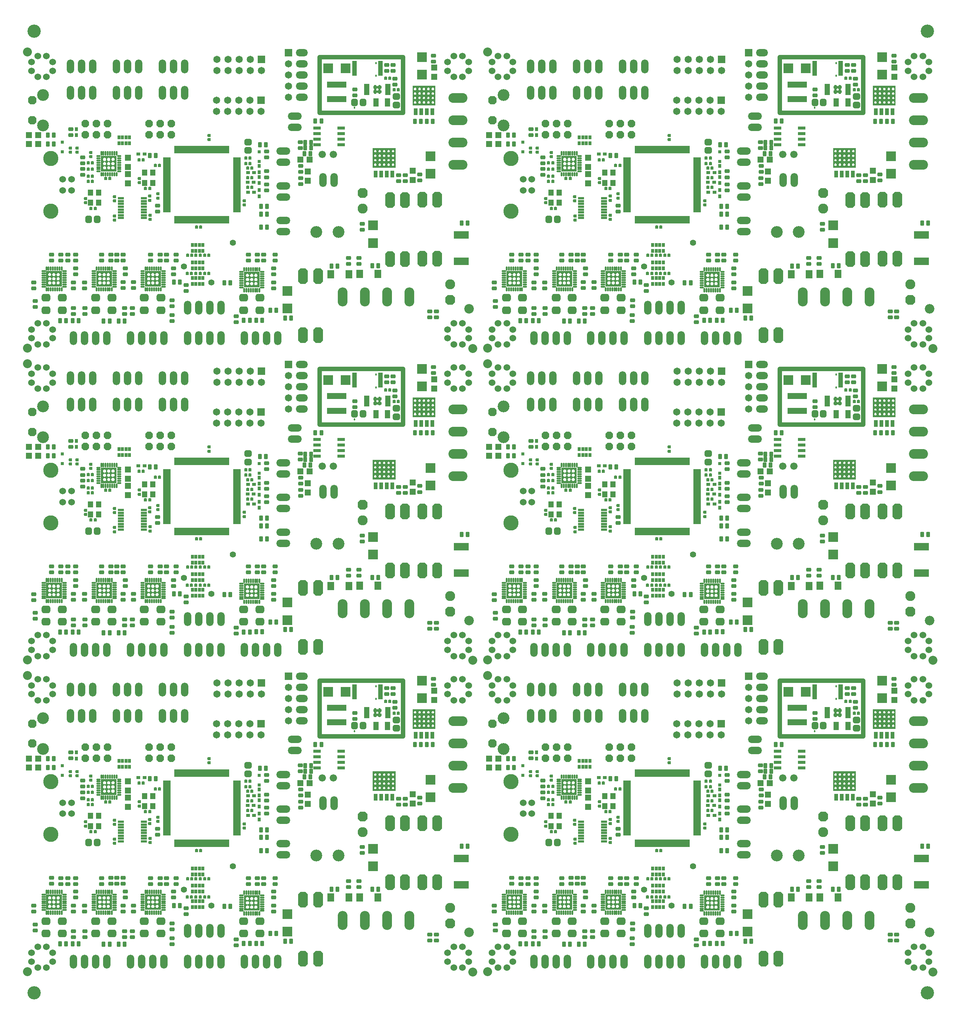
<source format=gts>
G04 Layer_Color=8388736*
%FSLAX24Y24*%
%MOIN*%
G70*
G01*
G75*
%ADD47C,0.0600*%
%ADD78C,0.0600*%
%ADD163C,0.0150*%
%ADD164C,0.0394*%
%ADD165R,0.0460X0.0130*%
%ADD166R,0.0530X0.0170*%
G04:AMPARAMS|DCode=167|XSize=118.7mil|YSize=118.7mil|CornerRadius=59.4mil|HoleSize=0mil|Usage=FLASHONLY|Rotation=90.000|XOffset=0mil|YOffset=0mil|HoleType=Round|Shape=RoundedRectangle|*
%AMROUNDEDRECTD167*
21,1,0.1187,0.0000,0,0,90.0*
21,1,0.0000,0.1187,0,0,90.0*
1,1,0.1187,0.0000,0.0000*
1,1,0.1187,0.0000,0.0000*
1,1,0.1187,0.0000,0.0000*
1,1,0.1187,0.0000,0.0000*
%
%ADD167ROUNDEDRECTD167*%
%ADD168R,0.1733X0.0525*%
G04:AMPARAMS|DCode=169|XSize=35.1mil|YSize=45.4mil|CornerRadius=8.8mil|HoleSize=0mil|Usage=FLASHONLY|Rotation=270.000|XOffset=0mil|YOffset=0mil|HoleType=Round|Shape=RoundedRectangle|*
%AMROUNDEDRECTD169*
21,1,0.0351,0.0277,0,0,270.0*
21,1,0.0175,0.0454,0,0,270.0*
1,1,0.0177,-0.0139,-0.0087*
1,1,0.0177,-0.0139,0.0087*
1,1,0.0177,0.0139,0.0087*
1,1,0.0177,0.0139,-0.0087*
%
%ADD169ROUNDEDRECTD169*%
G04:AMPARAMS|DCode=170|XSize=35.1mil|YSize=45.4mil|CornerRadius=8.8mil|HoleSize=0mil|Usage=FLASHONLY|Rotation=0.000|XOffset=0mil|YOffset=0mil|HoleType=Round|Shape=RoundedRectangle|*
%AMROUNDEDRECTD170*
21,1,0.0351,0.0277,0,0,0.0*
21,1,0.0175,0.0454,0,0,0.0*
1,1,0.0177,0.0087,-0.0139*
1,1,0.0177,-0.0087,-0.0139*
1,1,0.0177,-0.0087,0.0139*
1,1,0.0177,0.0087,0.0139*
%
%ADD170ROUNDEDRECTD170*%
%ADD171R,0.0660X0.0300*%
%ADD172R,0.0340X0.0620*%
%ADD173R,0.0680X0.0200*%
%ADD174R,0.0200X0.0680*%
G04:AMPARAMS|DCode=175|XSize=15mil|YSize=35.4mil|CornerRadius=6.4mil|HoleSize=0mil|Usage=FLASHONLY|Rotation=180.000|XOffset=0mil|YOffset=0mil|HoleType=Round|Shape=RoundedRectangle|*
%AMROUNDEDRECTD175*
21,1,0.0150,0.0227,0,0,180.0*
21,1,0.0022,0.0354,0,0,180.0*
1,1,0.0128,-0.0011,0.0113*
1,1,0.0128,0.0011,0.0113*
1,1,0.0128,0.0011,-0.0113*
1,1,0.0128,-0.0011,-0.0113*
%
%ADD175ROUNDEDRECTD175*%
G04:AMPARAMS|DCode=176|XSize=15mil|YSize=35.4mil|CornerRadius=6.4mil|HoleSize=0mil|Usage=FLASHONLY|Rotation=270.000|XOffset=0mil|YOffset=0mil|HoleType=Round|Shape=RoundedRectangle|*
%AMROUNDEDRECTD176*
21,1,0.0150,0.0227,0,0,270.0*
21,1,0.0022,0.0354,0,0,270.0*
1,1,0.0128,-0.0113,-0.0011*
1,1,0.0128,-0.0113,0.0011*
1,1,0.0128,0.0113,0.0011*
1,1,0.0128,0.0113,-0.0011*
%
%ADD176ROUNDEDRECTD176*%
G04:AMPARAMS|DCode=177|XSize=80mil|YSize=80mil|CornerRadius=40mil|HoleSize=0mil|Usage=FLASHONLY|Rotation=0.000|XOffset=0mil|YOffset=0mil|HoleType=Round|Shape=RoundedRectangle|*
%AMROUNDEDRECTD177*
21,1,0.0800,0.0000,0,0,0.0*
21,1,0.0000,0.0800,0,0,0.0*
1,1,0.0800,0.0000,0.0000*
1,1,0.0800,0.0000,0.0000*
1,1,0.0800,0.0000,0.0000*
1,1,0.0800,0.0000,0.0000*
%
%ADD177ROUNDEDRECTD177*%
%ADD178R,0.0540X0.0540*%
%ADD179R,0.0540X0.0540*%
%ADD180R,0.0480X0.0580*%
%ADD181R,0.0414X0.1359*%
%ADD182R,0.0300X0.0300*%
%ADD183R,0.1320X0.0690*%
%ADD184R,0.0340X0.0260*%
%ADD185R,0.0260X0.0340*%
%ADD186R,0.0850X0.0850*%
%ADD187R,0.0850X0.0850*%
%ADD188R,0.0560X0.0210*%
G04:AMPARAMS|DCode=189|XSize=69mil|YSize=77mil|CornerRadius=18.8mil|HoleSize=0mil|Usage=FLASHONLY|Rotation=270.000|XOffset=0mil|YOffset=0mil|HoleType=Round|Shape=RoundedRectangle|*
%AMROUNDEDRECTD189*
21,1,0.0690,0.0395,0,0,270.0*
21,1,0.0315,0.0770,0,0,270.0*
1,1,0.0375,-0.0198,-0.0158*
1,1,0.0375,-0.0198,0.0158*
1,1,0.0375,0.0198,0.0158*
1,1,0.0375,0.0198,-0.0158*
%
%ADD189ROUNDEDRECTD189*%
G04:AMPARAMS|DCode=190|XSize=28mil|YSize=30mil|CornerRadius=7.4mil|HoleSize=0mil|Usage=FLASHONLY|Rotation=0.000|XOffset=0mil|YOffset=0mil|HoleType=Round|Shape=RoundedRectangle|*
%AMROUNDEDRECTD190*
21,1,0.0280,0.0152,0,0,0.0*
21,1,0.0132,0.0300,0,0,0.0*
1,1,0.0148,0.0066,-0.0076*
1,1,0.0148,-0.0066,-0.0076*
1,1,0.0148,-0.0066,0.0076*
1,1,0.0148,0.0066,0.0076*
%
%ADD190ROUNDEDRECTD190*%
G04:AMPARAMS|DCode=191|XSize=28mil|YSize=30mil|CornerRadius=7.4mil|HoleSize=0mil|Usage=FLASHONLY|Rotation=270.000|XOffset=0mil|YOffset=0mil|HoleType=Round|Shape=RoundedRectangle|*
%AMROUNDEDRECTD191*
21,1,0.0280,0.0152,0,0,270.0*
21,1,0.0132,0.0300,0,0,270.0*
1,1,0.0148,-0.0076,-0.0066*
1,1,0.0148,-0.0076,0.0066*
1,1,0.0148,0.0076,0.0066*
1,1,0.0148,0.0076,-0.0066*
%
%ADD191ROUNDEDRECTD191*%
%ADD192R,0.0603X0.0769*%
%ADD193R,0.0260X0.0320*%
%ADD194R,0.0493X0.0729*%
G04:AMPARAMS|DCode=195|XSize=58mil|YSize=66mil|CornerRadius=16mil|HoleSize=0mil|Usage=FLASHONLY|Rotation=180.000|XOffset=0mil|YOffset=0mil|HoleType=Round|Shape=RoundedRectangle|*
%AMROUNDEDRECTD195*
21,1,0.0580,0.0340,0,0,180.0*
21,1,0.0260,0.0660,0,0,180.0*
1,1,0.0320,-0.0130,0.0170*
1,1,0.0320,0.0130,0.0170*
1,1,0.0320,0.0130,-0.0170*
1,1,0.0320,-0.0130,-0.0170*
%
%ADD195ROUNDEDRECTD195*%
G04:AMPARAMS|DCode=196|XSize=58mil|YSize=66mil|CornerRadius=16mil|HoleSize=0mil|Usage=FLASHONLY|Rotation=270.000|XOffset=0mil|YOffset=0mil|HoleType=Round|Shape=RoundedRectangle|*
%AMROUNDEDRECTD196*
21,1,0.0580,0.0340,0,0,270.0*
21,1,0.0260,0.0660,0,0,270.0*
1,1,0.0320,-0.0170,-0.0130*
1,1,0.0320,-0.0170,0.0130*
1,1,0.0320,0.0170,0.0130*
1,1,0.0320,0.0170,-0.0130*
%
%ADD196ROUNDEDRECTD196*%
G04:AMPARAMS|DCode=197|XSize=56mil|YSize=56mil|CornerRadius=28mil|HoleSize=0mil|Usage=FLASHONLY|Rotation=90.000|XOffset=0mil|YOffset=0mil|HoleType=Round|Shape=RoundedRectangle|*
%AMROUNDEDRECTD197*
21,1,0.0560,0.0000,0,0,90.0*
21,1,0.0000,0.0560,0,0,90.0*
1,1,0.0560,0.0000,0.0000*
1,1,0.0560,0.0000,0.0000*
1,1,0.0560,0.0000,0.0000*
1,1,0.0560,0.0000,0.0000*
%
%ADD197ROUNDEDRECTD197*%
%ADD198R,0.0482X0.0198*%
G04:AMPARAMS|DCode=199|XSize=139mil|YSize=89mil|CornerRadius=0mil|HoleSize=0mil|Usage=FLASHONLY|Rotation=270.000|XOffset=0mil|YOffset=0mil|HoleType=Round|Shape=Octagon|*
%AMOCTAGOND199*
4,1,8,-0.0223,-0.0695,0.0223,-0.0695,0.0445,-0.0473,0.0445,0.0473,0.0223,0.0695,-0.0223,0.0695,-0.0445,0.0473,-0.0445,-0.0473,-0.0223,-0.0695,0.0*
%
%ADD199OCTAGOND199*%

%ADD200C,0.0651*%
%ADD201R,0.0651X0.0651*%
%ADD202O,0.0660X0.1260*%
%ADD203P,0.0823X8X292.5*%
%ADD204C,0.1060*%
%ADD205O,0.1260X0.0660*%
%ADD206O,0.1084X0.0651*%
%ADD207R,0.0651X0.0651*%
%ADD208C,0.1365*%
%ADD209O,0.1710X0.0885*%
%ADD210P,0.0974X8X112.5*%
%ADD211C,0.0900*%
%ADD212P,0.0736X8X22.5*%
%ADD213C,0.0660*%
%ADD214C,0.0860*%
%ADD215O,0.0885X0.1710*%
%ADD216C,0.0180*%
G36*
X24446Y18030D02*
X24108D01*
X24108Y18123D01*
Y18030D01*
X23738D01*
X23738Y18118D01*
Y18030D01*
X23039D01*
Y19427D01*
X23738D01*
X23738Y19339D01*
Y19427D01*
X24118D01*
X24118Y19369D01*
Y19427D01*
X24446D01*
Y18030D01*
D02*
G37*
G36*
X20467Y29448D02*
Y29069D01*
X20379Y29069D01*
X20467D01*
Y28689D01*
X20409Y28688D01*
X20467D01*
Y28360D01*
X19070D01*
Y28698D01*
X19163Y28698D01*
X19070D01*
Y29069D01*
X19158Y29069D01*
X19070D01*
Y29448D01*
Y29767D01*
X20467D01*
Y29448D01*
D02*
G37*
G36*
X20060Y18030D02*
X19722D01*
X19722Y18123D01*
Y18030D01*
X19352D01*
X19352Y18118D01*
Y18030D01*
X18653D01*
Y19427D01*
X19352D01*
X19352Y19339D01*
Y19427D01*
X19732D01*
X19732Y19369D01*
Y19427D01*
X20060D01*
Y18030D01*
D02*
G37*
G36*
X33327Y17961D02*
X32988D01*
X32988Y18054D01*
Y17961D01*
X32618D01*
X32618Y18049D01*
Y17961D01*
X31919D01*
Y19359D01*
X32618D01*
X32618Y19270D01*
Y19359D01*
X32998D01*
X32998Y19300D01*
Y19359D01*
X33327D01*
Y17961D01*
D02*
G37*
G36*
X15551Y18030D02*
X15213D01*
X15213Y18123D01*
Y18030D01*
X14843D01*
X14843Y18118D01*
Y18030D01*
X14144D01*
Y19427D01*
X14843D01*
X14843Y19339D01*
Y19427D01*
X15222D01*
X15223Y19369D01*
Y19427D01*
X15551D01*
Y18030D01*
D02*
G37*
G36*
X49134Y35758D02*
Y35364D01*
Y34961D01*
Y34567D01*
Y34291D01*
X47087D01*
Y34567D01*
Y34961D01*
Y35364D01*
Y35768D01*
Y36053D01*
X49134D01*
Y35758D01*
D02*
G37*
G36*
X44199Y36118D02*
X44205Y36087D01*
X44223Y36061D01*
X44249Y36044D01*
X44280Y36038D01*
Y35834D01*
X44253Y35829D01*
X44230Y35813D01*
X44215Y35791D01*
X44209Y35764D01*
X44211D01*
Y35724D01*
X44200D01*
X44199Y35715D01*
X44205Y35684D01*
X44223Y35658D01*
X44249Y35640D01*
X44280Y35634D01*
Y35441D01*
X44249Y35434D01*
X44223Y35417D01*
X44205Y35391D01*
X44199Y35360D01*
X44201D01*
Y35341D01*
X44026D01*
X44018Y35379D01*
X43996Y35412D01*
X43964Y35433D01*
X43925Y35441D01*
Y35439D01*
X43906Y35441D01*
X43867Y35433D01*
X43835Y35412D01*
X43813Y35379D01*
X43805Y35341D01*
X43630D01*
X43631Y35350D01*
X43625Y35381D01*
X43608Y35407D01*
X43582Y35425D01*
X43551Y35431D01*
Y35634D01*
X43578Y35640D01*
X43601Y35655D01*
X43616Y35678D01*
X43621Y35705D01*
X43620D01*
Y35744D01*
X43631D01*
X43631Y35754D01*
X43625Y35785D01*
X43608Y35811D01*
X43582Y35828D01*
X43551Y35834D01*
Y36028D01*
X43582Y36034D01*
X43608Y36051D01*
X43625Y36078D01*
X43631Y36108D01*
X43630D01*
Y36128D01*
X43805D01*
X43813Y36090D01*
X43835Y36057D01*
X43867Y36035D01*
X43906Y36028D01*
Y36030D01*
X43925Y36028D01*
X43964Y36035D01*
X43996Y36057D01*
X44018Y36090D01*
X44026Y36128D01*
X44201D01*
X44199Y36118D01*
D02*
G37*
G36*
X45551Y30167D02*
Y29774D01*
Y29370D01*
Y28976D01*
Y28701D01*
X43504D01*
Y28976D01*
Y29370D01*
Y29774D01*
Y30177D01*
Y30463D01*
X45551D01*
Y30167D01*
D02*
G37*
%LPC*%
G36*
X24113Y19252D02*
X24056Y19240D01*
X24008Y19208D01*
X23976Y19160D01*
X23966Y19109D01*
X23966Y19109D01*
X23965Y19104D01*
X23976Y19047D01*
X24008Y18999D01*
X24056Y18967D01*
X24108Y18957D01*
Y18957D01*
X24108D01*
X24108Y18959D01*
X24108Y18957D01*
X24113Y18956D01*
X24169Y18967D01*
X24217Y18999D01*
X24249Y19047D01*
X24260Y19099D01*
X24260Y19099D01*
X24261Y19104D01*
X24249Y19160D01*
X24217Y19208D01*
X24169Y19240D01*
X24118Y19251D01*
Y19251D01*
X24118D01*
X24118Y19249D01*
Y19251D01*
X24113Y19252D01*
D02*
G37*
G36*
X19727D02*
X19670Y19240D01*
X19622Y19208D01*
X19590Y19160D01*
X19580Y19109D01*
X19580Y19109D01*
X19579Y19104D01*
X19590Y19047D01*
X19622Y18999D01*
X19670Y18967D01*
X19722Y18957D01*
Y18957D01*
X19722D01*
X19722Y18959D01*
X19722Y18957D01*
X19727Y18956D01*
X19783Y18967D01*
X19831Y18999D01*
X19863Y19047D01*
X19873Y19099D01*
X19873Y19099D01*
X19875Y19104D01*
X19863Y19160D01*
X19831Y19208D01*
X19783Y19240D01*
X19732Y19251D01*
Y19251D01*
X19732D01*
X19732Y19249D01*
Y19251D01*
X19727Y19252D01*
D02*
G37*
G36*
X19352Y19251D02*
X19297Y19240D01*
X19251Y19210D01*
X19220Y19163D01*
X19209Y19109D01*
X19209Y19109D01*
X19212Y19109D01*
X19209Y19099D01*
X19209Y19099D01*
X19220Y19044D01*
X19251Y18998D01*
X19297Y18967D01*
X19352Y18956D01*
X19352Y18956D01*
D01*
X19352D01*
Y18959D01*
X19352Y18956D01*
X19352D01*
X19352Y18956D01*
X19406Y18967D01*
X19453Y18998D01*
X19483Y19044D01*
X19494Y19099D01*
X19494Y19099D01*
X19493Y19099D01*
X19495Y19104D01*
X19483Y19160D01*
X19451Y19208D01*
X19403Y19240D01*
X19352Y19251D01*
X19352Y19249D01*
Y19251D01*
X19352Y19251D01*
D02*
G37*
G36*
X14842D02*
X14788Y19240D01*
X14742Y19210D01*
X14711Y19163D01*
X14700Y19109D01*
X14700Y19109D01*
X14703Y19109D01*
X14700Y19099D01*
X14700Y19099D01*
X14711Y19044D01*
X14742Y18998D01*
X14788Y18967D01*
X14842Y18956D01*
X14843Y18956D01*
D01*
X14843D01*
Y18959D01*
X14843Y18956D01*
X14843D01*
X14843Y18956D01*
X14897Y18967D01*
X14943Y18998D01*
X14974Y19044D01*
X14985Y19099D01*
X14985Y19099D01*
X14984Y19099D01*
X14985Y19104D01*
X14974Y19160D01*
X14942Y19208D01*
X14894Y19240D01*
X14843Y19251D01*
X14843Y19249D01*
Y19251D01*
X14842Y19251D01*
D02*
G37*
G36*
X23738Y18871D02*
X23738Y18869D01*
X23728Y18870D01*
X23680Y18861D01*
X23635Y18831D01*
X23606Y18786D01*
X23595Y18734D01*
X23596Y18729D01*
X23596Y18729D01*
X23595Y18724D01*
X23606Y18671D01*
X23635Y18626D01*
X23680Y18596D01*
X23733Y18586D01*
X23738Y18587D01*
Y18587D01*
X23738Y18587D01*
Y18589D01*
X23738Y18587D01*
X23743Y18586D01*
X23796Y18596D01*
X23840Y18626D01*
X23870Y18671D01*
X23880Y18719D01*
X23880Y18719D01*
X23881Y18724D01*
X23869Y18780D01*
X23837Y18828D01*
X23789Y18860D01*
X23738Y18871D01*
D02*
G37*
G36*
X32993Y19183D02*
X32936Y19171D01*
X32889Y19139D01*
X32856Y19091D01*
X32846Y19040D01*
X32846Y19040D01*
X32845Y19035D01*
X32856Y18978D01*
X32889Y18930D01*
X32936Y18898D01*
X32988Y18888D01*
Y18888D01*
X32988D01*
X32988Y18890D01*
X32988Y18888D01*
X32993Y18887D01*
X33050Y18898D01*
X33098Y18930D01*
X33130Y18978D01*
X33140Y19030D01*
X33140Y19030D01*
X33141Y19035D01*
X33130Y19091D01*
X33098Y19139D01*
X33050Y19171D01*
X32998Y19182D01*
Y19182D01*
X32998D01*
X32998Y19180D01*
Y19182D01*
X32993Y19183D01*
D02*
G37*
G36*
X15217Y19252D02*
X15161Y19240D01*
X15113Y19208D01*
X15081Y19160D01*
X15071Y19109D01*
X15071Y19109D01*
X15070Y19104D01*
X15081Y19047D01*
X15113Y18999D01*
X15161Y18967D01*
X15212Y18957D01*
Y18957D01*
X15212D01*
X15213Y18959D01*
X15213Y18957D01*
X15218Y18956D01*
X15274Y18967D01*
X15322Y18999D01*
X15354Y19047D01*
X15364Y19099D01*
X15364Y19099D01*
X15365Y19104D01*
X15354Y19160D01*
X15322Y19208D01*
X15274Y19240D01*
X15223Y19251D01*
Y19251D01*
X15223D01*
X15223Y19249D01*
Y19251D01*
X15217Y19252D01*
D02*
G37*
G36*
X32618Y19182D02*
X32563Y19172D01*
X32517Y19141D01*
X32486Y19094D01*
X32475Y19040D01*
X32475Y19040D01*
X32478Y19040D01*
X32475Y19030D01*
X32475Y19030D01*
X32486Y18975D01*
X32517Y18929D01*
X32563Y18898D01*
X32618Y18887D01*
X32618Y18887D01*
D01*
X32618D01*
Y18890D01*
X32618Y18887D01*
X32618D01*
X32618Y18887D01*
X32673Y18898D01*
X32719Y18929D01*
X32750Y18975D01*
X32761Y19030D01*
X32761Y19030D01*
X32760Y19030D01*
X32761Y19035D01*
X32750Y19091D01*
X32718Y19139D01*
X32670Y19171D01*
X32618Y19182D01*
X32618Y19180D01*
Y19182D01*
X32618Y19182D01*
D02*
G37*
G36*
X19394Y28831D02*
X19388Y28830D01*
X19389Y28830D01*
X19383Y28831D01*
X19335Y28821D01*
X19293Y28794D01*
X19266Y28752D01*
X19257Y28709D01*
X19259Y28709D01*
Y28698D01*
X19256D01*
X19256Y28698D01*
X19267Y28644D01*
X19298Y28598D01*
X19344Y28567D01*
X19398Y28556D01*
X19399Y28556D01*
X19398Y28557D01*
X19404Y28556D01*
X19452Y28566D01*
X19494Y28593D01*
X19521Y28635D01*
X19530Y28678D01*
X19528Y28679D01*
Y28699D01*
X19584D01*
X19530Y28699D01*
X19521Y28746D01*
X19491Y28791D01*
X19446Y28821D01*
X19394Y28831D01*
D02*
G37*
G36*
X20143Y28841D02*
X20087Y28830D01*
X20039Y28798D01*
X20007Y28750D01*
X19997Y28699D01*
X19997D01*
Y28699D01*
X19999Y28698D01*
X19997Y28699D01*
X19996Y28693D01*
X20007Y28637D01*
X20039Y28589D01*
X20087Y28557D01*
X20138Y28547D01*
X20138Y28547D01*
X20144Y28546D01*
X20200Y28557D01*
X20248Y28589D01*
X20280Y28637D01*
X20290Y28688D01*
X20290D01*
Y28688D01*
X20289Y28688D01*
X20290D01*
X20291Y28694D01*
X20280Y28750D01*
X20248Y28798D01*
X20200Y28830D01*
X20149Y28840D01*
X20149Y28840D01*
X20143Y28841D01*
D02*
G37*
G36*
X43730Y29087D02*
X43692Y29079D01*
X43659Y29057D01*
X43638Y29025D01*
X43630Y28986D01*
X43632Y28976D01*
X43620D01*
Y28976D01*
X43628Y28934D01*
X43652Y28898D01*
X43688Y28874D01*
X43730Y28866D01*
X43773Y28874D01*
X43808Y28898D01*
X43832Y28934D01*
X43841Y28976D01*
X43839D01*
Y28976D01*
X43819D01*
Y28996D01*
X43821D01*
X43814Y29031D01*
X43794Y29060D01*
X43765Y29080D01*
X43730Y29086D01*
Y29087D01*
D02*
G37*
G36*
X19774Y28831D02*
X19768Y28830D01*
X19769Y28830D01*
X19763Y28831D01*
X19715Y28821D01*
X19673Y28794D01*
X19646Y28752D01*
X19637Y28709D01*
X19639Y28709D01*
Y28698D01*
X19638D01*
X19636Y28688D01*
X19646Y28638D01*
X19675Y28595D01*
X19718Y28566D01*
X19768Y28556D01*
X19769Y28556D01*
X19769Y28556D01*
X19769Y28556D01*
X19823Y28567D01*
X19869Y28598D01*
X19900Y28644D01*
X19911Y28698D01*
X19911Y28699D01*
X19908Y28698D01*
X19952Y28699D01*
X19910Y28699D01*
X19901Y28746D01*
X19871Y28791D01*
X19826Y28821D01*
X19774Y28831D01*
D02*
G37*
G36*
X23358Y19368D02*
X23358Y19251D01*
X23306Y19240D01*
X23258Y19208D01*
X23226Y19160D01*
X23215Y19104D01*
X23216Y19099D01*
X23216Y19099D01*
X23226Y19051D01*
X23255Y19006D01*
X23300Y18976D01*
X23353Y18966D01*
X23358Y18967D01*
Y18967D01*
X23358Y18967D01*
D01*
D01*
X23363Y18966D01*
X23416Y18976D01*
X23460Y19006D01*
X23490Y19051D01*
X23500Y19099D01*
X23500Y19099D01*
X23501Y19104D01*
X23489Y19160D01*
X23457Y19208D01*
X23409Y19240D01*
X23358Y19251D01*
X23358Y19249D01*
Y19368D01*
D02*
G37*
G36*
X32238Y19300D02*
X32238Y19182D01*
X32186Y19171D01*
X32139Y19139D01*
X32106Y19091D01*
X32095Y19035D01*
X32096Y19030D01*
X32096Y19030D01*
X32106Y18982D01*
X32136Y18937D01*
X32180Y18907D01*
X32233Y18897D01*
X32238Y18898D01*
Y18898D01*
X32238Y18898D01*
D01*
D01*
X32243Y18897D01*
X32296Y18907D01*
X32341Y18937D01*
X32370Y18982D01*
X32380Y19030D01*
X32380Y19030D01*
X32381Y19035D01*
X32370Y19091D01*
X32338Y19139D01*
X32290Y19171D01*
X32238Y19182D01*
X32238Y19180D01*
Y19300D01*
D02*
G37*
G36*
X23738Y19251D02*
X23683Y19240D01*
X23637Y19210D01*
X23606Y19163D01*
X23595Y19109D01*
X23595Y19109D01*
X23598Y19109D01*
X23595Y19099D01*
X23595Y19099D01*
X23606Y19044D01*
X23637Y18998D01*
X23683Y18967D01*
X23738Y18956D01*
X23738Y18956D01*
D01*
X23738D01*
Y18959D01*
X23738Y18956D01*
X23738D01*
X23738Y18956D01*
X23792Y18967D01*
X23839Y18998D01*
X23870Y19044D01*
X23881Y19099D01*
X23881Y19099D01*
X23880Y19099D01*
X23881Y19104D01*
X23869Y19160D01*
X23837Y19208D01*
X23789Y19240D01*
X23738Y19251D01*
X23738Y19249D01*
Y19251D01*
X23738Y19251D01*
D02*
G37*
G36*
X18972Y19368D02*
X18972Y19251D01*
X18920Y19240D01*
X18872Y19208D01*
X18840Y19160D01*
X18829Y19104D01*
X18830Y19099D01*
X18830Y19099D01*
X18839Y19051D01*
X18869Y19006D01*
X18914Y18976D01*
X18967Y18966D01*
X18972Y18967D01*
Y18967D01*
X18972Y18967D01*
D01*
D01*
X18977Y18966D01*
X19029Y18976D01*
X19074Y19006D01*
X19104Y19051D01*
X19113Y19099D01*
X19113Y19099D01*
X19115Y19104D01*
X19103Y19160D01*
X19071Y19208D01*
X19023Y19240D01*
X18972Y19251D01*
X18972Y19249D01*
Y19368D01*
D02*
G37*
G36*
X14463D02*
X14462Y19251D01*
X14411Y19240D01*
X14363Y19208D01*
X14331Y19160D01*
X14320Y19104D01*
X14321Y19099D01*
X14321Y19099D01*
X14330Y19051D01*
X14360Y19006D01*
X14405Y18976D01*
X14457Y18966D01*
X14462Y18967D01*
Y18967D01*
X14463Y18967D01*
D01*
D01*
X14468Y18966D01*
X14520Y18976D01*
X14565Y19006D01*
X14595Y19051D01*
X14604Y19099D01*
X14604Y19099D01*
X14605Y19104D01*
X14594Y19160D01*
X14562Y19208D01*
X14514Y19240D01*
X14463Y19251D01*
X14463Y19249D01*
Y19368D01*
D02*
G37*
G36*
X24108Y18544D02*
X24108Y18490D01*
X24060Y18481D01*
X24015Y18451D01*
X23986Y18406D01*
X23975Y18354D01*
X23976Y18349D01*
X23976Y18349D01*
X23975Y18344D01*
X23985Y18295D01*
X24013Y18253D01*
X24054Y18226D01*
X24098Y18217D01*
X24098Y18219D01*
X24108D01*
Y18216D01*
X24108Y18216D01*
X24162Y18227D01*
X24209Y18258D01*
X24240Y18304D01*
X24251Y18359D01*
X24251Y18359D01*
X24249Y18359D01*
X24250Y18364D01*
X24241Y18412D01*
X24213Y18454D01*
X24172Y18481D01*
X24128Y18490D01*
X24128Y18489D01*
X24108D01*
Y18544D01*
D02*
G37*
G36*
X19722D02*
X19722Y18490D01*
X19674Y18481D01*
X19629Y18451D01*
X19599Y18406D01*
X19589Y18354D01*
X19590Y18349D01*
X19590Y18349D01*
X19589Y18344D01*
X19599Y18295D01*
X19626Y18253D01*
X19668Y18226D01*
X19712Y18217D01*
X19712Y18219D01*
X19722D01*
Y18216D01*
X19722Y18216D01*
X19776Y18227D01*
X19823Y18258D01*
X19853Y18304D01*
X19864Y18359D01*
X19864Y18359D01*
X19863Y18359D01*
X19864Y18364D01*
X19854Y18412D01*
X19827Y18454D01*
X19785Y18481D01*
X19742Y18490D01*
X19742Y18489D01*
X19722D01*
Y18544D01*
D02*
G37*
G36*
X32238Y18474D02*
X32238Y18432D01*
X32186Y18421D01*
X32139Y18389D01*
X32106Y18341D01*
X32095Y18285D01*
X32096Y18280D01*
X32095Y18280D01*
X32095Y18280D01*
X32106Y18225D01*
X32137Y18179D01*
X32183Y18148D01*
X32238Y18137D01*
X32238Y18137D01*
Y18140D01*
X32238Y18137D01*
X32238D01*
Y18137D01*
X32238Y18137D01*
X32297Y18148D01*
X32346Y18182D01*
X32379Y18231D01*
X32391Y18290D01*
X32391Y18290D01*
X32391D01*
X32391Y18290D01*
X32380Y18344D01*
X32349Y18391D01*
X32303Y18422D01*
X32248Y18433D01*
X32238Y18431D01*
X32238Y18430D01*
X32238Y18431D01*
X32238Y18431D01*
X32238Y18474D01*
D02*
G37*
G36*
X18972Y18543D02*
X18972Y18501D01*
X18920Y18490D01*
X18872Y18458D01*
X18840Y18410D01*
X18829Y18354D01*
X18830Y18349D01*
X18829Y18349D01*
X18829Y18349D01*
X18840Y18294D01*
X18871Y18248D01*
X18917Y18217D01*
X18972Y18206D01*
X18972Y18206D01*
Y18209D01*
X18972Y18206D01*
X18972D01*
Y18206D01*
X18972Y18206D01*
X19030Y18217D01*
X19080Y18250D01*
X19113Y18300D01*
X19125Y18359D01*
X19125Y18359D01*
X19124D01*
X19124Y18359D01*
X19113Y18413D01*
X19082Y18460D01*
X19036Y18491D01*
X18981Y18502D01*
X18972Y18500D01*
X18972Y18499D01*
X18972Y18500D01*
X18972Y18500D01*
X18972Y18543D01*
D02*
G37*
G36*
X14462D02*
X14462Y18501D01*
X14411Y18490D01*
X14363Y18458D01*
X14331Y18410D01*
X14320Y18354D01*
X14321Y18349D01*
X14320Y18349D01*
X14320Y18349D01*
X14331Y18294D01*
X14362Y18248D01*
X14408Y18217D01*
X14462Y18206D01*
X14463Y18206D01*
Y18209D01*
X14463Y18206D01*
X14463D01*
Y18206D01*
X14463Y18206D01*
X14521Y18217D01*
X14571Y18250D01*
X14604Y18300D01*
X14615Y18359D01*
X14615Y18359D01*
X14615D01*
X14615Y18359D01*
X14604Y18413D01*
X14573Y18460D01*
X14527Y18491D01*
X14472Y18502D01*
X14463Y18500D01*
X14463Y18499D01*
X14462Y18500D01*
X14463Y18500D01*
X14462Y18543D01*
D02*
G37*
G36*
X15212Y18544D02*
X15212Y18490D01*
X15165Y18481D01*
X15120Y18451D01*
X15090Y18406D01*
X15080Y18354D01*
X15081Y18349D01*
X15081Y18349D01*
X15080Y18344D01*
X15090Y18295D01*
X15117Y18253D01*
X15159Y18226D01*
X15202Y18217D01*
X15203Y18219D01*
X15213D01*
Y18216D01*
X15213Y18216D01*
X15267Y18227D01*
X15313Y18258D01*
X15344Y18304D01*
X15355Y18359D01*
X15355Y18359D01*
X15354Y18359D01*
X15355Y18364D01*
X15345Y18412D01*
X15318Y18454D01*
X15276Y18481D01*
X15233Y18490D01*
X15233Y18489D01*
X15212D01*
Y18544D01*
D02*
G37*
G36*
X32988Y18475D02*
X32988Y18421D01*
X32940Y18412D01*
X32896Y18382D01*
X32866Y18337D01*
X32855Y18285D01*
X32856Y18280D01*
X32857Y18280D01*
X32856Y18275D01*
X32865Y18226D01*
X32893Y18184D01*
X32934Y18157D01*
X32978Y18148D01*
X32978Y18150D01*
X32988D01*
Y18147D01*
X32988Y18147D01*
X33043Y18158D01*
X33089Y18189D01*
X33120Y18235D01*
X33131Y18290D01*
X33131Y18290D01*
X33130Y18290D01*
X33131Y18295D01*
X33121Y18344D01*
X33093Y18385D01*
X33052Y18413D01*
X33008Y18421D01*
X33008Y18420D01*
X32988D01*
Y18475D01*
D02*
G37*
G36*
X32618Y18432D02*
X32563Y18422D01*
X32517Y18391D01*
X32486Y18344D01*
X32475Y18290D01*
X32475Y18290D01*
X32478Y18290D01*
X32475Y18280D01*
X32475Y18280D01*
X32486Y18225D01*
X32517Y18179D01*
X32563Y18148D01*
X32618Y18137D01*
X32618Y18137D01*
D01*
X32618D01*
Y18140D01*
X32618Y18137D01*
X32618D01*
X32618Y18137D01*
X32673Y18148D01*
X32719Y18179D01*
X32750Y18225D01*
X32761Y18280D01*
X32761Y18280D01*
X32760Y18280D01*
X32761Y18285D01*
X32750Y18341D01*
X32718Y18389D01*
X32670Y18421D01*
X32618Y18432D01*
X32618Y18430D01*
X32618Y18432D01*
X32618Y18432D01*
D02*
G37*
G36*
X14842Y18501D02*
X14788Y18490D01*
X14742Y18460D01*
X14711Y18413D01*
X14700Y18359D01*
X14700Y18359D01*
X14703Y18359D01*
X14700Y18349D01*
X14700Y18349D01*
X14711Y18294D01*
X14742Y18248D01*
X14788Y18217D01*
X14842Y18206D01*
X14843Y18206D01*
D01*
X14843D01*
Y18209D01*
X14843Y18206D01*
X14843D01*
X14843Y18206D01*
X14897Y18217D01*
X14943Y18248D01*
X14974Y18294D01*
X14985Y18349D01*
X14985Y18349D01*
X14984Y18349D01*
X14985Y18354D01*
X14974Y18410D01*
X14942Y18458D01*
X14894Y18490D01*
X14843Y18501D01*
X14843Y18499D01*
X14843Y18501D01*
X14842Y18501D01*
D02*
G37*
G36*
X23738D02*
X23683Y18490D01*
X23637Y18460D01*
X23606Y18413D01*
X23595Y18359D01*
X23595Y18359D01*
X23598Y18359D01*
X23595Y18349D01*
X23595Y18349D01*
X23606Y18294D01*
X23637Y18248D01*
X23683Y18217D01*
X23738Y18206D01*
X23738Y18206D01*
D01*
X23738D01*
Y18209D01*
X23738Y18206D01*
X23738D01*
X23738Y18206D01*
X23792Y18217D01*
X23839Y18248D01*
X23870Y18294D01*
X23881Y18349D01*
X23881Y18349D01*
X23880Y18349D01*
X23881Y18354D01*
X23869Y18410D01*
X23837Y18458D01*
X23789Y18490D01*
X23738Y18501D01*
X23738Y18499D01*
X23738Y18501D01*
X23738Y18501D01*
D02*
G37*
G36*
X19352D02*
X19297Y18490D01*
X19251Y18460D01*
X19220Y18413D01*
X19209Y18359D01*
X19209Y18359D01*
X19212Y18359D01*
X19209Y18349D01*
X19209Y18349D01*
X19220Y18294D01*
X19251Y18248D01*
X19297Y18217D01*
X19352Y18206D01*
X19352Y18206D01*
D01*
X19352D01*
Y18209D01*
X19352Y18206D01*
X19352D01*
X19352Y18206D01*
X19406Y18217D01*
X19453Y18248D01*
X19483Y18294D01*
X19494Y18349D01*
X19494Y18349D01*
X19493Y18349D01*
X19495Y18354D01*
X19483Y18410D01*
X19451Y18458D01*
X19403Y18490D01*
X19352Y18501D01*
X19352Y18499D01*
X19352Y18501D01*
X19352Y18501D01*
D02*
G37*
G36*
X23358Y18543D02*
X23358Y18501D01*
X23306Y18490D01*
X23258Y18458D01*
X23226Y18410D01*
X23215Y18354D01*
X23216Y18349D01*
X23215Y18349D01*
X23215Y18349D01*
X23226Y18294D01*
X23257Y18248D01*
X23303Y18217D01*
X23358Y18206D01*
X23358Y18206D01*
Y18209D01*
X23358Y18206D01*
X23358D01*
Y18206D01*
X23358Y18206D01*
X23416Y18217D01*
X23466Y18250D01*
X23499Y18300D01*
X23511Y18359D01*
X23511Y18359D01*
X23511D01*
X23511Y18359D01*
X23500Y18413D01*
X23469Y18460D01*
X23422Y18491D01*
X23367Y18502D01*
X23358Y18500D01*
X23358Y18499D01*
X23358Y18500D01*
X23358Y18500D01*
X23358Y18543D01*
D02*
G37*
G36*
X14843Y18871D02*
X14843Y18869D01*
X14832Y18870D01*
X14785Y18861D01*
X14740Y18831D01*
X14710Y18786D01*
X14700Y18734D01*
X14701Y18729D01*
X14701Y18729D01*
X14700Y18724D01*
X14710Y18671D01*
X14740Y18626D01*
X14785Y18596D01*
X14838Y18586D01*
X14842Y18587D01*
Y18587D01*
X14843Y18587D01*
Y18589D01*
X14843Y18587D01*
X14848Y18586D01*
X14900Y18596D01*
X14945Y18626D01*
X14975Y18671D01*
X14984Y18719D01*
X14984Y18719D01*
X14985Y18724D01*
X14974Y18780D01*
X14942Y18828D01*
X14894Y18860D01*
X14843Y18871D01*
D02*
G37*
G36*
X14473Y18871D02*
X14473Y18871D01*
X14473Y18869D01*
X14463D01*
X14463Y18871D01*
X14462Y18871D01*
X14408Y18860D01*
X14362Y18830D01*
X14331Y18783D01*
X14320Y18729D01*
X14320Y18729D01*
Y18729D01*
Y18729D01*
Y18729D01*
X14320Y18729D01*
X14331Y18674D01*
X14362Y18628D01*
X14408Y18597D01*
X14462Y18586D01*
X14462Y18587D01*
X14463Y18587D01*
X14463Y18589D01*
X14463Y18587D01*
X14468Y18586D01*
X14524Y18597D01*
X14572Y18629D01*
X14604Y18677D01*
X14614Y18729D01*
X14615Y18729D01*
X14615Y18729D01*
X14604Y18783D01*
X14573Y18830D01*
X14527Y18860D01*
X14473Y18871D01*
D02*
G37*
G36*
X18982D02*
X18982Y18871D01*
X18982Y18869D01*
X18972D01*
X18972Y18871D01*
X18972Y18871D01*
X18917Y18860D01*
X18871Y18830D01*
X18840Y18783D01*
X18829Y18729D01*
X18829Y18729D01*
X18829Y18729D01*
X18840Y18674D01*
X18871Y18628D01*
X18917Y18597D01*
X18972Y18586D01*
X18972Y18587D01*
X18972Y18587D01*
X18972Y18589D01*
X18972Y18587D01*
X18977Y18586D01*
X19033Y18597D01*
X19081Y18629D01*
X19113Y18677D01*
X19124Y18729D01*
X19124Y18729D01*
X19124Y18729D01*
X19113Y18783D01*
X19083Y18830D01*
X19036Y18860D01*
X18982Y18871D01*
D02*
G37*
G36*
X23368D02*
X23368Y18871D01*
X23368Y18869D01*
X23358D01*
X23358Y18871D01*
X23358Y18871D01*
X23303Y18860D01*
X23257Y18830D01*
X23226Y18783D01*
X23215Y18729D01*
X23215Y18729D01*
X23215Y18729D01*
X23226Y18674D01*
X23257Y18628D01*
X23303Y18597D01*
X23358Y18586D01*
X23358Y18587D01*
X23358Y18587D01*
X23358Y18589D01*
X23358Y18587D01*
X23363Y18586D01*
X23419Y18597D01*
X23467Y18629D01*
X23499Y18677D01*
X23510Y18729D01*
X23511Y18729D01*
X23511Y18729D01*
X23500Y18783D01*
X23469Y18830D01*
X23422Y18860D01*
X23368Y18871D01*
D02*
G37*
G36*
X19352Y18871D02*
X19352Y18869D01*
X19342Y18870D01*
X19294Y18861D01*
X19249Y18831D01*
X19219Y18786D01*
X19209Y18734D01*
X19210Y18729D01*
X19210Y18729D01*
X19209Y18724D01*
X19219Y18671D01*
X19249Y18626D01*
X19294Y18596D01*
X19347Y18586D01*
X19352Y18587D01*
Y18587D01*
X19352Y18587D01*
Y18589D01*
X19352Y18587D01*
X19357Y18586D01*
X19409Y18596D01*
X19454Y18626D01*
X19484Y18671D01*
X19493Y18719D01*
X19493Y18719D01*
X19495Y18724D01*
X19483Y18780D01*
X19451Y18828D01*
X19403Y18860D01*
X19352Y18871D01*
D02*
G37*
G36*
X32618Y18802D02*
X32618Y18800D01*
X32608Y18801D01*
X32560Y18792D01*
X32516Y18762D01*
X32486Y18717D01*
X32475Y18665D01*
X32476Y18660D01*
X32476Y18660D01*
X32475Y18655D01*
X32486Y18602D01*
X32516Y18557D01*
X32561Y18527D01*
X32613Y18517D01*
X32618Y18518D01*
Y18518D01*
X32618Y18518D01*
Y18520D01*
X32618Y18518D01*
X32623Y18517D01*
X32676Y18527D01*
X32721Y18557D01*
X32750Y18602D01*
X32760Y18650D01*
X32760Y18650D01*
X32761Y18655D01*
X32750Y18711D01*
X32718Y18759D01*
X32670Y18791D01*
X32618Y18802D01*
D02*
G37*
G36*
X15212Y18912D02*
X15212Y18870D01*
X15165Y18861D01*
X15120Y18831D01*
X15090Y18786D01*
X15080Y18734D01*
X15081Y18729D01*
X15081Y18729D01*
X15080Y18724D01*
X15090Y18675D01*
X15117Y18633D01*
X15159Y18606D01*
X15202Y18597D01*
X15203Y18599D01*
X15213D01*
Y18598D01*
X15223Y18596D01*
X15273Y18606D01*
X15316Y18635D01*
X15345Y18678D01*
X15355Y18729D01*
X15355Y18729D01*
X15355Y18729D01*
X15355Y18729D01*
X15344Y18783D01*
X15313Y18830D01*
X15267Y18860D01*
X15213Y18871D01*
X15213Y18871D01*
X15213Y18869D01*
X15212Y18912D01*
D02*
G37*
G36*
X32988Y18843D02*
X32988Y18801D01*
X32940Y18792D01*
X32896Y18762D01*
X32866Y18717D01*
X32855Y18665D01*
X32856Y18660D01*
X32857Y18660D01*
X32856Y18655D01*
X32865Y18606D01*
X32893Y18564D01*
X32934Y18537D01*
X32978Y18528D01*
X32978Y18530D01*
X32988D01*
Y18529D01*
X32998Y18527D01*
X33049Y18537D01*
X33092Y18566D01*
X33121Y18609D01*
X33131Y18660D01*
X33131Y18660D01*
X33131Y18660D01*
X33131Y18660D01*
X33120Y18714D01*
X33089Y18761D01*
X33043Y18792D01*
X32988Y18802D01*
X32988Y18802D01*
X32988Y18800D01*
X32988Y18843D01*
D02*
G37*
G36*
X19722Y18912D02*
X19722Y18870D01*
X19674Y18861D01*
X19629Y18831D01*
X19599Y18786D01*
X19589Y18734D01*
X19590Y18729D01*
X19590Y18729D01*
X19589Y18724D01*
X19599Y18675D01*
X19626Y18633D01*
X19668Y18606D01*
X19712Y18597D01*
X19712Y18599D01*
X19722D01*
Y18598D01*
X19732Y18596D01*
X19782Y18606D01*
X19825Y18635D01*
X19854Y18678D01*
X19864Y18729D01*
X19864Y18729D01*
X19864Y18729D01*
X19864Y18729D01*
X19853Y18783D01*
X19823Y18830D01*
X19776Y18860D01*
X19722Y18871D01*
X19722Y18871D01*
X19722Y18869D01*
X19722Y18912D01*
D02*
G37*
G36*
X32248Y18802D02*
X32248Y18802D01*
X32248Y18800D01*
X32238D01*
X32238Y18802D01*
X32238Y18802D01*
X32183Y18792D01*
X32137Y18761D01*
X32106Y18714D01*
X32095Y18660D01*
X32095Y18660D01*
X32095Y18660D01*
X32106Y18605D01*
X32137Y18559D01*
X32183Y18528D01*
X32238Y18517D01*
X32238Y18518D01*
X32238Y18518D01*
X32238Y18520D01*
X32238Y18518D01*
X32243Y18517D01*
X32300Y18528D01*
X32348Y18560D01*
X32380Y18608D01*
X32390Y18660D01*
X32391Y18660D01*
X32391Y18660D01*
X32380Y18714D01*
X32349Y18761D01*
X32303Y18792D01*
X32248Y18802D01*
D02*
G37*
G36*
X24108Y18912D02*
X24108Y18870D01*
X24060Y18861D01*
X24015Y18831D01*
X23986Y18786D01*
X23975Y18734D01*
X23976Y18729D01*
X23976Y18729D01*
X23975Y18724D01*
X23985Y18675D01*
X24013Y18633D01*
X24054Y18606D01*
X24098Y18597D01*
X24098Y18599D01*
X24108D01*
Y18598D01*
X24118Y18596D01*
X24169Y18606D01*
X24212Y18635D01*
X24240Y18678D01*
X24250Y18729D01*
X24250Y18729D01*
X24251Y18729D01*
X24251Y18729D01*
X24240Y18783D01*
X24209Y18830D01*
X24162Y18860D01*
X24108Y18871D01*
X24108Y18871D01*
X24108Y18869D01*
X24108Y18912D01*
D02*
G37*
G36*
X44134Y29097D02*
X44092Y29088D01*
X44056Y29064D01*
X44032Y29028D01*
X44025Y28996D01*
X44026D01*
X44025Y28981D01*
X44026Y28976D01*
X44024D01*
X44024Y28967D01*
X44031Y28928D01*
X44053Y28896D01*
X44086Y28874D01*
X44124Y28866D01*
Y28866D01*
X44166Y28874D01*
X44202Y28898D01*
X44226Y28934D01*
X44234Y28976D01*
X44232D01*
Y28976D01*
X44222D01*
Y29006D01*
X44224D01*
X44217Y29040D01*
X44198Y29070D01*
X44168Y29089D01*
X44134Y29096D01*
Y29097D01*
D02*
G37*
G36*
X48110Y34677D02*
X48072Y34669D01*
X48039Y34648D01*
X48018Y34615D01*
X48012Y34586D01*
X48011Y34571D01*
X48012Y34567D01*
X48011D01*
X48010Y34557D01*
X48017Y34523D01*
X48037Y34493D01*
X48066Y34474D01*
X48100Y34467D01*
Y34469D01*
X48110Y34466D01*
X48152Y34475D01*
X48188Y34499D01*
X48212Y34535D01*
X48219Y34567D01*
X48209D01*
Y34577D01*
X48211D01*
X48203Y34615D01*
X48181Y34648D01*
X48149Y34669D01*
X48110Y34677D01*
D02*
G37*
G36*
X48907D02*
X48869Y34669D01*
X48837Y34648D01*
X48815Y34615D01*
X48807Y34577D01*
Y34577D01*
X48809D01*
X48809Y34569D01*
X48809Y34567D01*
X48808D01*
X48808Y34558D01*
X48815Y34519D01*
X48837Y34487D01*
X48870Y34465D01*
X48908Y34457D01*
Y34459D01*
X48910Y34464D01*
X48952Y34473D01*
X48988Y34497D01*
X49012Y34532D01*
X49019Y34567D01*
X49006D01*
Y34577D01*
X49008D01*
X49000Y34615D01*
X48978Y34648D01*
X48946Y34669D01*
X48907Y34677D01*
D02*
G37*
G36*
X48514D02*
X48475Y34669D01*
X48443Y34648D01*
X48421Y34615D01*
X48413Y34577D01*
X48415Y34567D01*
X48403D01*
Y34567D01*
X48412Y34525D01*
X48436Y34489D01*
X48472Y34465D01*
X48514Y34457D01*
Y34457D01*
X48552Y34464D01*
X48585Y34486D01*
X48606Y34519D01*
X48614Y34557D01*
X48612D01*
Y34567D01*
Y34577D01*
X48614D01*
X48606Y34615D01*
X48585Y34648D01*
X48552Y34669D01*
X48514Y34677D01*
D02*
G37*
G36*
X47717Y35081D02*
X47674Y35072D01*
X47638Y35049D01*
X47615Y35013D01*
X47608Y34982D01*
X47609Y34980D01*
X47608Y34970D01*
X47606D01*
X47614Y34932D01*
X47636Y34900D01*
X47668Y34878D01*
X47707Y34870D01*
Y34870D01*
X47748Y34878D01*
X47783Y34902D01*
X47807Y34937D01*
X47811Y34961D01*
X47805D01*
Y34990D01*
X47807D01*
X47800Y35025D01*
X47780Y35054D01*
X47751Y35074D01*
X47717Y35080D01*
Y35081D01*
D02*
G37*
G36*
X47313Y35071D02*
X47275Y35063D01*
X47242Y35041D01*
X47220Y35009D01*
X47213Y34970D01*
X47215Y34961D01*
X47206D01*
X47211Y34938D01*
X47235Y34902D01*
X47271Y34878D01*
X47313Y34870D01*
Y34870D01*
X47352Y34878D01*
X47385Y34900D01*
X47407Y34933D01*
X47412Y34961D01*
X47402D01*
Y34980D01*
X47403D01*
X47396Y35015D01*
X47377Y35044D01*
X47348Y35064D01*
X47313Y35071D01*
Y35071D01*
D02*
G37*
G36*
X48514D02*
X48475Y35063D01*
X48443Y35041D01*
X48421Y35009D01*
X48413Y34970D01*
X48415Y34961D01*
X48406D01*
X48411Y34932D01*
X48433Y34900D01*
X48466Y34878D01*
X48504Y34870D01*
Y34870D01*
X48547Y34878D01*
X48583Y34903D01*
X48608Y34939D01*
X48612Y34962D01*
Y34970D01*
X48614D01*
X48614Y34971D01*
X48606Y35009D01*
X48585Y35041D01*
X48552Y35063D01*
X48514Y35071D01*
D02*
G37*
G36*
X44528Y30288D02*
X44485Y30279D01*
X44450Y30255D01*
X44426Y30219D01*
X44422Y30200D01*
X44422Y30198D01*
X44421Y30185D01*
X44419D01*
X44428Y30143D01*
X44451Y30108D01*
X44486Y30085D01*
X44528Y30077D01*
Y30077D01*
X44567Y30085D01*
X44600Y30107D01*
X44622Y30140D01*
X44627Y30167D01*
X44626D01*
X44628Y30197D01*
X44621Y30231D01*
X44601Y30261D01*
X44572Y30280D01*
X44537Y30287D01*
Y30285D01*
X44528Y30288D01*
D02*
G37*
G36*
X44124Y30297D02*
Y30297D01*
X44086Y30290D01*
X44053Y30268D01*
X44031Y30235D01*
X44024Y30197D01*
X44026D01*
Y30189D01*
X44026Y30187D01*
X44026Y30177D01*
Y30177D01*
X44024D01*
X44031Y30139D01*
X44053Y30106D01*
X44086Y30084D01*
X44124Y30077D01*
Y30077D01*
X44165Y30085D01*
X44201Y30108D01*
X44224Y30143D01*
X44232Y30185D01*
X44230Y30208D01*
X44226Y30229D01*
X44202Y30265D01*
X44166Y30289D01*
X44124Y30297D01*
D02*
G37*
G36*
X43730Y30296D02*
Y30295D01*
X43728Y30290D01*
X43686Y30281D01*
X43650Y30257D01*
X43626Y30222D01*
X43622Y30200D01*
X43622D01*
Y30187D01*
X43620D01*
X43628Y30145D01*
X43652Y30109D01*
X43688Y30085D01*
X43730Y30077D01*
Y30077D01*
X43769Y30085D01*
X43802Y30107D01*
X43824Y30140D01*
X43832Y30177D01*
X43829D01*
X43830Y30196D01*
X43822Y30235D01*
X43801Y30267D01*
X43768Y30289D01*
X43730Y30296D01*
D02*
G37*
G36*
X47717Y34687D02*
X47674Y34679D01*
X47638Y34655D01*
X47615Y34619D01*
X47608Y34587D01*
X47608D01*
X47607Y34572D01*
X47608Y34567D01*
X47607D01*
X47606Y34557D01*
X47614Y34519D01*
X47636Y34486D01*
X47668Y34464D01*
X47707Y34457D01*
Y34457D01*
X47749Y34465D01*
X47785Y34489D01*
X47809Y34525D01*
X47817Y34567D01*
X47815D01*
Y34567D01*
X47805D01*
Y34596D01*
X47807D01*
X47800Y34631D01*
X47780Y34660D01*
X47751Y34680D01*
X47717Y34687D01*
Y34687D01*
D02*
G37*
G36*
X47313Y34677D02*
X47275Y34669D01*
X47242Y34648D01*
X47220Y34615D01*
X47213Y34577D01*
X47215Y34567D01*
X47203D01*
Y34567D01*
X47211Y34525D01*
X47235Y34489D01*
X47271Y34465D01*
X47313Y34457D01*
X47355Y34465D01*
X47391Y34489D01*
X47415Y34525D01*
X47423Y34567D01*
X47421D01*
Y34567D01*
X47402D01*
Y34587D01*
X47403D01*
X47396Y34621D01*
X47377Y34650D01*
X47348Y34670D01*
X47313Y34677D01*
Y34677D01*
D02*
G37*
G36*
X45325Y30297D02*
X45283Y30289D01*
X45247Y30265D01*
X45223Y30229D01*
X45215Y30192D01*
X45217Y30187D01*
X45217D01*
Y30176D01*
X45223Y30145D01*
X45247Y30109D01*
X45283Y30085D01*
X45325Y30077D01*
X45325Y30079D01*
Y30077D01*
X45366Y30085D01*
X45401Y30108D01*
X45425Y30143D01*
X45433Y30185D01*
X45431Y30208D01*
X45427Y30229D01*
X45403Y30265D01*
X45367Y30289D01*
X45325Y30297D01*
D02*
G37*
G36*
X48110Y35071D02*
X48072Y35063D01*
X48039Y35041D01*
X48018Y35009D01*
X48010Y34970D01*
X48012Y34961D01*
X48005D01*
X48010Y34937D01*
X48034Y34902D01*
X48069Y34878D01*
X48110Y34870D01*
Y34870D01*
X48149Y34878D01*
X48182Y34900D01*
X48205Y34933D01*
X48210Y34961D01*
X48209D01*
Y34970D01*
X48211D01*
X48203Y35009D01*
X48181Y35041D01*
X48149Y35063D01*
X48110Y35071D01*
D02*
G37*
G36*
X47312Y35887D02*
Y35885D01*
X47311Y35880D01*
X47269Y35872D01*
X47233Y35848D01*
X47209Y35812D01*
X47205Y35791D01*
D01*
Y35778D01*
X47203D01*
X47211Y35735D01*
X47235Y35700D01*
X47271Y35676D01*
X47313Y35667D01*
Y35667D01*
X47352Y35675D01*
X47385Y35697D01*
X47407Y35730D01*
X47414Y35768D01*
X47411D01*
X47413Y35787D01*
X47405Y35825D01*
X47383Y35858D01*
X47351Y35879D01*
X47312Y35887D01*
D02*
G37*
G36*
X48514Y35888D02*
X48472Y35880D01*
X48436Y35856D01*
X48412Y35820D01*
X48404Y35782D01*
X48406Y35778D01*
X48406Y35768D01*
Y35758D01*
X48411Y35729D01*
X48433Y35697D01*
X48466Y35675D01*
X48504Y35667D01*
Y35667D01*
X48547Y35676D01*
X48583Y35700D01*
X48608Y35736D01*
X48612Y35759D01*
X48614Y35787D01*
X48606Y35826D01*
X48585Y35858D01*
X48552Y35880D01*
X48514Y35888D01*
Y35888D01*
D02*
G37*
G36*
X43915Y35835D02*
X43877Y35827D01*
X43844Y35805D01*
X43823Y35773D01*
X43815Y35734D01*
X43817D01*
Y35725D01*
X43823Y35696D01*
X43844Y35663D01*
X43877Y35642D01*
X43915Y35634D01*
X43954Y35642D01*
X43986Y35663D01*
X44008Y35696D01*
X44016Y35734D01*
X44014D01*
Y35744D01*
X44008Y35773D01*
X43986Y35805D01*
X43954Y35827D01*
X43915Y35835D01*
D02*
G37*
G36*
X48907Y35888D02*
X48865Y35880D01*
X48829Y35856D01*
X48805Y35820D01*
X48798Y35782D01*
X48800Y35778D01*
X48799D01*
Y35767D01*
X48805Y35735D01*
X48829Y35700D01*
X48865Y35676D01*
X48907Y35667D01*
X48907Y35669D01*
Y35667D01*
X48949Y35675D01*
X48984Y35699D01*
X49008Y35734D01*
X49016Y35775D01*
X49014Y35799D01*
X49009Y35820D01*
X48986Y35856D01*
X48950Y35880D01*
X48907Y35888D01*
D02*
G37*
G36*
X48110Y35878D02*
X48068Y35870D01*
X48032Y35846D01*
X48008Y35810D01*
X48004Y35790D01*
X48005Y35789D01*
X48004Y35775D01*
X48002D01*
X48010Y35734D01*
X48034Y35699D01*
X48069Y35675D01*
X48110Y35667D01*
Y35667D01*
X48149Y35675D01*
X48182Y35697D01*
X48205Y35730D01*
X48210Y35758D01*
X48209D01*
X48210Y35787D01*
X48204Y35822D01*
X48184Y35851D01*
X48155Y35871D01*
X48120Y35878D01*
Y35876D01*
X48110Y35878D01*
D02*
G37*
G36*
X47707Y35888D02*
Y35888D01*
X47668Y35880D01*
X47636Y35858D01*
X47614Y35826D01*
X47606Y35787D01*
X47608D01*
Y35779D01*
X47609Y35778D01*
X47608Y35768D01*
Y35768D01*
X47606D01*
X47614Y35729D01*
X47636Y35697D01*
X47668Y35675D01*
X47707Y35667D01*
Y35667D01*
X47748Y35675D01*
X47783Y35699D01*
X47807Y35734D01*
X47815Y35775D01*
X47813Y35799D01*
X47809Y35820D01*
X47785Y35856D01*
X47749Y35880D01*
X47707Y35888D01*
D02*
G37*
G36*
X47313Y35474D02*
X47275Y35467D01*
X47242Y35445D01*
X47220Y35412D01*
X47213Y35374D01*
X47215Y35364D01*
X47204D01*
X47211Y35332D01*
X47235Y35296D01*
X47271Y35272D01*
X47313Y35264D01*
Y35264D01*
X47352Y35272D01*
X47385Y35294D01*
X47407Y35327D01*
X47414Y35364D01*
X47402D01*
Y35384D01*
X47403D01*
X47396Y35418D01*
X47377Y35448D01*
X47348Y35467D01*
X47313Y35474D01*
Y35474D01*
D02*
G37*
G36*
X48514D02*
X48475Y35467D01*
X48443Y35445D01*
X48421Y35412D01*
X48413Y35374D01*
X48415Y35364D01*
X48404D01*
X48411Y35326D01*
X48433Y35293D01*
X48466Y35271D01*
X48504Y35264D01*
Y35264D01*
X48547Y35272D01*
X48583Y35296D01*
X48608Y35333D01*
X48614Y35364D01*
X48612D01*
Y35374D01*
X48614D01*
X48606Y35412D01*
X48585Y35445D01*
X48552Y35467D01*
X48514Y35474D01*
D02*
G37*
G36*
X48907Y35071D02*
X48869Y35063D01*
X48837Y35041D01*
X48815Y35009D01*
X48807Y34970D01*
X48809Y34961D01*
X48801D01*
X48805Y34938D01*
X48829Y34902D01*
X48865Y34878D01*
X48907Y34870D01*
X48907Y34872D01*
Y34870D01*
X48949Y34878D01*
X48984Y34902D01*
X49008Y34937D01*
X49012Y34961D01*
X49006D01*
Y34970D01*
X49008D01*
X49000Y35009D01*
X48978Y35041D01*
X48946Y35063D01*
X48907Y35071D01*
D02*
G37*
G36*
Y35474D02*
X48869Y35467D01*
X48837Y35445D01*
X48815Y35412D01*
X48807Y35374D01*
X48809Y35364D01*
X48799D01*
X48805Y35332D01*
X48829Y35296D01*
X48865Y35272D01*
X48907Y35264D01*
X48907Y35266D01*
Y35264D01*
X48949Y35272D01*
X48984Y35295D01*
X49008Y35331D01*
X49014Y35364D01*
X49006D01*
Y35374D01*
X49008D01*
X49000Y35412D01*
X48978Y35445D01*
X48946Y35467D01*
X48907Y35474D01*
D02*
G37*
G36*
X48110D02*
X48072Y35467D01*
X48039Y35445D01*
X48018Y35412D01*
X48010Y35374D01*
X48012Y35364D01*
X48004D01*
X48010Y35331D01*
X48034Y35295D01*
X48069Y35272D01*
X48110Y35264D01*
Y35264D01*
X48149Y35272D01*
X48182Y35294D01*
X48205Y35327D01*
X48212Y35364D01*
X48209D01*
Y35374D01*
X48211D01*
X48203Y35412D01*
X48181Y35445D01*
X48149Y35467D01*
X48110Y35474D01*
D02*
G37*
G36*
X47717Y35484D02*
X47674Y35476D01*
X47638Y35452D01*
X47615Y35416D01*
X47607Y35379D01*
X47609Y35374D01*
X47608Y35364D01*
D01*
Y35364D01*
X47606D01*
X47614Y35326D01*
X47636Y35293D01*
X47668Y35271D01*
X47707Y35264D01*
Y35264D01*
X47748Y35272D01*
X47783Y35295D01*
X47807Y35331D01*
X47813Y35364D01*
X47805D01*
Y35394D01*
X47807D01*
X47800Y35428D01*
X47780Y35458D01*
X47751Y35477D01*
X47717Y35484D01*
Y35484D01*
D02*
G37*
G36*
X44528Y29480D02*
X44489Y29473D01*
X44457Y29451D01*
X44435Y29418D01*
X44427Y29380D01*
X44429Y29370D01*
X44423D01*
X44428Y29346D01*
X44451Y29311D01*
X44486Y29288D01*
X44528Y29279D01*
Y29280D01*
X44567Y29287D01*
X44600Y29309D01*
X44622Y29343D01*
X44627Y29370D01*
X44626D01*
Y29380D01*
X44628D01*
X44620Y29418D01*
X44599Y29451D01*
X44566Y29473D01*
X44528Y29480D01*
D02*
G37*
G36*
X44134Y29490D02*
X44092Y29482D01*
X44056Y29458D01*
X44032Y29422D01*
X44026Y29391D01*
X44026Y29390D01*
X44026Y29380D01*
X44024D01*
X44031Y29342D01*
X44053Y29309D01*
X44086Y29287D01*
X44124Y29280D01*
Y29279D01*
X44165Y29288D01*
X44201Y29311D01*
X44224Y29346D01*
X44229Y29370D01*
X44222D01*
Y29400D01*
X44224D01*
X44217Y29434D01*
X44198Y29463D01*
X44168Y29483D01*
X44134Y29490D01*
Y29490D01*
D02*
G37*
G36*
X43730Y29480D02*
X43692Y29473D01*
X43659Y29451D01*
X43638Y29418D01*
X43630Y29380D01*
X43632Y29370D01*
X43624D01*
X43628Y29348D01*
X43652Y29312D01*
X43688Y29288D01*
X43730Y29279D01*
Y29280D01*
X43769Y29287D01*
X43802Y29309D01*
X43824Y29342D01*
X43830Y29370D01*
X43819D01*
Y29390D01*
X43821D01*
X43814Y29424D01*
X43794Y29454D01*
X43765Y29473D01*
X43730Y29480D01*
Y29480D01*
D02*
G37*
G36*
X19394Y29591D02*
X19388Y29590D01*
X19389Y29591D01*
X19388Y29591D01*
X19334Y29580D01*
X19288Y29549D01*
X19257Y29503D01*
X19246Y29449D01*
X19246Y29448D01*
X19248D01*
X19246Y29448D01*
Y29448D01*
X19246D01*
X19246Y29448D01*
X19257Y29390D01*
X19290Y29340D01*
X19340Y29307D01*
X19398Y29296D01*
X19398Y29296D01*
Y29296D01*
X19399Y29296D01*
X19453Y29307D01*
X19500Y29338D01*
X19531Y29384D01*
X19542Y29439D01*
X19540Y29449D01*
X19539Y29448D01*
X19540Y29449D01*
X19540Y29449D01*
X19583Y29449D01*
X19540Y29449D01*
X19530Y29500D01*
X19498Y29548D01*
X19450Y29580D01*
X19394Y29591D01*
D02*
G37*
G36*
X20144D02*
X20138Y29590D01*
X20138Y29590D01*
X20091Y29581D01*
X20046Y29551D01*
X20016Y29506D01*
X20006Y29454D01*
X20007Y29449D01*
X20007D01*
X20007Y29448D01*
D01*
D01*
X20006Y29443D01*
X20016Y29391D01*
X20046Y29346D01*
X20091Y29316D01*
X20138Y29307D01*
X20138Y29307D01*
X20144Y29306D01*
X20200Y29317D01*
X20248Y29349D01*
X20280Y29397D01*
X20290Y29448D01*
X20289Y29448D01*
X20408D01*
X20290Y29449D01*
X20280Y29500D01*
X20248Y29548D01*
X20200Y29580D01*
X20144Y29591D01*
D02*
G37*
G36*
X45325Y29480D02*
X45286Y29473D01*
X45254Y29451D01*
X45232Y29418D01*
X45224Y29380D01*
X45226Y29370D01*
X45218D01*
X45223Y29348D01*
X45247Y29312D01*
X45283Y29288D01*
X45325Y29279D01*
X45325Y29281D01*
Y29279D01*
X45366Y29288D01*
X45401Y29311D01*
X45425Y29346D01*
X45430Y29370D01*
X45423D01*
Y29380D01*
X45425D01*
X45418Y29418D01*
X45396Y29451D01*
X45363Y29473D01*
X45325Y29480D01*
D02*
G37*
G36*
X44931D02*
X44893Y29473D01*
X44860Y29451D01*
X44838Y29418D01*
X44831Y29380D01*
X44833Y29370D01*
X44823D01*
X44829Y29342D01*
X44850Y29309D01*
X44883Y29287D01*
X44921Y29280D01*
Y29279D01*
X44964Y29288D01*
X45001Y29312D01*
X45025Y29349D01*
X45030Y29371D01*
Y29380D01*
X45031D01*
X45031Y29380D01*
X45024Y29418D01*
X45002Y29451D01*
X44970Y29473D01*
X44931Y29480D01*
D02*
G37*
G36*
X44528Y29087D02*
X44489Y29079D01*
X44457Y29057D01*
X44435Y29025D01*
X44429Y28996D01*
X44428Y28981D01*
X44429Y28976D01*
X44428D01*
X44427Y28967D01*
X44434Y28932D01*
X44454Y28903D01*
X44483Y28883D01*
X44518Y28876D01*
Y28878D01*
X44528Y28876D01*
X44570Y28884D01*
X44606Y28908D01*
X44630Y28944D01*
X44636Y28976D01*
X44626D01*
Y28986D01*
X44628D01*
X44620Y29025D01*
X44599Y29057D01*
X44566Y29079D01*
X44528Y29087D01*
D02*
G37*
G36*
X45325D02*
X45286Y29079D01*
X45254Y29057D01*
X45232Y29025D01*
X45224Y28986D01*
Y28986D01*
X45226D01*
X45226Y28979D01*
X45226Y28976D01*
X45226D01*
X45225Y28967D01*
X45233Y28929D01*
X45255Y28896D01*
X45287Y28875D01*
X45325Y28867D01*
Y28869D01*
X45327Y28874D01*
X45369Y28882D01*
X45405Y28906D01*
X45429Y28942D01*
X45436Y28976D01*
X45423D01*
Y28986D01*
X45425D01*
X45418Y29025D01*
X45396Y29057D01*
X45363Y29079D01*
X45325Y29087D01*
D02*
G37*
G36*
X44931D02*
X44893Y29079D01*
X44860Y29057D01*
X44838Y29025D01*
X44831Y28986D01*
X44833Y28976D01*
X44821D01*
Y28976D01*
X44829Y28934D01*
X44853Y28898D01*
X44889Y28874D01*
X44931Y28866D01*
Y28866D01*
X44970Y28874D01*
X45002Y28896D01*
X45024Y28928D01*
X45031Y28967D01*
X45030D01*
Y28976D01*
Y28986D01*
X45031D01*
X45024Y29025D01*
X45002Y29057D01*
X44970Y29079D01*
X44931Y29087D01*
D02*
G37*
G36*
X19774Y29211D02*
X19768Y29210D01*
X19769Y29210D01*
X19764Y29211D01*
X19711Y29201D01*
X19666Y29171D01*
X19636Y29126D01*
X19626Y29073D01*
X19627Y29069D01*
X19627D01*
X19627Y29069D01*
X19628D01*
X19627Y29068D01*
X19626Y29063D01*
X19636Y29011D01*
X19666Y28966D01*
X19711Y28936D01*
X19758Y28927D01*
X19758Y28927D01*
X19764Y28926D01*
X19820Y28937D01*
X19868Y28969D01*
X19900Y29017D01*
X19910Y29068D01*
X19908Y29069D01*
X19910Y29079D01*
X19901Y29126D01*
X19871Y29171D01*
X19826Y29201D01*
X19774Y29211D01*
D02*
G37*
G36*
X20149Y29211D02*
X20148Y29211D01*
X20148Y29209D01*
X20139Y29211D01*
X20138Y29211D01*
X20084Y29200D01*
X20038Y29169D01*
X20007Y29123D01*
X19996Y29069D01*
X19996Y29069D01*
D01*
Y29069D01*
X19999D01*
X19996Y29069D01*
Y29069D01*
X19996Y29068D01*
X20007Y29014D01*
X20038Y28968D01*
X20084Y28937D01*
X20138Y28926D01*
X20139Y28926D01*
X20138Y28927D01*
X20144Y28926D01*
X20200Y28937D01*
X20248Y28969D01*
X20280Y29017D01*
X20290Y29068D01*
X20289Y29069D01*
X20291D01*
X20291Y29069D01*
X20280Y29123D01*
X20249Y29169D01*
X20203Y29200D01*
X20149Y29211D01*
D02*
G37*
G36*
X19399D02*
X19398Y29211D01*
X19398Y29209D01*
X19389Y29211D01*
X19388Y29211D01*
X19334Y29200D01*
X19288Y29169D01*
X19257Y29123D01*
X19246Y29069D01*
X19246Y29069D01*
D01*
Y29069D01*
X19248D01*
X19246Y29069D01*
Y29069D01*
X19246Y29068D01*
X19257Y29014D01*
X19288Y28968D01*
X19334Y28937D01*
X19388Y28926D01*
X19389Y28926D01*
X19388Y28927D01*
X19394Y28926D01*
X19450Y28937D01*
X19498Y28969D01*
X19530Y29017D01*
X19540Y29068D01*
X19539Y29069D01*
X19541Y29069D01*
X19541Y29069D01*
X19530Y29123D01*
X19499Y29169D01*
X19453Y29200D01*
X19399Y29211D01*
D02*
G37*
G36*
X43730Y29884D02*
X43692Y29876D01*
X43659Y29854D01*
X43638Y29822D01*
X43630Y29783D01*
X43632Y29774D01*
X43622D01*
X43628Y29741D01*
X43652Y29705D01*
X43688Y29681D01*
X43730Y29673D01*
Y29673D01*
X43769Y29681D01*
X43802Y29703D01*
X43824Y29736D01*
X43832Y29774D01*
X43819D01*
Y29793D01*
X43821D01*
X43814Y29828D01*
X43794Y29857D01*
X43765Y29877D01*
X43730Y29884D01*
Y29884D01*
D02*
G37*
G36*
X44931D02*
X44893Y29876D01*
X44860Y29854D01*
X44838Y29822D01*
X44831Y29783D01*
X44833Y29774D01*
X44821D01*
X44829Y29735D01*
X44850Y29703D01*
X44883Y29681D01*
X44921Y29673D01*
Y29673D01*
X44964Y29682D01*
X45001Y29706D01*
X45025Y29742D01*
X45031Y29774D01*
X45030D01*
Y29783D01*
X45031D01*
X45024Y29822D01*
X45002Y29854D01*
X44970Y29876D01*
X44931Y29884D01*
D02*
G37*
G36*
X19769Y29591D02*
X19769Y29591D01*
X19769D01*
X19769D01*
X19769D01*
X19768Y29591D01*
X19714Y29580D01*
X19668Y29549D01*
X19637Y29503D01*
X19626Y29449D01*
X19627Y29449D01*
X19627Y29449D01*
X19628Y29448D01*
X19627Y29448D01*
X19626Y29443D01*
X19637Y29387D01*
X19669Y29339D01*
X19717Y29307D01*
X19768Y29297D01*
X19769Y29296D01*
X19769Y29296D01*
X19823Y29307D01*
X19869Y29338D01*
X19900Y29384D01*
X19911Y29438D01*
X19911Y29439D01*
X19908Y29439D01*
Y29448D01*
X19911Y29449D01*
X19911Y29449D01*
X19900Y29503D01*
X19869Y29549D01*
X19823Y29580D01*
X19769Y29591D01*
D02*
G37*
G36*
X44134Y29894D02*
X44092Y29885D01*
X44056Y29862D01*
X44032Y29826D01*
X44024Y29788D01*
X44026Y29783D01*
X44026Y29774D01*
D01*
Y29774D01*
X44024D01*
X44031Y29735D01*
X44053Y29703D01*
X44086Y29681D01*
X44124Y29673D01*
Y29673D01*
X44165Y29681D01*
X44201Y29705D01*
X44224Y29740D01*
X44231Y29774D01*
X44222D01*
Y29803D01*
X44224D01*
X44217Y29838D01*
X44198Y29867D01*
X44168Y29887D01*
X44134Y29893D01*
Y29894D01*
D02*
G37*
G36*
X44931Y30297D02*
X44889Y30289D01*
X44853Y30265D01*
X44829Y30229D01*
X44822Y30192D01*
X44824Y30187D01*
X44823Y30177D01*
Y30167D01*
X44829Y30139D01*
X44850Y30106D01*
X44883Y30084D01*
X44921Y30077D01*
Y30077D01*
X44964Y30085D01*
X45001Y30109D01*
X45025Y30146D01*
X45030Y30169D01*
X45031Y30197D01*
X45024Y30235D01*
X45002Y30268D01*
X44970Y30290D01*
X44931Y30297D01*
Y30297D01*
D02*
G37*
G36*
X45325Y29884D02*
X45286Y29876D01*
X45254Y29854D01*
X45232Y29822D01*
X45224Y29783D01*
X45226Y29774D01*
X45216D01*
X45223Y29741D01*
X45247Y29705D01*
X45283Y29681D01*
X45325Y29673D01*
X45325Y29675D01*
Y29673D01*
X45366Y29681D01*
X45401Y29705D01*
X45425Y29740D01*
X45432Y29774D01*
X45423D01*
Y29783D01*
X45425D01*
X45418Y29822D01*
X45396Y29854D01*
X45363Y29876D01*
X45325Y29884D01*
D02*
G37*
G36*
X44528D02*
X44489Y29876D01*
X44457Y29854D01*
X44435Y29822D01*
X44427Y29783D01*
X44429Y29774D01*
X44421D01*
X44428Y29740D01*
X44451Y29705D01*
X44486Y29681D01*
X44528Y29673D01*
Y29673D01*
X44567Y29681D01*
X44600Y29703D01*
X44622Y29736D01*
X44629Y29774D01*
X44626D01*
Y29783D01*
X44628D01*
X44620Y29822D01*
X44599Y29854D01*
X44566Y29876D01*
X44528Y29884D01*
D02*
G37*
%LPD*%
G36*
X20007Y29448D02*
X20007Y29448D01*
X20008D01*
X20007Y29448D01*
D02*
G37*
G36*
X32095Y18660D02*
Y18660D01*
Y18660D01*
Y18660D01*
D02*
G37*
G36*
X18829Y18729D02*
Y18729D01*
Y18729D01*
Y18729D01*
D02*
G37*
G36*
X32238Y18898D02*
X32238Y18898D01*
Y18900D01*
X32238Y18898D01*
D02*
G37*
G36*
X18972Y18967D02*
X18972Y18967D01*
Y18969D01*
X18972Y18967D01*
D02*
G37*
G36*
X14463D02*
X14463Y18967D01*
Y18969D01*
X14463Y18967D01*
D02*
G37*
G36*
X23358D02*
X23358Y18967D01*
Y18969D01*
X23358Y18967D01*
D02*
G37*
G36*
X23215Y18729D02*
Y18729D01*
Y18729D01*
Y18729D01*
D02*
G37*
G36*
X65824Y18030D02*
X65486D01*
X65486Y18123D01*
Y18030D01*
X65116D01*
X65116Y18118D01*
Y18030D01*
X64417D01*
Y19427D01*
X65116D01*
X65116Y19339D01*
Y19427D01*
X65496D01*
X65496Y19369D01*
Y19427D01*
X65824D01*
Y18030D01*
D02*
G37*
G36*
X61845Y29448D02*
Y29069D01*
X61757Y29069D01*
X61845D01*
Y28689D01*
X61787Y28688D01*
X61845D01*
Y28360D01*
X60448D01*
Y28698D01*
X60541Y28698D01*
X60448D01*
Y29069D01*
X60536Y29069D01*
X60448D01*
Y29448D01*
Y29767D01*
X61845D01*
Y29448D01*
D02*
G37*
G36*
X61438Y18030D02*
X61100D01*
X61100Y18123D01*
Y18030D01*
X60730D01*
X60730Y18118D01*
Y18030D01*
X60031D01*
Y19427D01*
X60730D01*
X60730Y19339D01*
Y19427D01*
X61109D01*
X61110Y19369D01*
Y19427D01*
X61438D01*
Y18030D01*
D02*
G37*
G36*
X74705Y17961D02*
X74366D01*
X74366Y18054D01*
Y17961D01*
X73996D01*
X73996Y18049D01*
Y17961D01*
X73297D01*
Y19359D01*
X73996D01*
X73996Y19270D01*
Y19359D01*
X74376D01*
X74376Y19300D01*
Y19359D01*
X74705D01*
Y17961D01*
D02*
G37*
G36*
X56929Y18030D02*
X56590D01*
X56590Y18123D01*
Y18030D01*
X56220D01*
X56220Y18118D01*
Y18030D01*
X55522D01*
Y19427D01*
X56220D01*
X56220Y19339D01*
Y19427D01*
X56600D01*
X56600Y19369D01*
Y19427D01*
X56929D01*
Y18030D01*
D02*
G37*
G36*
X90512Y35758D02*
Y35364D01*
Y34961D01*
Y34567D01*
Y34291D01*
X88465D01*
Y34567D01*
Y34961D01*
Y35364D01*
Y35768D01*
Y36053D01*
X90512D01*
Y35758D01*
D02*
G37*
G36*
X85577Y36118D02*
X85583Y36087D01*
X85601Y36061D01*
X85627Y36044D01*
X85657Y36038D01*
Y35834D01*
X85631Y35829D01*
X85608Y35813D01*
X85593Y35791D01*
X85587Y35764D01*
X85589D01*
Y35724D01*
X85578D01*
X85577Y35715D01*
X85583Y35684D01*
X85601Y35658D01*
X85627Y35640D01*
X85657Y35634D01*
Y35441D01*
X85627Y35434D01*
X85601Y35417D01*
X85583Y35391D01*
X85577Y35360D01*
X85579D01*
Y35341D01*
X85404D01*
X85396Y35379D01*
X85374Y35412D01*
X85342Y35433D01*
X85303Y35441D01*
Y35439D01*
X85283Y35441D01*
X85245Y35433D01*
X85213Y35412D01*
X85191Y35379D01*
X85183Y35341D01*
X85008D01*
X85009Y35350D01*
X85003Y35381D01*
X84986Y35407D01*
X84960Y35425D01*
X84929Y35431D01*
Y35634D01*
X84956Y35640D01*
X84979Y35655D01*
X84994Y35678D01*
X84999Y35705D01*
X84998D01*
Y35744D01*
X85009D01*
X85009Y35754D01*
X85003Y35785D01*
X84986Y35811D01*
X84960Y35828D01*
X84929Y35834D01*
Y36028D01*
X84960Y36034D01*
X84986Y36051D01*
X85003Y36078D01*
X85009Y36108D01*
X85008D01*
Y36128D01*
X85183D01*
X85191Y36090D01*
X85213Y36057D01*
X85245Y36035D01*
X85283Y36028D01*
Y36030D01*
X85303Y36028D01*
X85342Y36035D01*
X85374Y36057D01*
X85396Y36090D01*
X85404Y36128D01*
X85579D01*
X85577Y36118D01*
D02*
G37*
G36*
X86929Y30167D02*
Y29774D01*
Y29370D01*
Y28976D01*
Y28701D01*
X84882D01*
Y28976D01*
Y29370D01*
Y29774D01*
Y30177D01*
Y30463D01*
X86929D01*
Y30167D01*
D02*
G37*
%LPC*%
G36*
X65491Y19252D02*
X65434Y19240D01*
X65386Y19208D01*
X65354Y19160D01*
X65344Y19109D01*
X65344Y19109D01*
X65343Y19104D01*
X65354Y19047D01*
X65386Y18999D01*
X65434Y18967D01*
X65486Y18957D01*
Y18957D01*
X65486D01*
X65486Y18959D01*
X65486Y18957D01*
X65491Y18956D01*
X65547Y18967D01*
X65595Y18999D01*
X65627Y19047D01*
X65638Y19099D01*
X65638Y19099D01*
X65639Y19104D01*
X65627Y19160D01*
X65595Y19208D01*
X65547Y19240D01*
X65496Y19251D01*
Y19251D01*
X65496D01*
X65496Y19249D01*
Y19251D01*
X65491Y19252D01*
D02*
G37*
G36*
X61105D02*
X61048Y19240D01*
X61000Y19208D01*
X60968Y19160D01*
X60958Y19109D01*
X60958Y19109D01*
X60957Y19104D01*
X60968Y19047D01*
X61000Y18999D01*
X61048Y18967D01*
X61099Y18957D01*
Y18957D01*
X61099D01*
X61100Y18959D01*
X61100Y18957D01*
X61105Y18956D01*
X61161Y18967D01*
X61209Y18999D01*
X61241Y19047D01*
X61251Y19099D01*
X61251Y19099D01*
X61252Y19104D01*
X61241Y19160D01*
X61209Y19208D01*
X61161Y19240D01*
X61110Y19251D01*
Y19251D01*
X61110D01*
X61110Y19249D01*
Y19251D01*
X61105Y19252D01*
D02*
G37*
G36*
X60730Y19251D02*
X60675Y19240D01*
X60629Y19210D01*
X60598Y19163D01*
X60587Y19109D01*
X60587Y19109D01*
X60590Y19109D01*
X60587Y19099D01*
X60587Y19099D01*
X60598Y19044D01*
X60629Y18998D01*
X60675Y18967D01*
X60730Y18956D01*
X60730Y18956D01*
D01*
X60730D01*
Y18959D01*
X60730Y18956D01*
X60730D01*
X60730Y18956D01*
X60784Y18967D01*
X60830Y18998D01*
X60861Y19044D01*
X60872Y19099D01*
X60872Y19099D01*
X60871Y19099D01*
X60872Y19104D01*
X60861Y19160D01*
X60829Y19208D01*
X60781Y19240D01*
X60730Y19251D01*
X60730Y19249D01*
Y19251D01*
X60730Y19251D01*
D02*
G37*
G36*
X56220D02*
X56166Y19240D01*
X56120Y19210D01*
X56089Y19163D01*
X56078Y19109D01*
X56078Y19109D01*
X56080Y19109D01*
X56078Y19099D01*
X56078Y19099D01*
X56089Y19044D01*
X56120Y18998D01*
X56166Y18967D01*
X56220Y18956D01*
X56220Y18956D01*
D01*
X56220D01*
Y18959D01*
X56220Y18956D01*
X56220D01*
X56220Y18956D01*
X56275Y18967D01*
X56321Y18998D01*
X56352Y19044D01*
X56363Y19099D01*
X56363Y19099D01*
X56362Y19099D01*
X56363Y19104D01*
X56352Y19160D01*
X56320Y19208D01*
X56272Y19240D01*
X56221Y19251D01*
X56220Y19249D01*
Y19251D01*
X56220Y19251D01*
D02*
G37*
G36*
X65116Y18871D02*
X65116Y18869D01*
X65106Y18870D01*
X65058Y18861D01*
X65013Y18831D01*
X64983Y18786D01*
X64973Y18734D01*
X64974Y18729D01*
X64974Y18729D01*
X64973Y18724D01*
X64984Y18671D01*
X65013Y18626D01*
X65058Y18596D01*
X65111Y18586D01*
X65116Y18587D01*
Y18587D01*
X65116Y18587D01*
Y18589D01*
X65116Y18587D01*
X65121Y18586D01*
X65173Y18596D01*
X65218Y18626D01*
X65248Y18671D01*
X65257Y18719D01*
X65258Y18719D01*
X65259Y18724D01*
X65247Y18780D01*
X65215Y18828D01*
X65167Y18860D01*
X65116Y18871D01*
D02*
G37*
G36*
X74371Y19183D02*
X74314Y19171D01*
X74266Y19139D01*
X74234Y19091D01*
X74224Y19040D01*
X74224Y19040D01*
X74223Y19035D01*
X74234Y18978D01*
X74266Y18930D01*
X74314Y18898D01*
X74366Y18888D01*
Y18888D01*
X74366D01*
X74366Y18890D01*
X74366Y18888D01*
X74371Y18887D01*
X74428Y18898D01*
X74476Y18930D01*
X74508Y18978D01*
X74518Y19030D01*
X74518Y19030D01*
X74519Y19035D01*
X74508Y19091D01*
X74476Y19139D01*
X74428Y19171D01*
X74376Y19182D01*
Y19182D01*
X74376D01*
X74376Y19180D01*
Y19182D01*
X74371Y19183D01*
D02*
G37*
G36*
X56595Y19252D02*
X56539Y19240D01*
X56491Y19208D01*
X56459Y19160D01*
X56449Y19109D01*
X56449Y19109D01*
X56448Y19104D01*
X56459Y19047D01*
X56491Y18999D01*
X56539Y18967D01*
X56590Y18957D01*
Y18957D01*
X56590D01*
X56590Y18959D01*
X56590Y18957D01*
X56595Y18956D01*
X56652Y18967D01*
X56700Y18999D01*
X56732Y19047D01*
X56742Y19099D01*
X56742Y19099D01*
X56743Y19104D01*
X56732Y19160D01*
X56700Y19208D01*
X56652Y19240D01*
X56601Y19251D01*
Y19251D01*
X56601D01*
X56600Y19249D01*
Y19251D01*
X56595Y19252D01*
D02*
G37*
G36*
X73996Y19182D02*
X73941Y19172D01*
X73895Y19141D01*
X73864Y19094D01*
X73853Y19040D01*
X73853Y19040D01*
X73856Y19040D01*
X73853Y19030D01*
X73853Y19030D01*
X73864Y18975D01*
X73895Y18929D01*
X73941Y18898D01*
X73996Y18887D01*
X73996Y18887D01*
D01*
X73996D01*
Y18890D01*
X73996Y18887D01*
X73996D01*
X73996Y18887D01*
X74051Y18898D01*
X74097Y18929D01*
X74128Y18975D01*
X74139Y19030D01*
X74139Y19030D01*
X74138Y19030D01*
X74139Y19035D01*
X74128Y19091D01*
X74096Y19139D01*
X74048Y19171D01*
X73996Y19182D01*
X73996Y19180D01*
Y19182D01*
X73996Y19182D01*
D02*
G37*
G36*
X60771Y28831D02*
X60766Y28830D01*
X60767Y28830D01*
X60761Y28831D01*
X60713Y28821D01*
X60671Y28794D01*
X60644Y28752D01*
X60635Y28709D01*
X60636Y28709D01*
Y28698D01*
X60634D01*
X60634Y28698D01*
X60645Y28644D01*
X60676Y28598D01*
X60722Y28567D01*
X60776Y28556D01*
X60776Y28556D01*
X60776Y28557D01*
X60781Y28556D01*
X60830Y28566D01*
X60872Y28593D01*
X60899Y28635D01*
X60908Y28678D01*
X60906Y28679D01*
Y28699D01*
X60961D01*
X60908Y28699D01*
X60899Y28746D01*
X60869Y28791D01*
X60824Y28821D01*
X60771Y28831D01*
D02*
G37*
G36*
X61521Y28841D02*
X61465Y28830D01*
X61417Y28798D01*
X61385Y28750D01*
X61375Y28699D01*
X61375D01*
Y28699D01*
X61376Y28698D01*
X61375Y28699D01*
X61374Y28693D01*
X61385Y28637D01*
X61417Y28589D01*
X61465Y28557D01*
X61516Y28547D01*
X61516Y28547D01*
X61521Y28546D01*
X61578Y28557D01*
X61626Y28589D01*
X61658Y28637D01*
X61668Y28688D01*
X61668D01*
Y28688D01*
X61666Y28688D01*
X61668D01*
X61669Y28694D01*
X61658Y28750D01*
X61626Y28798D01*
X61578Y28830D01*
X61527Y28840D01*
X61527Y28840D01*
X61521Y28841D01*
D02*
G37*
G36*
X85108Y29087D02*
X85070Y29079D01*
X85037Y29057D01*
X85016Y29025D01*
X85008Y28986D01*
X85010Y28976D01*
X84998D01*
Y28976D01*
X85006Y28934D01*
X85030Y28898D01*
X85066Y28874D01*
X85108Y28866D01*
X85151Y28874D01*
X85186Y28898D01*
X85210Y28934D01*
X85219Y28976D01*
X85217D01*
Y28976D01*
X85197D01*
Y28996D01*
X85199D01*
X85192Y29031D01*
X85172Y29060D01*
X85143Y29080D01*
X85108Y29086D01*
Y29087D01*
D02*
G37*
G36*
X61151Y28831D02*
X61146Y28830D01*
X61147Y28830D01*
X61141Y28831D01*
X61093Y28821D01*
X61051Y28794D01*
X61024Y28752D01*
X61015Y28709D01*
X61016Y28709D01*
Y28698D01*
X61016D01*
X61014Y28688D01*
X61024Y28638D01*
X61053Y28595D01*
X61096Y28566D01*
X61146Y28556D01*
X61146Y28556D01*
X61146Y28556D01*
X61146Y28556D01*
X61201Y28567D01*
X61247Y28598D01*
X61278Y28644D01*
X61289Y28698D01*
X61289Y28699D01*
X61286Y28698D01*
X61330Y28699D01*
X61288Y28699D01*
X61279Y28746D01*
X61249Y28791D01*
X61204Y28821D01*
X61151Y28831D01*
D02*
G37*
G36*
X64736Y19368D02*
X64736Y19251D01*
X64684Y19240D01*
X64636Y19208D01*
X64604Y19160D01*
X64593Y19104D01*
X64594Y19099D01*
X64594Y19099D01*
X64603Y19051D01*
X64633Y19006D01*
X64678Y18976D01*
X64731Y18966D01*
X64736Y18967D01*
Y18967D01*
X64736Y18967D01*
D01*
D01*
X64741Y18966D01*
X64793Y18976D01*
X64838Y19006D01*
X64868Y19051D01*
X64877Y19099D01*
X64878Y19099D01*
X64879Y19104D01*
X64867Y19160D01*
X64835Y19208D01*
X64787Y19240D01*
X64736Y19251D01*
X64736Y19249D01*
Y19368D01*
D02*
G37*
G36*
X73616Y19300D02*
X73616Y19182D01*
X73564Y19171D01*
X73516Y19139D01*
X73484Y19091D01*
X73473Y19035D01*
X73474Y19030D01*
X73474Y19030D01*
X73484Y18982D01*
X73514Y18937D01*
X73558Y18907D01*
X73611Y18897D01*
X73616Y18898D01*
Y18898D01*
X73616Y18898D01*
D01*
D01*
X73621Y18897D01*
X73674Y18907D01*
X73718Y18937D01*
X73748Y18982D01*
X73758Y19030D01*
X73758Y19030D01*
X73759Y19035D01*
X73748Y19091D01*
X73716Y19139D01*
X73668Y19171D01*
X73616Y19182D01*
X73616Y19180D01*
Y19300D01*
D02*
G37*
G36*
X65116Y19251D02*
X65061Y19240D01*
X65015Y19210D01*
X64984Y19163D01*
X64973Y19109D01*
X64973Y19109D01*
X64976Y19109D01*
X64973Y19099D01*
X64973Y19099D01*
X64984Y19044D01*
X65015Y18998D01*
X65061Y18967D01*
X65116Y18956D01*
X65116Y18956D01*
D01*
X65116D01*
Y18959D01*
X65116Y18956D01*
X65116D01*
X65116Y18956D01*
X65170Y18967D01*
X65217Y18998D01*
X65248Y19044D01*
X65258Y19099D01*
X65258Y19099D01*
X65258Y19099D01*
X65259Y19104D01*
X65247Y19160D01*
X65215Y19208D01*
X65167Y19240D01*
X65116Y19251D01*
X65116Y19249D01*
Y19251D01*
X65116Y19251D01*
D02*
G37*
G36*
X60350Y19368D02*
X60349Y19251D01*
X60298Y19240D01*
X60250Y19208D01*
X60218Y19160D01*
X60207Y19104D01*
X60208Y19099D01*
X60208Y19099D01*
X60217Y19051D01*
X60247Y19006D01*
X60292Y18976D01*
X60345Y18966D01*
X60349Y18967D01*
Y18967D01*
X60350Y18967D01*
D01*
D01*
X60355Y18966D01*
X60407Y18976D01*
X60452Y19006D01*
X60482Y19051D01*
X60491Y19099D01*
X60491Y19099D01*
X60492Y19104D01*
X60481Y19160D01*
X60449Y19208D01*
X60401Y19240D01*
X60350Y19251D01*
X60350Y19249D01*
Y19368D01*
D02*
G37*
G36*
X55840D02*
X55840Y19251D01*
X55789Y19240D01*
X55741Y19208D01*
X55709Y19160D01*
X55698Y19104D01*
X55699Y19099D01*
X55699Y19099D01*
X55708Y19051D01*
X55738Y19006D01*
X55783Y18976D01*
X55835Y18966D01*
X55840Y18967D01*
Y18967D01*
X55840Y18967D01*
D01*
D01*
X55845Y18966D01*
X55898Y18976D01*
X55943Y19006D01*
X55973Y19051D01*
X55982Y19099D01*
X55982Y19099D01*
X55983Y19104D01*
X55972Y19160D01*
X55940Y19208D01*
X55892Y19240D01*
X55841Y19251D01*
X55840Y19249D01*
Y19368D01*
D02*
G37*
G36*
X65486Y18544D02*
X65486Y18490D01*
X65438Y18481D01*
X65393Y18451D01*
X65363Y18406D01*
X65353Y18354D01*
X65354Y18349D01*
X65354Y18349D01*
X65353Y18344D01*
X65363Y18295D01*
X65391Y18253D01*
X65432Y18226D01*
X65476Y18217D01*
X65476Y18219D01*
X65486D01*
Y18216D01*
X65486Y18216D01*
X65540Y18227D01*
X65587Y18258D01*
X65618Y18304D01*
X65628Y18359D01*
X65628Y18359D01*
X65627Y18359D01*
X65628Y18364D01*
X65619Y18412D01*
X65591Y18454D01*
X65550Y18481D01*
X65506Y18490D01*
X65506Y18489D01*
X65486D01*
Y18544D01*
D02*
G37*
G36*
X61100D02*
X61099Y18490D01*
X61052Y18481D01*
X61007Y18451D01*
X60977Y18406D01*
X60967Y18354D01*
X60968Y18349D01*
X60968Y18349D01*
X60967Y18344D01*
X60977Y18295D01*
X61004Y18253D01*
X61046Y18226D01*
X61089Y18217D01*
X61090Y18219D01*
X61100D01*
Y18216D01*
X61100Y18216D01*
X61154Y18227D01*
X61200Y18258D01*
X61231Y18304D01*
X61242Y18359D01*
X61242Y18359D01*
X61241Y18359D01*
X61242Y18364D01*
X61232Y18412D01*
X61205Y18454D01*
X61163Y18481D01*
X61120Y18490D01*
X61120Y18489D01*
X61100D01*
Y18544D01*
D02*
G37*
G36*
X73616Y18474D02*
X73616Y18432D01*
X73564Y18421D01*
X73516Y18389D01*
X73484Y18341D01*
X73473Y18285D01*
X73474Y18280D01*
X73473Y18280D01*
X73473Y18280D01*
X73484Y18225D01*
X73515Y18179D01*
X73561Y18148D01*
X73616Y18137D01*
X73616Y18137D01*
Y18140D01*
X73616Y18137D01*
X73616D01*
Y18137D01*
X73616Y18137D01*
X73675Y18148D01*
X73724Y18182D01*
X73757Y18231D01*
X73769Y18290D01*
X73769Y18290D01*
X73769D01*
X73769Y18290D01*
X73758Y18344D01*
X73727Y18391D01*
X73680Y18422D01*
X73626Y18433D01*
X73616Y18431D01*
X73616Y18430D01*
X73616Y18431D01*
X73616Y18431D01*
X73616Y18474D01*
D02*
G37*
G36*
X60349Y18543D02*
X60349Y18501D01*
X60298Y18490D01*
X60250Y18458D01*
X60218Y18410D01*
X60207Y18354D01*
X60208Y18349D01*
X60207Y18349D01*
X60207Y18349D01*
X60218Y18294D01*
X60249Y18248D01*
X60295Y18217D01*
X60350Y18206D01*
X60350Y18206D01*
Y18209D01*
X60350Y18206D01*
X60350D01*
Y18206D01*
X60350Y18206D01*
X60408Y18217D01*
X60458Y18250D01*
X60491Y18300D01*
X60502Y18359D01*
X60502Y18359D01*
X60502D01*
X60502Y18359D01*
X60491Y18413D01*
X60460Y18460D01*
X60414Y18491D01*
X60359Y18502D01*
X60350Y18500D01*
X60350Y18499D01*
X60349Y18500D01*
X60350Y18500D01*
X60349Y18543D01*
D02*
G37*
G36*
X55840D02*
X55840Y18501D01*
X55789Y18490D01*
X55741Y18458D01*
X55709Y18410D01*
X55698Y18354D01*
X55699Y18349D01*
X55698Y18349D01*
X55698Y18349D01*
X55709Y18294D01*
X55740Y18248D01*
X55786Y18217D01*
X55840Y18206D01*
X55840Y18206D01*
Y18209D01*
X55840Y18206D01*
X55840D01*
Y18206D01*
X55841Y18206D01*
X55899Y18217D01*
X55949Y18250D01*
X55982Y18300D01*
X55993Y18359D01*
X55993Y18359D01*
X55993D01*
X55993Y18359D01*
X55982Y18413D01*
X55951Y18460D01*
X55905Y18491D01*
X55850Y18502D01*
X55840Y18500D01*
X55840Y18499D01*
X55840Y18500D01*
X55840Y18500D01*
X55840Y18543D01*
D02*
G37*
G36*
X56590Y18544D02*
X56590Y18490D01*
X56543Y18481D01*
X56498Y18451D01*
X56468Y18406D01*
X56458Y18354D01*
X56459Y18349D01*
X56459Y18349D01*
X56458Y18344D01*
X56468Y18295D01*
X56495Y18253D01*
X56537Y18226D01*
X56580Y18217D01*
X56580Y18219D01*
X56590D01*
Y18216D01*
X56590Y18216D01*
X56645Y18227D01*
X56691Y18258D01*
X56722Y18304D01*
X56733Y18359D01*
X56733Y18359D01*
X56732Y18359D01*
X56733Y18364D01*
X56723Y18412D01*
X56696Y18454D01*
X56654Y18481D01*
X56611Y18490D01*
X56610Y18489D01*
X56590D01*
Y18544D01*
D02*
G37*
G36*
X74366Y18475D02*
X74366Y18421D01*
X74318Y18412D01*
X74274Y18382D01*
X74244Y18337D01*
X74233Y18285D01*
X74234Y18280D01*
X74235Y18280D01*
X74234Y18275D01*
X74243Y18226D01*
X74271Y18184D01*
X74312Y18157D01*
X74356Y18148D01*
X74356Y18150D01*
X74366D01*
Y18147D01*
X74366Y18147D01*
X74421Y18158D01*
X74467Y18189D01*
X74498Y18235D01*
X74509Y18290D01*
X74509Y18290D01*
X74508Y18290D01*
X74509Y18295D01*
X74499Y18344D01*
X74471Y18385D01*
X74430Y18413D01*
X74386Y18421D01*
X74386Y18420D01*
X74366D01*
Y18475D01*
D02*
G37*
G36*
X73996Y18432D02*
X73941Y18422D01*
X73895Y18391D01*
X73864Y18344D01*
X73853Y18290D01*
X73853Y18290D01*
X73856Y18290D01*
X73853Y18280D01*
X73853Y18280D01*
X73864Y18225D01*
X73895Y18179D01*
X73941Y18148D01*
X73996Y18137D01*
X73996Y18137D01*
D01*
X73996D01*
Y18140D01*
X73996Y18137D01*
X73996D01*
X73996Y18137D01*
X74051Y18148D01*
X74097Y18179D01*
X74128Y18225D01*
X74139Y18280D01*
X74139Y18280D01*
X74138Y18280D01*
X74139Y18285D01*
X74128Y18341D01*
X74096Y18389D01*
X74048Y18421D01*
X73996Y18432D01*
X73996Y18430D01*
X73996Y18432D01*
X73996Y18432D01*
D02*
G37*
G36*
X56220Y18501D02*
X56166Y18490D01*
X56120Y18460D01*
X56089Y18413D01*
X56078Y18359D01*
X56078Y18359D01*
X56080Y18359D01*
X56078Y18349D01*
X56078Y18349D01*
X56089Y18294D01*
X56120Y18248D01*
X56166Y18217D01*
X56220Y18206D01*
X56220Y18206D01*
D01*
X56220D01*
Y18209D01*
X56220Y18206D01*
X56220D01*
X56220Y18206D01*
X56275Y18217D01*
X56321Y18248D01*
X56352Y18294D01*
X56363Y18349D01*
X56363Y18349D01*
X56362Y18349D01*
X56363Y18354D01*
X56352Y18410D01*
X56320Y18458D01*
X56272Y18490D01*
X56221Y18501D01*
X56220Y18499D01*
X56220Y18501D01*
X56220Y18501D01*
D02*
G37*
G36*
X65116D02*
X65061Y18490D01*
X65015Y18460D01*
X64984Y18413D01*
X64973Y18359D01*
X64973Y18359D01*
X64976Y18359D01*
X64973Y18349D01*
X64973Y18349D01*
X64984Y18294D01*
X65015Y18248D01*
X65061Y18217D01*
X65116Y18206D01*
X65116Y18206D01*
D01*
X65116D01*
Y18209D01*
X65116Y18206D01*
X65116D01*
X65116Y18206D01*
X65170Y18217D01*
X65217Y18248D01*
X65248Y18294D01*
X65258Y18349D01*
X65258Y18349D01*
X65258Y18349D01*
X65259Y18354D01*
X65247Y18410D01*
X65215Y18458D01*
X65167Y18490D01*
X65116Y18501D01*
X65116Y18499D01*
X65116Y18501D01*
X65116Y18501D01*
D02*
G37*
G36*
X60730D02*
X60675Y18490D01*
X60629Y18460D01*
X60598Y18413D01*
X60587Y18359D01*
X60587Y18359D01*
X60590Y18359D01*
X60587Y18349D01*
X60587Y18349D01*
X60598Y18294D01*
X60629Y18248D01*
X60675Y18217D01*
X60730Y18206D01*
X60730Y18206D01*
D01*
X60730D01*
Y18209D01*
X60730Y18206D01*
X60730D01*
X60730Y18206D01*
X60784Y18217D01*
X60830Y18248D01*
X60861Y18294D01*
X60872Y18349D01*
X60872Y18349D01*
X60871Y18349D01*
X60872Y18354D01*
X60861Y18410D01*
X60829Y18458D01*
X60781Y18490D01*
X60730Y18501D01*
X60730Y18499D01*
X60730Y18501D01*
X60730Y18501D01*
D02*
G37*
G36*
X64736Y18543D02*
X64736Y18501D01*
X64684Y18490D01*
X64636Y18458D01*
X64604Y18410D01*
X64593Y18354D01*
X64594Y18349D01*
X64593Y18349D01*
X64593Y18349D01*
X64604Y18294D01*
X64635Y18248D01*
X64681Y18217D01*
X64736Y18206D01*
X64736Y18206D01*
Y18209D01*
X64736Y18206D01*
X64736D01*
Y18206D01*
X64736Y18206D01*
X64794Y18217D01*
X64844Y18250D01*
X64877Y18300D01*
X64889Y18359D01*
X64889Y18359D01*
X64889D01*
X64889Y18359D01*
X64878Y18413D01*
X64847Y18460D01*
X64800Y18491D01*
X64745Y18502D01*
X64736Y18500D01*
X64736Y18499D01*
X64736Y18500D01*
X64736Y18500D01*
X64736Y18543D01*
D02*
G37*
G36*
X56221Y18871D02*
X56220Y18869D01*
X56210Y18870D01*
X56163Y18861D01*
X56118Y18831D01*
X56088Y18786D01*
X56078Y18734D01*
X56079Y18729D01*
X56079Y18729D01*
X56078Y18724D01*
X56088Y18671D01*
X56118Y18626D01*
X56163Y18596D01*
X56216Y18586D01*
X56220Y18587D01*
Y18587D01*
X56220Y18587D01*
Y18589D01*
X56221Y18587D01*
X56225Y18586D01*
X56278Y18596D01*
X56323Y18626D01*
X56353Y18671D01*
X56362Y18719D01*
X56362Y18719D01*
X56363Y18724D01*
X56352Y18780D01*
X56320Y18828D01*
X56272Y18860D01*
X56221Y18871D01*
D02*
G37*
G36*
X55850Y18871D02*
X55850Y18871D01*
X55850Y18869D01*
X55840D01*
X55840Y18871D01*
X55840Y18871D01*
X55786Y18860D01*
X55740Y18830D01*
X55709Y18783D01*
X55698Y18729D01*
X55698Y18729D01*
Y18729D01*
Y18729D01*
Y18729D01*
X55698Y18729D01*
X55709Y18674D01*
X55740Y18628D01*
X55786Y18597D01*
X55840Y18586D01*
X55840Y18587D01*
X55840Y18587D01*
X55840Y18589D01*
X55840Y18587D01*
X55845Y18586D01*
X55902Y18597D01*
X55950Y18629D01*
X55982Y18677D01*
X55992Y18729D01*
X55993Y18729D01*
X55993Y18729D01*
X55982Y18783D01*
X55951Y18830D01*
X55905Y18860D01*
X55850Y18871D01*
D02*
G37*
G36*
X60360D02*
X60360Y18871D01*
X60360Y18869D01*
X60350D01*
X60350Y18871D01*
X60350Y18871D01*
X60295Y18860D01*
X60249Y18830D01*
X60218Y18783D01*
X60207Y18729D01*
X60207Y18729D01*
X60207Y18729D01*
X60218Y18674D01*
X60249Y18628D01*
X60295Y18597D01*
X60349Y18586D01*
X60349Y18587D01*
X60350Y18587D01*
X60350Y18589D01*
X60350Y18587D01*
X60355Y18586D01*
X60411Y18597D01*
X60459Y18629D01*
X60491Y18677D01*
X60501Y18729D01*
X60502Y18729D01*
X60502Y18729D01*
X60491Y18783D01*
X60460Y18830D01*
X60414Y18860D01*
X60360Y18871D01*
D02*
G37*
G36*
X64746D02*
X64746Y18871D01*
X64746Y18869D01*
X64736D01*
X64736Y18871D01*
X64736Y18871D01*
X64681Y18860D01*
X64635Y18830D01*
X64604Y18783D01*
X64593Y18729D01*
X64593Y18729D01*
X64593Y18729D01*
X64604Y18674D01*
X64635Y18628D01*
X64681Y18597D01*
X64736Y18586D01*
X64736Y18587D01*
X64736Y18587D01*
X64736Y18589D01*
X64736Y18587D01*
X64741Y18586D01*
X64797Y18597D01*
X64845Y18629D01*
X64877Y18677D01*
X64888Y18729D01*
X64888Y18729D01*
X64888Y18729D01*
X64878Y18783D01*
X64847Y18830D01*
X64800Y18860D01*
X64746Y18871D01*
D02*
G37*
G36*
X60730Y18871D02*
X60730Y18869D01*
X60719Y18870D01*
X60672Y18861D01*
X60627Y18831D01*
X60597Y18786D01*
X60587Y18734D01*
X60588Y18729D01*
X60588Y18729D01*
X60587Y18724D01*
X60597Y18671D01*
X60627Y18626D01*
X60672Y18596D01*
X60725Y18586D01*
X60729Y18587D01*
Y18587D01*
X60730Y18587D01*
Y18589D01*
X60730Y18587D01*
X60735Y18586D01*
X60787Y18596D01*
X60832Y18626D01*
X60862Y18671D01*
X60871Y18719D01*
X60871Y18719D01*
X60872Y18724D01*
X60861Y18780D01*
X60829Y18828D01*
X60781Y18860D01*
X60730Y18871D01*
D02*
G37*
G36*
X73996Y18802D02*
X73996Y18800D01*
X73986Y18801D01*
X73938Y18792D01*
X73894Y18762D01*
X73864Y18717D01*
X73853Y18665D01*
X73854Y18660D01*
X73854Y18660D01*
X73853Y18655D01*
X73864Y18602D01*
X73894Y18557D01*
X73939Y18527D01*
X73991Y18517D01*
X73996Y18518D01*
Y18518D01*
X73996Y18518D01*
Y18520D01*
X73996Y18518D01*
X74001Y18517D01*
X74054Y18527D01*
X74098Y18557D01*
X74128Y18602D01*
X74138Y18650D01*
X74138Y18650D01*
X74139Y18655D01*
X74128Y18711D01*
X74096Y18759D01*
X74048Y18791D01*
X73996Y18802D01*
D02*
G37*
G36*
X56590Y18912D02*
X56590Y18870D01*
X56543Y18861D01*
X56498Y18831D01*
X56468Y18786D01*
X56458Y18734D01*
X56459Y18729D01*
X56459Y18729D01*
X56458Y18724D01*
X56468Y18675D01*
X56495Y18633D01*
X56537Y18606D01*
X56580Y18597D01*
X56580Y18599D01*
X56590D01*
Y18598D01*
X56600Y18596D01*
X56651Y18606D01*
X56694Y18635D01*
X56723Y18678D01*
X56733Y18729D01*
X56733Y18729D01*
X56733Y18729D01*
X56733Y18729D01*
X56722Y18783D01*
X56691Y18830D01*
X56645Y18860D01*
X56590Y18871D01*
X56590Y18871D01*
X56590Y18869D01*
X56590Y18912D01*
D02*
G37*
G36*
X74366Y18843D02*
X74366Y18801D01*
X74318Y18792D01*
X74274Y18762D01*
X74244Y18717D01*
X74233Y18665D01*
X74234Y18660D01*
X74235Y18660D01*
X74234Y18655D01*
X74243Y18606D01*
X74271Y18564D01*
X74312Y18537D01*
X74356Y18528D01*
X74356Y18530D01*
X74366D01*
Y18529D01*
X74376Y18527D01*
X74427Y18537D01*
X74470Y18566D01*
X74499Y18609D01*
X74509Y18660D01*
X74509Y18660D01*
X74509Y18660D01*
X74509Y18660D01*
X74498Y18714D01*
X74467Y18761D01*
X74421Y18792D01*
X74366Y18802D01*
X74366Y18802D01*
X74366Y18800D01*
X74366Y18843D01*
D02*
G37*
G36*
X61099Y18912D02*
X61099Y18870D01*
X61052Y18861D01*
X61007Y18831D01*
X60977Y18786D01*
X60967Y18734D01*
X60968Y18729D01*
X60968Y18729D01*
X60967Y18724D01*
X60977Y18675D01*
X61004Y18633D01*
X61046Y18606D01*
X61089Y18597D01*
X61090Y18599D01*
X61100D01*
Y18598D01*
X61110Y18596D01*
X61160Y18606D01*
X61203Y18635D01*
X61232Y18678D01*
X61242Y18729D01*
X61242Y18729D01*
X61242Y18729D01*
X61242Y18729D01*
X61231Y18783D01*
X61200Y18830D01*
X61154Y18860D01*
X61100Y18871D01*
X61100Y18871D01*
X61100Y18869D01*
X61099Y18912D01*
D02*
G37*
G36*
X73626Y18802D02*
X73626Y18802D01*
X73626Y18800D01*
X73616D01*
X73616Y18802D01*
X73616Y18802D01*
X73561Y18792D01*
X73515Y18761D01*
X73484Y18714D01*
X73473Y18660D01*
X73473Y18660D01*
X73473Y18660D01*
X73484Y18605D01*
X73515Y18559D01*
X73561Y18528D01*
X73616Y18517D01*
X73616Y18518D01*
X73616Y18518D01*
X73616Y18520D01*
X73616Y18518D01*
X73621Y18517D01*
X73678Y18528D01*
X73726Y18560D01*
X73758Y18608D01*
X73768Y18660D01*
X73769Y18660D01*
X73769Y18660D01*
X73758Y18714D01*
X73727Y18761D01*
X73681Y18792D01*
X73626Y18802D01*
D02*
G37*
G36*
X65486Y18912D02*
X65486Y18870D01*
X65438Y18861D01*
X65393Y18831D01*
X65363Y18786D01*
X65353Y18734D01*
X65354Y18729D01*
X65354Y18729D01*
X65353Y18724D01*
X65363Y18675D01*
X65391Y18633D01*
X65432Y18606D01*
X65476Y18597D01*
X65476Y18599D01*
X65486D01*
Y18598D01*
X65496Y18596D01*
X65546Y18606D01*
X65589Y18635D01*
X65618Y18678D01*
X65628Y18729D01*
X65628Y18729D01*
X65628Y18729D01*
X65628Y18729D01*
X65618Y18783D01*
X65587Y18830D01*
X65540Y18860D01*
X65486Y18871D01*
X65486Y18871D01*
X65486Y18869D01*
X65486Y18912D01*
D02*
G37*
G36*
X85512Y29097D02*
X85470Y29088D01*
X85434Y29064D01*
X85410Y29028D01*
X85403Y28996D01*
X85404D01*
X85403Y28981D01*
X85404Y28976D01*
X85402D01*
X85402Y28967D01*
X85409Y28928D01*
X85431Y28896D01*
X85464Y28874D01*
X85502Y28866D01*
Y28866D01*
X85544Y28874D01*
X85580Y28898D01*
X85604Y28934D01*
X85612Y28976D01*
X85610D01*
Y28976D01*
X85600D01*
Y29006D01*
X85602D01*
X85595Y29040D01*
X85576Y29070D01*
X85546Y29089D01*
X85512Y29096D01*
Y29097D01*
D02*
G37*
G36*
X89488Y34677D02*
X89450Y34669D01*
X89417Y34648D01*
X89395Y34615D01*
X89390Y34586D01*
X89389Y34571D01*
X89390Y34567D01*
X89389D01*
X89388Y34557D01*
X89395Y34523D01*
X89414Y34493D01*
X89444Y34474D01*
X89478Y34467D01*
Y34469D01*
X89488Y34466D01*
X89530Y34475D01*
X89566Y34499D01*
X89590Y34535D01*
X89597Y34567D01*
X89587D01*
Y34577D01*
X89589D01*
X89581Y34615D01*
X89559Y34648D01*
X89527Y34669D01*
X89488Y34677D01*
D02*
G37*
G36*
X90285D02*
X90247Y34669D01*
X90214Y34648D01*
X90193Y34615D01*
X90185Y34577D01*
Y34577D01*
X90187D01*
X90187Y34569D01*
X90187Y34567D01*
X90186D01*
X90186Y34558D01*
X90193Y34519D01*
X90215Y34487D01*
X90248Y34465D01*
X90286Y34457D01*
Y34459D01*
X90288Y34464D01*
X90330Y34473D01*
X90366Y34497D01*
X90390Y34532D01*
X90396Y34567D01*
X90384D01*
Y34577D01*
X90386D01*
X90378Y34615D01*
X90356Y34648D01*
X90324Y34669D01*
X90285Y34677D01*
D02*
G37*
G36*
X89892D02*
X89853Y34669D01*
X89821Y34648D01*
X89799Y34615D01*
X89791Y34577D01*
X89793Y34567D01*
X89781D01*
Y34567D01*
X89790Y34525D01*
X89814Y34489D01*
X89849Y34465D01*
X89892Y34457D01*
Y34457D01*
X89930Y34464D01*
X89963Y34486D01*
X89984Y34519D01*
X89992Y34557D01*
X89990D01*
Y34567D01*
Y34577D01*
X89992D01*
X89984Y34615D01*
X89963Y34648D01*
X89930Y34669D01*
X89892Y34677D01*
D02*
G37*
G36*
X89094Y35081D02*
X89052Y35072D01*
X89016Y35049D01*
X88993Y35013D01*
X88986Y34982D01*
X88987Y34980D01*
X88986Y34970D01*
X88984D01*
X88992Y34932D01*
X89014Y34900D01*
X89046Y34878D01*
X89085Y34870D01*
Y34870D01*
X89126Y34878D01*
X89161Y34902D01*
X89185Y34937D01*
X89189Y34961D01*
X89183D01*
Y34990D01*
X89185D01*
X89178Y35025D01*
X89158Y35054D01*
X89129Y35074D01*
X89094Y35080D01*
Y35081D01*
D02*
G37*
G36*
X88691Y35071D02*
X88653Y35063D01*
X88620Y35041D01*
X88598Y35009D01*
X88591Y34970D01*
X88593Y34961D01*
X88584D01*
X88589Y34938D01*
X88613Y34902D01*
X88649Y34878D01*
X88691Y34870D01*
Y34870D01*
X88730Y34878D01*
X88763Y34900D01*
X88785Y34933D01*
X88790Y34961D01*
X88780D01*
Y34980D01*
X88781D01*
X88774Y35015D01*
X88755Y35044D01*
X88726Y35064D01*
X88691Y35071D01*
Y35071D01*
D02*
G37*
G36*
X89892D02*
X89853Y35063D01*
X89821Y35041D01*
X89799Y35009D01*
X89791Y34970D01*
X89793Y34961D01*
X89783D01*
X89789Y34932D01*
X89811Y34900D01*
X89843Y34878D01*
X89882Y34870D01*
Y34870D01*
X89925Y34878D01*
X89961Y34903D01*
X89986Y34939D01*
X89990Y34962D01*
Y34970D01*
X89992D01*
X89992Y34971D01*
X89984Y35009D01*
X89963Y35041D01*
X89930Y35063D01*
X89892Y35071D01*
D02*
G37*
G36*
X85906Y30288D02*
X85863Y30279D01*
X85827Y30255D01*
X85804Y30219D01*
X85800Y30200D01*
X85800Y30198D01*
X85799Y30185D01*
X85797D01*
X85805Y30143D01*
X85829Y30108D01*
X85864Y30085D01*
X85906Y30077D01*
Y30077D01*
X85945Y30085D01*
X85978Y30107D01*
X86000Y30140D01*
X86005Y30167D01*
X86004D01*
X86006Y30197D01*
X85999Y30231D01*
X85979Y30261D01*
X85950Y30280D01*
X85915Y30287D01*
Y30285D01*
X85906Y30288D01*
D02*
G37*
G36*
X85502Y30297D02*
Y30297D01*
X85464Y30290D01*
X85431Y30268D01*
X85409Y30235D01*
X85402Y30197D01*
X85404D01*
Y30189D01*
X85404Y30187D01*
X85404Y30177D01*
Y30177D01*
X85402D01*
X85409Y30139D01*
X85431Y30106D01*
X85464Y30084D01*
X85502Y30077D01*
Y30077D01*
X85543Y30085D01*
X85579Y30108D01*
X85602Y30143D01*
X85610Y30185D01*
X85608Y30208D01*
X85604Y30229D01*
X85580Y30265D01*
X85544Y30289D01*
X85502Y30297D01*
D02*
G37*
G36*
X85108Y30296D02*
Y30295D01*
X85106Y30290D01*
X85064Y30281D01*
X85028Y30257D01*
X85004Y30222D01*
X85000Y30200D01*
D01*
Y30187D01*
X84998D01*
X85006Y30145D01*
X85030Y30109D01*
X85066Y30085D01*
X85108Y30077D01*
Y30077D01*
X85147Y30085D01*
X85180Y30107D01*
X85202Y30140D01*
X85210Y30177D01*
X85207D01*
X85208Y30196D01*
X85200Y30235D01*
X85179Y30267D01*
X85146Y30289D01*
X85108Y30296D01*
D02*
G37*
G36*
X89094Y34687D02*
X89052Y34679D01*
X89016Y34655D01*
X88993Y34619D01*
X88986Y34587D01*
X88986D01*
X88985Y34572D01*
X88986Y34567D01*
X88985D01*
X88984Y34557D01*
X88992Y34519D01*
X89014Y34486D01*
X89046Y34464D01*
X89085Y34457D01*
Y34457D01*
X89127Y34465D01*
X89163Y34489D01*
X89187Y34525D01*
X89195Y34567D01*
X89193D01*
Y34567D01*
X89183D01*
Y34596D01*
X89185D01*
X89178Y34631D01*
X89158Y34660D01*
X89129Y34680D01*
X89094Y34687D01*
Y34687D01*
D02*
G37*
G36*
X88691Y34677D02*
X88653Y34669D01*
X88620Y34648D01*
X88598Y34615D01*
X88591Y34577D01*
X88593Y34567D01*
X88581D01*
Y34567D01*
X88589Y34525D01*
X88613Y34489D01*
X88649Y34465D01*
X88691Y34457D01*
X88733Y34465D01*
X88769Y34489D01*
X88793Y34525D01*
X88801Y34567D01*
X88799D01*
Y34567D01*
X88780D01*
Y34587D01*
X88781D01*
X88774Y34621D01*
X88755Y34650D01*
X88726Y34670D01*
X88691Y34677D01*
Y34677D01*
D02*
G37*
G36*
X86703Y30297D02*
X86661Y30289D01*
X86625Y30265D01*
X86601Y30229D01*
X86593Y30192D01*
X86595Y30187D01*
X86594D01*
Y30176D01*
X86601Y30145D01*
X86625Y30109D01*
X86661Y30085D01*
X86703Y30077D01*
X86703Y30079D01*
Y30077D01*
X86744Y30085D01*
X86779Y30108D01*
X86803Y30143D01*
X86811Y30185D01*
X86809Y30208D01*
X86805Y30229D01*
X86781Y30265D01*
X86745Y30289D01*
X86703Y30297D01*
D02*
G37*
G36*
X89488Y35071D02*
X89450Y35063D01*
X89417Y35041D01*
X89395Y35009D01*
X89388Y34970D01*
X89390Y34961D01*
X89383D01*
X89388Y34937D01*
X89412Y34902D01*
X89447Y34878D01*
X89488Y34870D01*
Y34870D01*
X89527Y34878D01*
X89560Y34900D01*
X89583Y34933D01*
X89588Y34961D01*
X89587D01*
Y34970D01*
X89589D01*
X89581Y35009D01*
X89559Y35041D01*
X89527Y35063D01*
X89488Y35071D01*
D02*
G37*
G36*
X88690Y35887D02*
Y35885D01*
X88689Y35880D01*
X88647Y35872D01*
X88611Y35848D01*
X88587Y35812D01*
X88583Y35791D01*
X88583D01*
Y35778D01*
X88580D01*
X88589Y35735D01*
X88613Y35700D01*
X88649Y35676D01*
X88691Y35667D01*
Y35667D01*
X88730Y35675D01*
X88763Y35697D01*
X88785Y35730D01*
X88792Y35768D01*
X88789D01*
X88791Y35787D01*
X88783Y35825D01*
X88761Y35858D01*
X88729Y35879D01*
X88690Y35887D01*
D02*
G37*
G36*
X89892Y35888D02*
X89849Y35880D01*
X89814Y35856D01*
X89790Y35820D01*
X89782Y35782D01*
X89784Y35778D01*
X89783Y35768D01*
Y35758D01*
X89789Y35729D01*
X89811Y35697D01*
X89843Y35675D01*
X89882Y35667D01*
Y35667D01*
X89925Y35676D01*
X89961Y35700D01*
X89986Y35736D01*
X89990Y35759D01*
X89992Y35787D01*
X89984Y35826D01*
X89963Y35858D01*
X89930Y35880D01*
X89892Y35888D01*
Y35888D01*
D02*
G37*
G36*
X85293Y35835D02*
X85255Y35827D01*
X85222Y35805D01*
X85201Y35773D01*
X85193Y35734D01*
X85195D01*
Y35725D01*
X85201Y35696D01*
X85222Y35663D01*
X85255Y35642D01*
X85293Y35634D01*
X85332Y35642D01*
X85364Y35663D01*
X85386Y35696D01*
X85394Y35734D01*
X85392D01*
Y35744D01*
X85386Y35773D01*
X85364Y35805D01*
X85332Y35827D01*
X85293Y35835D01*
D02*
G37*
G36*
X90285Y35888D02*
X90243Y35880D01*
X90207Y35856D01*
X90183Y35820D01*
X90176Y35782D01*
X90178Y35778D01*
X90177D01*
Y35767D01*
X90183Y35735D01*
X90207Y35700D01*
X90243Y35676D01*
X90285Y35667D01*
X90285Y35669D01*
Y35667D01*
X90327Y35675D01*
X90362Y35699D01*
X90385Y35734D01*
X90394Y35775D01*
X90392Y35799D01*
X90387Y35820D01*
X90363Y35856D01*
X90328Y35880D01*
X90285Y35888D01*
D02*
G37*
G36*
X89488Y35878D02*
X89446Y35870D01*
X89410Y35846D01*
X89386Y35810D01*
X89382Y35790D01*
X89383Y35789D01*
X89382Y35775D01*
X89380D01*
X89388Y35734D01*
X89412Y35699D01*
X89447Y35675D01*
X89488Y35667D01*
Y35667D01*
X89527Y35675D01*
X89560Y35697D01*
X89583Y35730D01*
X89588Y35758D01*
X89587D01*
X89588Y35787D01*
X89581Y35822D01*
X89562Y35851D01*
X89533Y35871D01*
X89498Y35878D01*
Y35876D01*
X89488Y35878D01*
D02*
G37*
G36*
X89085Y35888D02*
Y35888D01*
X89046Y35880D01*
X89014Y35858D01*
X88992Y35826D01*
X88984Y35787D01*
X88986D01*
Y35779D01*
X88987Y35778D01*
X88986Y35768D01*
Y35768D01*
X88984D01*
X88992Y35729D01*
X89014Y35697D01*
X89046Y35675D01*
X89085Y35667D01*
Y35667D01*
X89126Y35675D01*
X89161Y35699D01*
X89185Y35734D01*
X89193Y35775D01*
X89191Y35799D01*
X89187Y35820D01*
X89163Y35856D01*
X89127Y35880D01*
X89085Y35888D01*
D02*
G37*
G36*
X88691Y35474D02*
X88653Y35467D01*
X88620Y35445D01*
X88598Y35412D01*
X88591Y35374D01*
X88593Y35364D01*
X88582D01*
X88589Y35332D01*
X88613Y35296D01*
X88649Y35272D01*
X88691Y35264D01*
Y35264D01*
X88730Y35272D01*
X88763Y35294D01*
X88785Y35327D01*
X88792Y35364D01*
X88780D01*
Y35384D01*
X88781D01*
X88774Y35418D01*
X88755Y35448D01*
X88726Y35467D01*
X88691Y35474D01*
Y35474D01*
D02*
G37*
G36*
X89892D02*
X89853Y35467D01*
X89821Y35445D01*
X89799Y35412D01*
X89791Y35374D01*
X89793Y35364D01*
X89782D01*
X89789Y35326D01*
X89811Y35293D01*
X89843Y35271D01*
X89882Y35264D01*
Y35264D01*
X89925Y35272D01*
X89961Y35296D01*
X89986Y35333D01*
X89992Y35364D01*
X89990D01*
Y35374D01*
X89992D01*
X89984Y35412D01*
X89963Y35445D01*
X89930Y35467D01*
X89892Y35474D01*
D02*
G37*
G36*
X90285Y35071D02*
X90247Y35063D01*
X90214Y35041D01*
X90193Y35009D01*
X90185Y34970D01*
X90187Y34961D01*
X90179D01*
X90183Y34938D01*
X90207Y34902D01*
X90243Y34878D01*
X90285Y34870D01*
X90285Y34872D01*
Y34870D01*
X90327Y34878D01*
X90362Y34902D01*
X90385Y34937D01*
X90390Y34961D01*
X90384D01*
Y34970D01*
X90386D01*
X90378Y35009D01*
X90356Y35041D01*
X90324Y35063D01*
X90285Y35071D01*
D02*
G37*
G36*
Y35474D02*
X90247Y35467D01*
X90214Y35445D01*
X90193Y35412D01*
X90185Y35374D01*
X90187Y35364D01*
X90177D01*
X90183Y35332D01*
X90207Y35296D01*
X90243Y35272D01*
X90285Y35264D01*
X90285Y35266D01*
Y35264D01*
X90327Y35272D01*
X90362Y35295D01*
X90385Y35331D01*
X90392Y35364D01*
X90384D01*
Y35374D01*
X90386D01*
X90378Y35412D01*
X90356Y35445D01*
X90324Y35467D01*
X90285Y35474D01*
D02*
G37*
G36*
X89488D02*
X89450Y35467D01*
X89417Y35445D01*
X89395Y35412D01*
X89388Y35374D01*
X89390Y35364D01*
X89381D01*
X89388Y35331D01*
X89412Y35295D01*
X89447Y35272D01*
X89488Y35264D01*
Y35264D01*
X89527Y35272D01*
X89560Y35294D01*
X89583Y35327D01*
X89590Y35364D01*
X89587D01*
Y35374D01*
X89589D01*
X89581Y35412D01*
X89559Y35445D01*
X89527Y35467D01*
X89488Y35474D01*
D02*
G37*
G36*
X89094Y35484D02*
X89052Y35476D01*
X89016Y35452D01*
X88993Y35416D01*
X88985Y35379D01*
X88987Y35374D01*
X88986Y35364D01*
D01*
Y35364D01*
X88984D01*
X88992Y35326D01*
X89014Y35293D01*
X89046Y35271D01*
X89085Y35264D01*
Y35264D01*
X89126Y35272D01*
X89161Y35295D01*
X89185Y35331D01*
X89191Y35364D01*
X89183D01*
Y35394D01*
X89185D01*
X89178Y35428D01*
X89158Y35458D01*
X89129Y35477D01*
X89094Y35484D01*
Y35484D01*
D02*
G37*
G36*
X85906Y29480D02*
X85867Y29473D01*
X85835Y29451D01*
X85813Y29418D01*
X85805Y29380D01*
X85807Y29370D01*
X85801D01*
X85805Y29346D01*
X85829Y29311D01*
X85864Y29288D01*
X85906Y29279D01*
Y29280D01*
X85945Y29287D01*
X85978Y29309D01*
X86000Y29343D01*
X86005Y29370D01*
X86004D01*
Y29380D01*
X86006D01*
X85998Y29418D01*
X85976Y29451D01*
X85944Y29473D01*
X85906Y29480D01*
D02*
G37*
G36*
X85512Y29490D02*
X85470Y29482D01*
X85434Y29458D01*
X85410Y29422D01*
X85404Y29391D01*
X85404Y29390D01*
X85404Y29380D01*
X85402D01*
X85409Y29342D01*
X85431Y29309D01*
X85464Y29287D01*
X85502Y29280D01*
Y29279D01*
X85543Y29288D01*
X85579Y29311D01*
X85602Y29346D01*
X85607Y29370D01*
X85600D01*
Y29400D01*
X85602D01*
X85595Y29434D01*
X85576Y29463D01*
X85546Y29483D01*
X85512Y29490D01*
Y29490D01*
D02*
G37*
G36*
X85108Y29480D02*
X85070Y29473D01*
X85037Y29451D01*
X85016Y29418D01*
X85008Y29380D01*
X85010Y29370D01*
X85002D01*
X85006Y29348D01*
X85030Y29312D01*
X85066Y29288D01*
X85108Y29279D01*
Y29280D01*
X85147Y29287D01*
X85180Y29309D01*
X85202Y29342D01*
X85208Y29370D01*
X85197D01*
Y29390D01*
X85199D01*
X85192Y29424D01*
X85172Y29454D01*
X85143Y29473D01*
X85108Y29480D01*
Y29480D01*
D02*
G37*
G36*
X60771Y29591D02*
X60766Y29590D01*
X60766Y29591D01*
X60766Y29591D01*
X60712Y29580D01*
X60666Y29549D01*
X60635Y29503D01*
X60624Y29449D01*
X60624Y29448D01*
X60626D01*
X60624Y29448D01*
Y29448D01*
X60624D01*
X60624Y29448D01*
X60635Y29390D01*
X60668Y29340D01*
X60718Y29307D01*
X60776Y29296D01*
X60776Y29296D01*
Y29296D01*
X60776Y29296D01*
X60831Y29307D01*
X60878Y29338D01*
X60909Y29384D01*
X60920Y29439D01*
X60918Y29449D01*
X60916Y29448D01*
X60918Y29449D01*
X60918Y29449D01*
X60961Y29449D01*
X60918Y29449D01*
X60908Y29500D01*
X60876Y29548D01*
X60828Y29580D01*
X60771Y29591D01*
D02*
G37*
G36*
X61521D02*
X61516Y29590D01*
X61516Y29590D01*
X61469Y29581D01*
X61424Y29551D01*
X61394Y29506D01*
X61384Y29454D01*
X61385Y29449D01*
X61385D01*
X61385Y29448D01*
D01*
D01*
X61384Y29443D01*
X61394Y29391D01*
X61424Y29346D01*
X61469Y29316D01*
X61516Y29307D01*
X61516Y29307D01*
X61521Y29306D01*
X61578Y29317D01*
X61626Y29349D01*
X61658Y29397D01*
X61668Y29448D01*
X61666Y29448D01*
X61786D01*
X61668Y29449D01*
X61658Y29500D01*
X61626Y29548D01*
X61578Y29580D01*
X61521Y29591D01*
D02*
G37*
G36*
X86703Y29480D02*
X86664Y29473D01*
X86632Y29451D01*
X86610Y29418D01*
X86602Y29380D01*
X86604Y29370D01*
X86596D01*
X86601Y29348D01*
X86625Y29312D01*
X86661Y29288D01*
X86703Y29279D01*
X86703Y29281D01*
Y29279D01*
X86744Y29288D01*
X86779Y29311D01*
X86803Y29346D01*
X86808Y29370D01*
X86801D01*
Y29380D01*
X86803D01*
X86795Y29418D01*
X86774Y29451D01*
X86741Y29473D01*
X86703Y29480D01*
D02*
G37*
G36*
X86309D02*
X86271Y29473D01*
X86238Y29451D01*
X86216Y29418D01*
X86209Y29380D01*
X86211Y29370D01*
X86201D01*
X86207Y29342D01*
X86228Y29309D01*
X86261Y29287D01*
X86299Y29280D01*
Y29279D01*
X86342Y29288D01*
X86379Y29312D01*
X86403Y29349D01*
X86407Y29371D01*
Y29380D01*
X86409D01*
X86409Y29380D01*
X86402Y29418D01*
X86380Y29451D01*
X86347Y29473D01*
X86309Y29480D01*
D02*
G37*
G36*
X85906Y29087D02*
X85867Y29079D01*
X85835Y29057D01*
X85813Y29025D01*
X85807Y28996D01*
X85806Y28981D01*
X85807Y28976D01*
X85806D01*
X85805Y28967D01*
X85812Y28932D01*
X85832Y28903D01*
X85861Y28883D01*
X85896Y28876D01*
Y28878D01*
X85906Y28876D01*
X85948Y28884D01*
X85984Y28908D01*
X86007Y28944D01*
X86014Y28976D01*
X86004D01*
Y28986D01*
X86006D01*
X85998Y29025D01*
X85976Y29057D01*
X85944Y29079D01*
X85906Y29087D01*
D02*
G37*
G36*
X86703D02*
X86664Y29079D01*
X86632Y29057D01*
X86610Y29025D01*
X86602Y28986D01*
Y28986D01*
X86604D01*
X86604Y28979D01*
X86604Y28976D01*
X86604D01*
X86603Y28967D01*
X86611Y28929D01*
X86632Y28896D01*
X86665Y28875D01*
X86703Y28867D01*
Y28869D01*
X86705Y28874D01*
X86747Y28882D01*
X86783Y28906D01*
X86807Y28942D01*
X86814Y28976D01*
X86801D01*
Y28986D01*
X86803D01*
X86795Y29025D01*
X86774Y29057D01*
X86741Y29079D01*
X86703Y29087D01*
D02*
G37*
G36*
X86309D02*
X86271Y29079D01*
X86238Y29057D01*
X86216Y29025D01*
X86209Y28986D01*
X86211Y28976D01*
X86199D01*
Y28976D01*
X86207Y28934D01*
X86231Y28898D01*
X86267Y28874D01*
X86309Y28866D01*
Y28866D01*
X86347Y28874D01*
X86380Y28896D01*
X86402Y28928D01*
X86409Y28967D01*
X86407D01*
Y28976D01*
Y28986D01*
X86409D01*
X86402Y29025D01*
X86380Y29057D01*
X86347Y29079D01*
X86309Y29087D01*
D02*
G37*
G36*
X61151Y29211D02*
X61146Y29210D01*
X61147Y29210D01*
X61142Y29211D01*
X61089Y29201D01*
X61044Y29171D01*
X61014Y29126D01*
X61004Y29073D01*
X61005Y29069D01*
X61005D01*
X61005Y29069D01*
X61006D01*
X61005Y29068D01*
X61004Y29063D01*
X61014Y29011D01*
X61044Y28966D01*
X61089Y28936D01*
X61136Y28927D01*
X61136Y28927D01*
X61141Y28926D01*
X61198Y28937D01*
X61246Y28969D01*
X61278Y29017D01*
X61288Y29068D01*
X61286Y29069D01*
X61288Y29079D01*
X61279Y29126D01*
X61249Y29171D01*
X61204Y29201D01*
X61151Y29211D01*
D02*
G37*
G36*
X61526Y29211D02*
X61526Y29211D01*
X61526Y29209D01*
X61516Y29211D01*
X61516Y29211D01*
X61462Y29200D01*
X61416Y29169D01*
X61385Y29123D01*
X61374Y29069D01*
X61374Y29069D01*
D01*
Y29069D01*
X61376D01*
X61374Y29069D01*
Y29069D01*
X61374Y29068D01*
X61385Y29014D01*
X61416Y28968D01*
X61462Y28937D01*
X61516Y28926D01*
X61516Y28926D01*
X61516Y28927D01*
X61521Y28926D01*
X61578Y28937D01*
X61626Y28969D01*
X61658Y29017D01*
X61668Y29068D01*
X61666Y29069D01*
X61669D01*
X61669Y29069D01*
X61658Y29123D01*
X61627Y29169D01*
X61581Y29200D01*
X61526Y29211D01*
D02*
G37*
G36*
X60776D02*
X60776Y29211D01*
X60776Y29209D01*
X60766Y29211D01*
X60766Y29211D01*
X60712Y29200D01*
X60666Y29169D01*
X60635Y29123D01*
X60624Y29069D01*
X60624Y29069D01*
D01*
Y29069D01*
X60626D01*
X60624Y29069D01*
Y29069D01*
X60624Y29068D01*
X60635Y29014D01*
X60666Y28968D01*
X60712Y28937D01*
X60766Y28926D01*
X60766Y28926D01*
X60766Y28927D01*
X60771Y28926D01*
X60828Y28937D01*
X60876Y28969D01*
X60908Y29017D01*
X60918Y29068D01*
X60916Y29069D01*
X60919Y29069D01*
X60919Y29069D01*
X60908Y29123D01*
X60877Y29169D01*
X60831Y29200D01*
X60776Y29211D01*
D02*
G37*
G36*
X85108Y29884D02*
X85070Y29876D01*
X85037Y29854D01*
X85016Y29822D01*
X85008Y29783D01*
X85010Y29774D01*
X85000D01*
X85006Y29741D01*
X85030Y29705D01*
X85066Y29681D01*
X85108Y29673D01*
Y29673D01*
X85147Y29681D01*
X85180Y29703D01*
X85202Y29736D01*
X85210Y29774D01*
X85197D01*
Y29793D01*
X85199D01*
X85192Y29828D01*
X85172Y29857D01*
X85143Y29877D01*
X85108Y29884D01*
Y29884D01*
D02*
G37*
G36*
X86309D02*
X86271Y29876D01*
X86238Y29854D01*
X86216Y29822D01*
X86209Y29783D01*
X86211Y29774D01*
X86199D01*
X86207Y29735D01*
X86228Y29703D01*
X86261Y29681D01*
X86299Y29673D01*
Y29673D01*
X86342Y29682D01*
X86379Y29706D01*
X86403Y29742D01*
X86409Y29774D01*
X86407D01*
Y29783D01*
X86409D01*
X86402Y29822D01*
X86380Y29854D01*
X86347Y29876D01*
X86309Y29884D01*
D02*
G37*
G36*
X61146Y29591D02*
X61146Y29591D01*
X61146D01*
X61146D01*
X61146D01*
X61146Y29591D01*
X61092Y29580D01*
X61046Y29549D01*
X61015Y29503D01*
X61004Y29449D01*
X61005Y29449D01*
X61005Y29449D01*
X61006Y29448D01*
X61005Y29448D01*
X61004Y29443D01*
X61015Y29387D01*
X61047Y29339D01*
X61095Y29307D01*
X61146Y29297D01*
X61146Y29296D01*
X61146Y29296D01*
X61201Y29307D01*
X61247Y29338D01*
X61278Y29384D01*
X61289Y29438D01*
X61289Y29439D01*
X61286Y29439D01*
Y29448D01*
X61289Y29449D01*
X61289Y29449D01*
X61278Y29503D01*
X61247Y29549D01*
X61201Y29580D01*
X61146Y29591D01*
D02*
G37*
G36*
X85512Y29894D02*
X85470Y29885D01*
X85434Y29862D01*
X85410Y29826D01*
X85402Y29788D01*
X85404Y29783D01*
X85404Y29774D01*
D01*
Y29774D01*
X85402D01*
X85409Y29735D01*
X85431Y29703D01*
X85464Y29681D01*
X85502Y29673D01*
Y29673D01*
X85543Y29681D01*
X85579Y29705D01*
X85602Y29740D01*
X85609Y29774D01*
X85600D01*
Y29803D01*
X85602D01*
X85595Y29838D01*
X85576Y29867D01*
X85546Y29887D01*
X85512Y29893D01*
Y29894D01*
D02*
G37*
G36*
X86309Y30297D02*
X86267Y30289D01*
X86231Y30265D01*
X86207Y30229D01*
X86200Y30192D01*
X86202Y30187D01*
X86201Y30177D01*
Y30167D01*
X86207Y30139D01*
X86228Y30106D01*
X86261Y30084D01*
X86299Y30077D01*
Y30077D01*
X86342Y30085D01*
X86379Y30109D01*
X86403Y30146D01*
X86408Y30169D01*
X86409Y30197D01*
X86402Y30235D01*
X86380Y30268D01*
X86347Y30290D01*
X86309Y30297D01*
Y30297D01*
D02*
G37*
G36*
X86703Y29884D02*
X86664Y29876D01*
X86632Y29854D01*
X86610Y29822D01*
X86602Y29783D01*
X86604Y29774D01*
X86594D01*
X86601Y29741D01*
X86625Y29705D01*
X86661Y29681D01*
X86703Y29673D01*
X86703Y29675D01*
Y29673D01*
X86744Y29681D01*
X86779Y29705D01*
X86803Y29740D01*
X86809Y29774D01*
X86801D01*
Y29783D01*
X86803D01*
X86795Y29822D01*
X86774Y29854D01*
X86741Y29876D01*
X86703Y29884D01*
D02*
G37*
G36*
X85906D02*
X85867Y29876D01*
X85835Y29854D01*
X85813Y29822D01*
X85805Y29783D01*
X85807Y29774D01*
X85799D01*
X85805Y29740D01*
X85829Y29705D01*
X85864Y29681D01*
X85906Y29673D01*
Y29673D01*
X85945Y29681D01*
X85978Y29703D01*
X86000Y29736D01*
X86007Y29774D01*
X86004D01*
Y29783D01*
X86006D01*
X85998Y29822D01*
X85976Y29854D01*
X85944Y29876D01*
X85906Y29884D01*
D02*
G37*
%LPD*%
G36*
X61385Y29448D02*
X61385Y29448D01*
X61386D01*
X61385Y29448D01*
D02*
G37*
G36*
X73473Y18660D02*
Y18660D01*
Y18660D01*
Y18660D01*
D02*
G37*
G36*
X60207Y18729D02*
Y18729D01*
Y18729D01*
Y18729D01*
D02*
G37*
G36*
X73616Y18898D02*
X73616Y18898D01*
Y18900D01*
X73616Y18898D01*
D02*
G37*
G36*
X60350Y18967D02*
X60350Y18967D01*
Y18969D01*
X60350Y18967D01*
D02*
G37*
G36*
X55841D02*
X55840Y18967D01*
Y18969D01*
X55841Y18967D01*
D02*
G37*
G36*
X64736D02*
X64736Y18967D01*
Y18969D01*
X64736Y18967D01*
D02*
G37*
G36*
X64593Y18729D02*
Y18729D01*
Y18729D01*
Y18729D01*
D02*
G37*
G36*
X24446Y46022D02*
X24108D01*
X24108Y46115D01*
Y46022D01*
X23738D01*
X23738Y46110D01*
Y46022D01*
X23039D01*
Y47420D01*
X23738D01*
X23738Y47331D01*
Y47420D01*
X24118D01*
X24118Y47361D01*
Y47420D01*
X24446D01*
Y46022D01*
D02*
G37*
G36*
X20467Y57441D02*
Y57061D01*
X20379Y57061D01*
X20467D01*
Y56681D01*
X20409Y56681D01*
X20467D01*
Y56352D01*
X19070D01*
Y56691D01*
X19163Y56691D01*
X19070D01*
Y57061D01*
X19158Y57061D01*
X19070D01*
Y57441D01*
Y57759D01*
X20467D01*
Y57441D01*
D02*
G37*
G36*
X20060Y46022D02*
X19722D01*
X19722Y46115D01*
Y46022D01*
X19352D01*
X19352Y46110D01*
Y46022D01*
X18653D01*
Y47420D01*
X19352D01*
X19352Y47331D01*
Y47420D01*
X19732D01*
X19732Y47361D01*
Y47420D01*
X20060D01*
Y46022D01*
D02*
G37*
G36*
X33327Y45953D02*
X32988D01*
X32988Y46046D01*
Y45953D01*
X32618D01*
X32618Y46041D01*
Y45953D01*
X31919D01*
Y47351D01*
X32618D01*
X32618Y47263D01*
Y47351D01*
X32998D01*
X32998Y47292D01*
Y47351D01*
X33327D01*
Y45953D01*
D02*
G37*
G36*
X15551Y46022D02*
X15213D01*
X15213Y46115D01*
Y46022D01*
X14843D01*
X14843Y46110D01*
Y46022D01*
X14144D01*
Y47420D01*
X14843D01*
X14843Y47331D01*
Y47420D01*
X15222D01*
X15223Y47361D01*
Y47420D01*
X15551D01*
Y46022D01*
D02*
G37*
G36*
X49134Y63750D02*
Y63356D01*
Y62953D01*
Y62559D01*
Y62283D01*
X47087D01*
Y62559D01*
Y62953D01*
Y63356D01*
Y63760D01*
Y64045D01*
X49134D01*
Y63750D01*
D02*
G37*
G36*
X44199Y64110D02*
X44205Y64080D01*
X44223Y64053D01*
X44249Y64036D01*
X44280Y64030D01*
Y63826D01*
X44253Y63821D01*
X44230Y63806D01*
X44215Y63783D01*
X44209Y63756D01*
X44211D01*
Y63717D01*
X44200D01*
X44199Y63707D01*
X44205Y63676D01*
X44223Y63650D01*
X44249Y63633D01*
X44280Y63626D01*
Y63433D01*
X44249Y63427D01*
X44223Y63409D01*
X44205Y63383D01*
X44199Y63352D01*
X44201D01*
Y63333D01*
X44026D01*
X44018Y63371D01*
X43996Y63404D01*
X43964Y63425D01*
X43925Y63433D01*
Y63431D01*
X43906Y63433D01*
X43867Y63425D01*
X43835Y63404D01*
X43813Y63371D01*
X43805Y63333D01*
X43630D01*
X43631Y63343D01*
X43625Y63373D01*
X43608Y63399D01*
X43582Y63417D01*
X43551Y63423D01*
Y63627D01*
X43578Y63632D01*
X43601Y63647D01*
X43616Y63670D01*
X43621Y63697D01*
X43620D01*
Y63736D01*
X43631D01*
X43631Y63746D01*
X43625Y63777D01*
X43608Y63803D01*
X43582Y63820D01*
X43551Y63826D01*
Y64020D01*
X43582Y64026D01*
X43608Y64044D01*
X43625Y64070D01*
X43631Y64100D01*
X43630D01*
Y64120D01*
X43805D01*
X43813Y64082D01*
X43835Y64049D01*
X43867Y64027D01*
X43906Y64020D01*
Y64022D01*
X43925Y64020D01*
X43964Y64027D01*
X43996Y64049D01*
X44018Y64082D01*
X44026Y64120D01*
X44201D01*
X44199Y64110D01*
D02*
G37*
G36*
X45551Y58159D02*
Y57766D01*
Y57362D01*
Y56968D01*
Y56693D01*
X43504D01*
Y56968D01*
Y57362D01*
Y57766D01*
Y58169D01*
Y58455D01*
X45551D01*
Y58159D01*
D02*
G37*
%LPC*%
G36*
X24113Y47244D02*
X24056Y47232D01*
X24008Y47200D01*
X23976Y47152D01*
X23966Y47101D01*
X23966Y47101D01*
X23965Y47096D01*
X23976Y47039D01*
X24008Y46991D01*
X24056Y46959D01*
X24108Y46949D01*
Y46949D01*
X24108D01*
X24108Y46951D01*
X24108Y46949D01*
X24113Y46948D01*
X24169Y46959D01*
X24217Y46991D01*
X24249Y47039D01*
X24260Y47091D01*
X24260Y47091D01*
X24261Y47096D01*
X24249Y47152D01*
X24217Y47200D01*
X24169Y47232D01*
X24118Y47243D01*
Y47243D01*
X24118D01*
X24118Y47241D01*
Y47243D01*
X24113Y47244D01*
D02*
G37*
G36*
X19727D02*
X19670Y47232D01*
X19622Y47200D01*
X19590Y47152D01*
X19580Y47101D01*
X19580Y47101D01*
X19579Y47096D01*
X19590Y47039D01*
X19622Y46991D01*
X19670Y46959D01*
X19722Y46949D01*
Y46949D01*
X19722D01*
X19722Y46951D01*
X19722Y46949D01*
X19727Y46948D01*
X19783Y46959D01*
X19831Y46991D01*
X19863Y47039D01*
X19873Y47091D01*
X19873Y47091D01*
X19875Y47096D01*
X19863Y47152D01*
X19831Y47200D01*
X19783Y47232D01*
X19732Y47243D01*
Y47243D01*
X19732D01*
X19732Y47241D01*
Y47243D01*
X19727Y47244D01*
D02*
G37*
G36*
X19352Y47243D02*
X19297Y47233D01*
X19251Y47202D01*
X19220Y47155D01*
X19209Y47101D01*
X19209Y47101D01*
X19212Y47101D01*
X19209Y47091D01*
X19209Y47091D01*
X19220Y47036D01*
X19251Y46990D01*
X19297Y46959D01*
X19352Y46948D01*
X19352Y46948D01*
D01*
X19352D01*
Y46951D01*
X19352Y46948D01*
X19352D01*
X19352Y46948D01*
X19406Y46959D01*
X19453Y46990D01*
X19483Y47036D01*
X19494Y47091D01*
X19494Y47091D01*
X19493Y47091D01*
X19495Y47096D01*
X19483Y47152D01*
X19451Y47200D01*
X19403Y47232D01*
X19352Y47243D01*
X19352Y47241D01*
Y47243D01*
X19352Y47243D01*
D02*
G37*
G36*
X14842D02*
X14788Y47233D01*
X14742Y47202D01*
X14711Y47155D01*
X14700Y47101D01*
X14700Y47101D01*
X14703Y47101D01*
X14700Y47091D01*
X14700Y47091D01*
X14711Y47036D01*
X14742Y46990D01*
X14788Y46959D01*
X14842Y46948D01*
X14843Y46948D01*
D01*
X14843D01*
Y46951D01*
X14843Y46948D01*
X14843D01*
X14843Y46948D01*
X14897Y46959D01*
X14943Y46990D01*
X14974Y47036D01*
X14985Y47091D01*
X14985Y47091D01*
X14984Y47091D01*
X14985Y47096D01*
X14974Y47152D01*
X14942Y47200D01*
X14894Y47232D01*
X14843Y47243D01*
X14843Y47241D01*
Y47243D01*
X14842Y47243D01*
D02*
G37*
G36*
X23738Y46863D02*
X23738Y46861D01*
X23728Y46862D01*
X23680Y46853D01*
X23635Y46823D01*
X23606Y46778D01*
X23595Y46726D01*
X23596Y46721D01*
X23596Y46721D01*
X23595Y46716D01*
X23606Y46663D01*
X23635Y46618D01*
X23680Y46588D01*
X23733Y46578D01*
X23738Y46579D01*
Y46579D01*
X23738Y46579D01*
Y46581D01*
X23738Y46579D01*
X23743Y46578D01*
X23796Y46588D01*
X23840Y46618D01*
X23870Y46663D01*
X23880Y46711D01*
X23880Y46711D01*
X23881Y46716D01*
X23869Y46772D01*
X23837Y46820D01*
X23789Y46852D01*
X23738Y46863D01*
D02*
G37*
G36*
X32993Y47175D02*
X32936Y47163D01*
X32889Y47131D01*
X32856Y47083D01*
X32846Y47032D01*
X32846Y47032D01*
X32845Y47027D01*
X32856Y46970D01*
X32889Y46922D01*
X32936Y46890D01*
X32988Y46880D01*
Y46880D01*
X32988D01*
X32988Y46882D01*
X32988Y46880D01*
X32993Y46879D01*
X33050Y46890D01*
X33098Y46922D01*
X33130Y46970D01*
X33140Y47022D01*
X33140Y47022D01*
X33141Y47027D01*
X33130Y47083D01*
X33098Y47131D01*
X33050Y47163D01*
X32998Y47174D01*
Y47174D01*
X32998D01*
X32998Y47172D01*
Y47174D01*
X32993Y47175D01*
D02*
G37*
G36*
X15217Y47244D02*
X15161Y47232D01*
X15113Y47200D01*
X15081Y47152D01*
X15071Y47101D01*
X15071Y47101D01*
X15070Y47096D01*
X15081Y47039D01*
X15113Y46991D01*
X15161Y46959D01*
X15212Y46949D01*
Y46949D01*
X15212D01*
X15213Y46951D01*
X15213Y46949D01*
X15218Y46948D01*
X15274Y46959D01*
X15322Y46991D01*
X15354Y47039D01*
X15364Y47091D01*
X15364Y47091D01*
X15365Y47096D01*
X15354Y47152D01*
X15322Y47200D01*
X15274Y47232D01*
X15223Y47243D01*
Y47243D01*
X15223D01*
X15223Y47241D01*
Y47243D01*
X15217Y47244D01*
D02*
G37*
G36*
X32618Y47175D02*
X32563Y47164D01*
X32517Y47133D01*
X32486Y47086D01*
X32475Y47032D01*
X32475Y47032D01*
X32478Y47032D01*
X32475Y47022D01*
X32475Y47022D01*
X32486Y46967D01*
X32517Y46921D01*
X32563Y46890D01*
X32618Y46879D01*
X32618Y46879D01*
D01*
X32618D01*
Y46882D01*
X32618Y46879D01*
X32618D01*
X32618Y46879D01*
X32673Y46890D01*
X32719Y46921D01*
X32750Y46967D01*
X32761Y47022D01*
X32761Y47022D01*
X32760Y47022D01*
X32761Y47027D01*
X32750Y47083D01*
X32718Y47131D01*
X32670Y47163D01*
X32618Y47174D01*
X32618Y47172D01*
Y47175D01*
X32618Y47175D01*
D02*
G37*
G36*
X19394Y56823D02*
X19388Y56822D01*
X19389Y56822D01*
X19383Y56823D01*
X19335Y56813D01*
X19293Y56786D01*
X19266Y56744D01*
X19257Y56701D01*
X19259Y56701D01*
Y56691D01*
X19256D01*
X19256Y56691D01*
X19267Y56636D01*
X19298Y56590D01*
X19344Y56559D01*
X19398Y56548D01*
X19399Y56548D01*
X19398Y56549D01*
X19404Y56548D01*
X19452Y56558D01*
X19494Y56585D01*
X19521Y56627D01*
X19530Y56671D01*
X19528Y56671D01*
Y56691D01*
X19584D01*
X19530Y56691D01*
X19521Y56738D01*
X19491Y56783D01*
X19446Y56813D01*
X19394Y56823D01*
D02*
G37*
G36*
X20143Y56834D02*
X20087Y56822D01*
X20039Y56790D01*
X20007Y56742D01*
X19997Y56691D01*
X19997D01*
Y56691D01*
X19999Y56691D01*
X19997Y56691D01*
X19996Y56686D01*
X20007Y56629D01*
X20039Y56581D01*
X20087Y56549D01*
X20138Y56539D01*
X20138Y56539D01*
X20144Y56538D01*
X20200Y56549D01*
X20248Y56581D01*
X20280Y56629D01*
X20290Y56681D01*
X20290D01*
Y56681D01*
X20289Y56681D01*
X20290D01*
X20291Y56686D01*
X20280Y56742D01*
X20248Y56790D01*
X20200Y56822D01*
X20149Y56833D01*
X20149Y56833D01*
X20143Y56834D01*
D02*
G37*
G36*
X43730Y57079D02*
X43692Y57071D01*
X43659Y57049D01*
X43638Y57017D01*
X43630Y56978D01*
X43632Y56968D01*
X43620D01*
Y56968D01*
X43628Y56926D01*
X43652Y56890D01*
X43688Y56867D01*
X43730Y56858D01*
X43773Y56867D01*
X43808Y56890D01*
X43832Y56926D01*
X43841Y56968D01*
X43839D01*
Y56968D01*
X43819D01*
Y56988D01*
X43821D01*
X43814Y57023D01*
X43794Y57052D01*
X43765Y57072D01*
X43730Y57079D01*
Y57079D01*
D02*
G37*
G36*
X19774Y56823D02*
X19768Y56822D01*
X19769Y56822D01*
X19763Y56823D01*
X19715Y56813D01*
X19673Y56786D01*
X19646Y56744D01*
X19637Y56701D01*
X19639Y56701D01*
Y56691D01*
X19638D01*
X19636Y56681D01*
X19646Y56630D01*
X19675Y56587D01*
X19718Y56558D01*
X19768Y56548D01*
X19769Y56548D01*
X19769Y56548D01*
X19769Y56548D01*
X19823Y56559D01*
X19869Y56590D01*
X19900Y56636D01*
X19911Y56691D01*
X19911Y56691D01*
X19908Y56691D01*
X19952Y56691D01*
X19910Y56691D01*
X19901Y56738D01*
X19871Y56783D01*
X19826Y56813D01*
X19774Y56823D01*
D02*
G37*
G36*
X23358Y47361D02*
X23358Y47243D01*
X23306Y47232D01*
X23258Y47200D01*
X23226Y47152D01*
X23215Y47096D01*
X23216Y47091D01*
X23216Y47091D01*
X23226Y47043D01*
X23255Y46998D01*
X23300Y46968D01*
X23353Y46958D01*
X23358Y46959D01*
Y46959D01*
X23358Y46959D01*
D01*
D01*
X23363Y46958D01*
X23416Y46968D01*
X23460Y46998D01*
X23490Y47043D01*
X23500Y47091D01*
X23500Y47091D01*
X23501Y47096D01*
X23489Y47152D01*
X23457Y47200D01*
X23409Y47232D01*
X23358Y47243D01*
X23358Y47241D01*
Y47361D01*
D02*
G37*
G36*
X32238Y47292D02*
X32238Y47174D01*
X32186Y47163D01*
X32139Y47131D01*
X32106Y47083D01*
X32095Y47027D01*
X32096Y47022D01*
X32096Y47022D01*
X32106Y46974D01*
X32136Y46929D01*
X32180Y46900D01*
X32233Y46889D01*
X32238Y46890D01*
Y46890D01*
X32238Y46890D01*
D01*
D01*
X32243Y46889D01*
X32296Y46900D01*
X32341Y46929D01*
X32370Y46974D01*
X32380Y47022D01*
X32380Y47022D01*
X32381Y47027D01*
X32370Y47083D01*
X32338Y47131D01*
X32290Y47163D01*
X32238Y47174D01*
X32238Y47172D01*
Y47292D01*
D02*
G37*
G36*
X23738Y47243D02*
X23683Y47233D01*
X23637Y47202D01*
X23606Y47155D01*
X23595Y47101D01*
X23595Y47101D01*
X23598Y47101D01*
X23595Y47091D01*
X23595Y47091D01*
X23606Y47036D01*
X23637Y46990D01*
X23683Y46959D01*
X23738Y46948D01*
X23738Y46948D01*
D01*
X23738D01*
Y46951D01*
X23738Y46948D01*
X23738D01*
X23738Y46948D01*
X23792Y46959D01*
X23839Y46990D01*
X23870Y47036D01*
X23881Y47091D01*
X23881Y47091D01*
X23880Y47091D01*
X23881Y47096D01*
X23869Y47152D01*
X23837Y47200D01*
X23789Y47232D01*
X23738Y47243D01*
X23738Y47241D01*
Y47243D01*
X23738Y47243D01*
D02*
G37*
G36*
X18972Y47361D02*
X18972Y47243D01*
X18920Y47232D01*
X18872Y47200D01*
X18840Y47152D01*
X18829Y47096D01*
X18830Y47091D01*
X18830Y47091D01*
X18839Y47043D01*
X18869Y46998D01*
X18914Y46968D01*
X18967Y46958D01*
X18972Y46959D01*
Y46959D01*
X18972Y46959D01*
D01*
D01*
X18977Y46958D01*
X19029Y46968D01*
X19074Y46998D01*
X19104Y47043D01*
X19113Y47091D01*
X19113Y47091D01*
X19115Y47096D01*
X19103Y47152D01*
X19071Y47200D01*
X19023Y47232D01*
X18972Y47243D01*
X18972Y47241D01*
Y47361D01*
D02*
G37*
G36*
X14463D02*
X14462Y47243D01*
X14411Y47232D01*
X14363Y47200D01*
X14331Y47152D01*
X14320Y47096D01*
X14321Y47091D01*
X14321Y47091D01*
X14330Y47043D01*
X14360Y46998D01*
X14405Y46968D01*
X14457Y46958D01*
X14462Y46959D01*
Y46959D01*
X14463Y46959D01*
D01*
D01*
X14468Y46958D01*
X14520Y46968D01*
X14565Y46998D01*
X14595Y47043D01*
X14604Y47091D01*
X14604Y47091D01*
X14605Y47096D01*
X14594Y47152D01*
X14562Y47200D01*
X14514Y47232D01*
X14463Y47243D01*
X14463Y47241D01*
Y47361D01*
D02*
G37*
G36*
X24108Y46536D02*
X24108Y46482D01*
X24060Y46473D01*
X24015Y46443D01*
X23986Y46398D01*
X23975Y46346D01*
X23976Y46341D01*
X23976Y46341D01*
X23975Y46336D01*
X23985Y46287D01*
X24013Y46246D01*
X24054Y46218D01*
X24098Y46209D01*
X24098Y46211D01*
X24108D01*
Y46208D01*
X24108Y46208D01*
X24162Y46219D01*
X24209Y46250D01*
X24240Y46296D01*
X24251Y46351D01*
X24251Y46351D01*
X24249Y46351D01*
X24250Y46356D01*
X24241Y46405D01*
X24213Y46446D01*
X24172Y46474D01*
X24128Y46482D01*
X24128Y46481D01*
X24108D01*
Y46536D01*
D02*
G37*
G36*
X19722D02*
X19722Y46482D01*
X19674Y46473D01*
X19629Y46443D01*
X19599Y46398D01*
X19589Y46346D01*
X19590Y46341D01*
X19590Y46341D01*
X19589Y46336D01*
X19599Y46287D01*
X19626Y46246D01*
X19668Y46218D01*
X19712Y46209D01*
X19712Y46211D01*
X19722D01*
Y46208D01*
X19722Y46208D01*
X19776Y46219D01*
X19823Y46250D01*
X19853Y46296D01*
X19864Y46351D01*
X19864Y46351D01*
X19863Y46351D01*
X19864Y46356D01*
X19854Y46405D01*
X19827Y46446D01*
X19785Y46474D01*
X19742Y46482D01*
X19742Y46481D01*
X19722D01*
Y46536D01*
D02*
G37*
G36*
X32238Y46466D02*
X32238Y46424D01*
X32186Y46413D01*
X32139Y46381D01*
X32106Y46333D01*
X32095Y46277D01*
X32096Y46272D01*
X32095Y46272D01*
X32095Y46272D01*
X32106Y46217D01*
X32137Y46171D01*
X32183Y46140D01*
X32238Y46129D01*
X32238Y46129D01*
Y46132D01*
X32238Y46129D01*
X32238D01*
Y46129D01*
X32238Y46129D01*
X32297Y46141D01*
X32346Y46174D01*
X32379Y46223D01*
X32391Y46282D01*
X32391Y46282D01*
X32391D01*
X32391Y46282D01*
X32380Y46337D01*
X32349Y46383D01*
X32303Y46414D01*
X32248Y46425D01*
X32238Y46423D01*
X32238Y46422D01*
X32238Y46423D01*
X32238Y46423D01*
X32238Y46466D01*
D02*
G37*
G36*
X18972Y46535D02*
X18972Y46493D01*
X18920Y46482D01*
X18872Y46450D01*
X18840Y46402D01*
X18829Y46346D01*
X18830Y46341D01*
X18829Y46341D01*
X18829Y46341D01*
X18840Y46286D01*
X18871Y46240D01*
X18917Y46209D01*
X18972Y46198D01*
X18972Y46198D01*
Y46201D01*
X18972Y46198D01*
X18972D01*
Y46198D01*
X18972Y46198D01*
X19030Y46209D01*
X19080Y46243D01*
X19113Y46292D01*
X19125Y46351D01*
X19125Y46351D01*
X19124D01*
X19124Y46351D01*
X19113Y46405D01*
X19082Y46452D01*
X19036Y46483D01*
X18981Y46494D01*
X18972Y46492D01*
X18972Y46491D01*
X18972Y46492D01*
X18972Y46492D01*
X18972Y46535D01*
D02*
G37*
G36*
X14462D02*
X14462Y46493D01*
X14411Y46482D01*
X14363Y46450D01*
X14331Y46402D01*
X14320Y46346D01*
X14321Y46341D01*
X14320Y46341D01*
X14320Y46341D01*
X14331Y46286D01*
X14362Y46240D01*
X14408Y46209D01*
X14462Y46198D01*
X14463Y46198D01*
Y46201D01*
X14463Y46198D01*
X14463D01*
Y46198D01*
X14463Y46198D01*
X14521Y46209D01*
X14571Y46243D01*
X14604Y46292D01*
X14615Y46351D01*
X14615Y46351D01*
X14615D01*
X14615Y46351D01*
X14604Y46405D01*
X14573Y46452D01*
X14527Y46483D01*
X14472Y46494D01*
X14463Y46492D01*
X14463Y46491D01*
X14462Y46492D01*
X14463Y46492D01*
X14462Y46535D01*
D02*
G37*
G36*
X15212Y46536D02*
X15212Y46482D01*
X15165Y46473D01*
X15120Y46443D01*
X15090Y46398D01*
X15080Y46346D01*
X15081Y46341D01*
X15081Y46341D01*
X15080Y46336D01*
X15090Y46287D01*
X15117Y46246D01*
X15159Y46218D01*
X15202Y46209D01*
X15203Y46211D01*
X15213D01*
Y46208D01*
X15213Y46208D01*
X15267Y46219D01*
X15313Y46250D01*
X15344Y46296D01*
X15355Y46351D01*
X15355Y46351D01*
X15354Y46351D01*
X15355Y46356D01*
X15345Y46405D01*
X15318Y46446D01*
X15276Y46474D01*
X15233Y46482D01*
X15233Y46481D01*
X15212D01*
Y46536D01*
D02*
G37*
G36*
X32988Y46467D02*
X32988Y46414D01*
X32940Y46404D01*
X32896Y46374D01*
X32866Y46330D01*
X32855Y46277D01*
X32856Y46272D01*
X32857Y46272D01*
X32856Y46267D01*
X32865Y46218D01*
X32893Y46177D01*
X32934Y46149D01*
X32978Y46140D01*
X32978Y46142D01*
X32988D01*
Y46139D01*
X32988Y46139D01*
X33043Y46150D01*
X33089Y46181D01*
X33120Y46227D01*
X33131Y46282D01*
X33131Y46282D01*
X33130Y46282D01*
X33131Y46287D01*
X33121Y46336D01*
X33093Y46377D01*
X33052Y46405D01*
X33008Y46413D01*
X33008Y46412D01*
X32988D01*
Y46467D01*
D02*
G37*
G36*
X32618Y46425D02*
X32563Y46414D01*
X32517Y46383D01*
X32486Y46336D01*
X32475Y46282D01*
X32475Y46282D01*
X32478Y46282D01*
X32475Y46272D01*
X32475Y46272D01*
X32486Y46217D01*
X32517Y46171D01*
X32563Y46140D01*
X32618Y46129D01*
X32618Y46129D01*
D01*
X32618D01*
Y46132D01*
X32618Y46129D01*
X32618D01*
X32618Y46129D01*
X32673Y46140D01*
X32719Y46171D01*
X32750Y46217D01*
X32761Y46272D01*
X32761Y46272D01*
X32760Y46272D01*
X32761Y46277D01*
X32750Y46333D01*
X32718Y46381D01*
X32670Y46413D01*
X32618Y46424D01*
X32618Y46422D01*
X32618Y46425D01*
X32618Y46425D01*
D02*
G37*
G36*
X14842Y46493D02*
X14788Y46483D01*
X14742Y46452D01*
X14711Y46405D01*
X14700Y46351D01*
X14700Y46351D01*
X14703Y46351D01*
X14700Y46341D01*
X14700Y46341D01*
X14711Y46286D01*
X14742Y46240D01*
X14788Y46209D01*
X14842Y46198D01*
X14843Y46198D01*
D01*
X14843D01*
Y46201D01*
X14843Y46198D01*
X14843D01*
X14843Y46198D01*
X14897Y46209D01*
X14943Y46240D01*
X14974Y46286D01*
X14985Y46341D01*
X14985Y46341D01*
X14984Y46341D01*
X14985Y46346D01*
X14974Y46402D01*
X14942Y46450D01*
X14894Y46482D01*
X14843Y46493D01*
X14843Y46491D01*
X14843Y46493D01*
X14842Y46493D01*
D02*
G37*
G36*
X23738D02*
X23683Y46483D01*
X23637Y46452D01*
X23606Y46405D01*
X23595Y46351D01*
X23595Y46351D01*
X23598Y46351D01*
X23595Y46341D01*
X23595Y46341D01*
X23606Y46286D01*
X23637Y46240D01*
X23683Y46209D01*
X23738Y46198D01*
X23738Y46198D01*
D01*
X23738D01*
Y46201D01*
X23738Y46198D01*
X23738D01*
X23738Y46198D01*
X23792Y46209D01*
X23839Y46240D01*
X23870Y46286D01*
X23881Y46341D01*
X23881Y46341D01*
X23880Y46341D01*
X23881Y46346D01*
X23869Y46402D01*
X23837Y46450D01*
X23789Y46482D01*
X23738Y46493D01*
X23738Y46491D01*
X23738Y46493D01*
X23738Y46493D01*
D02*
G37*
G36*
X19352D02*
X19297Y46483D01*
X19251Y46452D01*
X19220Y46405D01*
X19209Y46351D01*
X19209Y46351D01*
X19212Y46351D01*
X19209Y46341D01*
X19209Y46341D01*
X19220Y46286D01*
X19251Y46240D01*
X19297Y46209D01*
X19352Y46198D01*
X19352Y46198D01*
D01*
X19352D01*
Y46201D01*
X19352Y46198D01*
X19352D01*
X19352Y46198D01*
X19406Y46209D01*
X19453Y46240D01*
X19483Y46286D01*
X19494Y46341D01*
X19494Y46341D01*
X19493Y46341D01*
X19495Y46346D01*
X19483Y46402D01*
X19451Y46450D01*
X19403Y46482D01*
X19352Y46493D01*
X19352Y46491D01*
X19352Y46493D01*
X19352Y46493D01*
D02*
G37*
G36*
X23358Y46535D02*
X23358Y46493D01*
X23306Y46482D01*
X23258Y46450D01*
X23226Y46402D01*
X23215Y46346D01*
X23216Y46341D01*
X23215Y46341D01*
X23215Y46341D01*
X23226Y46286D01*
X23257Y46240D01*
X23303Y46209D01*
X23358Y46198D01*
X23358Y46198D01*
Y46201D01*
X23358Y46198D01*
X23358D01*
Y46198D01*
X23358Y46198D01*
X23416Y46209D01*
X23466Y46243D01*
X23499Y46292D01*
X23511Y46351D01*
X23511Y46351D01*
X23511D01*
X23511Y46351D01*
X23500Y46405D01*
X23469Y46452D01*
X23422Y46483D01*
X23367Y46494D01*
X23358Y46492D01*
X23358Y46491D01*
X23358Y46492D01*
X23358Y46492D01*
X23358Y46535D01*
D02*
G37*
G36*
X14843Y46863D02*
X14843Y46861D01*
X14832Y46862D01*
X14785Y46853D01*
X14740Y46823D01*
X14710Y46778D01*
X14700Y46726D01*
X14701Y46721D01*
X14701Y46721D01*
X14700Y46716D01*
X14710Y46663D01*
X14740Y46618D01*
X14785Y46588D01*
X14838Y46578D01*
X14842Y46579D01*
Y46579D01*
X14843Y46579D01*
Y46581D01*
X14843Y46579D01*
X14848Y46578D01*
X14900Y46588D01*
X14945Y46618D01*
X14975Y46663D01*
X14984Y46711D01*
X14984Y46711D01*
X14985Y46716D01*
X14974Y46772D01*
X14942Y46820D01*
X14894Y46852D01*
X14843Y46863D01*
D02*
G37*
G36*
X14473Y46863D02*
X14473Y46863D01*
X14473Y46861D01*
X14463D01*
X14463Y46863D01*
X14462Y46863D01*
X14408Y46853D01*
X14362Y46822D01*
X14331Y46775D01*
X14320Y46721D01*
X14320Y46721D01*
Y46721D01*
Y46721D01*
Y46721D01*
X14320Y46721D01*
X14331Y46666D01*
X14362Y46620D01*
X14408Y46589D01*
X14462Y46578D01*
X14462Y46579D01*
X14463Y46579D01*
X14463Y46581D01*
X14463Y46579D01*
X14468Y46578D01*
X14524Y46589D01*
X14572Y46621D01*
X14604Y46669D01*
X14614Y46721D01*
X14615Y46721D01*
X14615Y46721D01*
X14604Y46775D01*
X14573Y46822D01*
X14527Y46853D01*
X14473Y46863D01*
D02*
G37*
G36*
X18982D02*
X18982Y46863D01*
X18982Y46861D01*
X18972D01*
X18972Y46863D01*
X18972Y46863D01*
X18917Y46853D01*
X18871Y46822D01*
X18840Y46775D01*
X18829Y46721D01*
X18829Y46721D01*
X18829Y46721D01*
X18840Y46666D01*
X18871Y46620D01*
X18917Y46589D01*
X18972Y46578D01*
X18972Y46579D01*
X18972Y46579D01*
X18972Y46581D01*
X18972Y46579D01*
X18977Y46578D01*
X19033Y46589D01*
X19081Y46621D01*
X19113Y46669D01*
X19124Y46721D01*
X19124Y46721D01*
X19124Y46721D01*
X19113Y46775D01*
X19083Y46822D01*
X19036Y46853D01*
X18982Y46863D01*
D02*
G37*
G36*
X23368D02*
X23368Y46863D01*
X23368Y46861D01*
X23358D01*
X23358Y46863D01*
X23358Y46863D01*
X23303Y46853D01*
X23257Y46822D01*
X23226Y46775D01*
X23215Y46721D01*
X23215Y46721D01*
X23215Y46721D01*
X23226Y46666D01*
X23257Y46620D01*
X23303Y46589D01*
X23358Y46578D01*
X23358Y46579D01*
X23358Y46579D01*
X23358Y46581D01*
X23358Y46579D01*
X23363Y46578D01*
X23419Y46589D01*
X23467Y46621D01*
X23499Y46669D01*
X23510Y46721D01*
X23511Y46721D01*
X23511Y46721D01*
X23500Y46775D01*
X23469Y46822D01*
X23422Y46853D01*
X23368Y46863D01*
D02*
G37*
G36*
X19352Y46863D02*
X19352Y46861D01*
X19342Y46862D01*
X19294Y46853D01*
X19249Y46823D01*
X19219Y46778D01*
X19209Y46726D01*
X19210Y46721D01*
X19210Y46721D01*
X19209Y46716D01*
X19219Y46663D01*
X19249Y46618D01*
X19294Y46588D01*
X19347Y46578D01*
X19352Y46579D01*
Y46579D01*
X19352Y46579D01*
Y46581D01*
X19352Y46579D01*
X19357Y46578D01*
X19409Y46588D01*
X19454Y46618D01*
X19484Y46663D01*
X19493Y46711D01*
X19493Y46711D01*
X19495Y46716D01*
X19483Y46772D01*
X19451Y46820D01*
X19403Y46852D01*
X19352Y46863D01*
D02*
G37*
G36*
X32618Y46794D02*
X32618Y46792D01*
X32608Y46794D01*
X32560Y46784D01*
X32516Y46754D01*
X32486Y46710D01*
X32475Y46657D01*
X32476Y46652D01*
X32476Y46652D01*
X32475Y46647D01*
X32486Y46594D01*
X32516Y46550D01*
X32561Y46520D01*
X32613Y46509D01*
X32618Y46510D01*
Y46510D01*
X32618Y46510D01*
Y46512D01*
X32618Y46510D01*
X32623Y46509D01*
X32676Y46520D01*
X32721Y46549D01*
X32750Y46594D01*
X32760Y46642D01*
X32760Y46642D01*
X32761Y46647D01*
X32750Y46703D01*
X32718Y46751D01*
X32670Y46783D01*
X32618Y46794D01*
D02*
G37*
G36*
X15212Y46904D02*
X15212Y46862D01*
X15165Y46853D01*
X15120Y46823D01*
X15090Y46778D01*
X15080Y46726D01*
X15081Y46721D01*
X15081Y46721D01*
X15080Y46716D01*
X15090Y46667D01*
X15117Y46626D01*
X15159Y46598D01*
X15202Y46589D01*
X15203Y46591D01*
X15213D01*
Y46590D01*
X15223Y46588D01*
X15273Y46598D01*
X15316Y46627D01*
X15345Y46670D01*
X15355Y46721D01*
X15355Y46721D01*
X15355Y46721D01*
X15355Y46721D01*
X15344Y46775D01*
X15313Y46822D01*
X15267Y46853D01*
X15213Y46863D01*
X15213Y46863D01*
X15213Y46861D01*
X15212Y46904D01*
D02*
G37*
G36*
X32988Y46835D02*
X32988Y46794D01*
X32940Y46784D01*
X32896Y46754D01*
X32866Y46710D01*
X32855Y46657D01*
X32856Y46652D01*
X32857Y46652D01*
X32856Y46647D01*
X32865Y46598D01*
X32893Y46557D01*
X32934Y46529D01*
X32978Y46520D01*
X32978Y46522D01*
X32988D01*
Y46521D01*
X32998Y46519D01*
X33049Y46529D01*
X33092Y46558D01*
X33121Y46601D01*
X33131Y46652D01*
X33131Y46652D01*
X33131Y46652D01*
X33131Y46652D01*
X33120Y46706D01*
X33089Y46753D01*
X33043Y46784D01*
X32988Y46795D01*
X32988Y46795D01*
X32988Y46792D01*
X32988Y46835D01*
D02*
G37*
G36*
X19722Y46904D02*
X19722Y46862D01*
X19674Y46853D01*
X19629Y46823D01*
X19599Y46778D01*
X19589Y46726D01*
X19590Y46721D01*
X19590Y46721D01*
X19589Y46716D01*
X19599Y46667D01*
X19626Y46626D01*
X19668Y46598D01*
X19712Y46589D01*
X19712Y46591D01*
X19722D01*
Y46590D01*
X19732Y46588D01*
X19782Y46598D01*
X19825Y46627D01*
X19854Y46670D01*
X19864Y46721D01*
X19864Y46721D01*
X19864Y46721D01*
X19864Y46721D01*
X19853Y46775D01*
X19823Y46822D01*
X19776Y46853D01*
X19722Y46863D01*
X19722Y46863D01*
X19722Y46861D01*
X19722Y46904D01*
D02*
G37*
G36*
X32248Y46795D02*
X32248Y46795D01*
X32248Y46792D01*
X32238D01*
X32238Y46795D01*
X32238Y46795D01*
X32183Y46784D01*
X32137Y46753D01*
X32106Y46706D01*
X32095Y46652D01*
X32095Y46652D01*
X32095Y46652D01*
X32106Y46597D01*
X32137Y46551D01*
X32183Y46520D01*
X32238Y46509D01*
X32238Y46510D01*
X32238Y46510D01*
X32238Y46512D01*
X32238Y46510D01*
X32243Y46509D01*
X32300Y46520D01*
X32348Y46552D01*
X32380Y46600D01*
X32390Y46652D01*
X32391Y46652D01*
X32391Y46652D01*
X32380Y46706D01*
X32349Y46753D01*
X32303Y46784D01*
X32248Y46795D01*
D02*
G37*
G36*
X24108Y46904D02*
X24108Y46862D01*
X24060Y46853D01*
X24015Y46823D01*
X23986Y46778D01*
X23975Y46726D01*
X23976Y46721D01*
X23976Y46721D01*
X23975Y46716D01*
X23985Y46667D01*
X24013Y46626D01*
X24054Y46598D01*
X24098Y46589D01*
X24098Y46591D01*
X24108D01*
Y46590D01*
X24118Y46588D01*
X24169Y46598D01*
X24212Y46627D01*
X24240Y46670D01*
X24250Y46721D01*
X24250Y46721D01*
X24251Y46721D01*
X24251Y46721D01*
X24240Y46775D01*
X24209Y46822D01*
X24162Y46853D01*
X24108Y46863D01*
X24108Y46863D01*
X24108Y46861D01*
X24108Y46904D01*
D02*
G37*
G36*
X44134Y57089D02*
X44092Y57080D01*
X44056Y57056D01*
X44032Y57021D01*
X44025Y56988D01*
X44026D01*
X44025Y56973D01*
X44026Y56968D01*
X44024D01*
X44024Y56959D01*
X44031Y56920D01*
X44053Y56888D01*
X44086Y56866D01*
X44124Y56858D01*
Y56858D01*
X44166Y56867D01*
X44202Y56890D01*
X44226Y56926D01*
X44234Y56968D01*
X44232D01*
Y56968D01*
X44222D01*
Y56998D01*
X44224D01*
X44217Y57033D01*
X44198Y57062D01*
X44168Y57081D01*
X44134Y57088D01*
Y57089D01*
D02*
G37*
G36*
X48110Y62669D02*
X48072Y62662D01*
X48039Y62640D01*
X48018Y62607D01*
X48012Y62579D01*
X48011Y62564D01*
X48012Y62559D01*
X48011D01*
X48010Y62549D01*
X48017Y62515D01*
X48037Y62485D01*
X48066Y62466D01*
X48100Y62459D01*
Y62461D01*
X48110Y62459D01*
X48152Y62467D01*
X48188Y62491D01*
X48212Y62527D01*
X48219Y62559D01*
X48209D01*
Y62569D01*
X48211D01*
X48203Y62607D01*
X48181Y62640D01*
X48149Y62662D01*
X48110Y62669D01*
D02*
G37*
G36*
X48907D02*
X48869Y62662D01*
X48837Y62640D01*
X48815Y62607D01*
X48807Y62569D01*
Y62569D01*
X48809D01*
X48809Y62561D01*
X48809Y62559D01*
X48808D01*
X48808Y62550D01*
X48815Y62512D01*
X48837Y62479D01*
X48870Y62457D01*
X48908Y62450D01*
Y62451D01*
X48910Y62456D01*
X48952Y62465D01*
X48988Y62489D01*
X49012Y62524D01*
X49019Y62559D01*
X49006D01*
Y62569D01*
X49008D01*
X49000Y62607D01*
X48978Y62640D01*
X48946Y62662D01*
X48907Y62669D01*
D02*
G37*
G36*
X48514D02*
X48475Y62662D01*
X48443Y62640D01*
X48421Y62607D01*
X48413Y62569D01*
X48415Y62559D01*
X48403D01*
Y62559D01*
X48412Y62517D01*
X48436Y62481D01*
X48472Y62457D01*
X48514Y62449D01*
Y62449D01*
X48552Y62456D01*
X48585Y62478D01*
X48606Y62511D01*
X48614Y62549D01*
X48612D01*
Y62559D01*
Y62569D01*
X48614D01*
X48606Y62607D01*
X48585Y62640D01*
X48552Y62662D01*
X48514Y62669D01*
D02*
G37*
G36*
X47717Y63073D02*
X47674Y63065D01*
X47638Y63041D01*
X47615Y63005D01*
X47608Y62974D01*
X47609Y62972D01*
X47608Y62963D01*
X47606D01*
X47614Y62924D01*
X47636Y62892D01*
X47668Y62870D01*
X47707Y62862D01*
Y62862D01*
X47748Y62870D01*
X47783Y62894D01*
X47807Y62929D01*
X47811Y62953D01*
X47805D01*
Y62982D01*
X47807D01*
X47800Y63017D01*
X47780Y63046D01*
X47751Y63066D01*
X47717Y63073D01*
Y63073D01*
D02*
G37*
G36*
X47313Y63063D02*
X47275Y63055D01*
X47242Y63034D01*
X47220Y63001D01*
X47213Y62963D01*
X47215Y62953D01*
X47206D01*
X47211Y62930D01*
X47235Y62894D01*
X47271Y62870D01*
X47313Y62862D01*
Y62862D01*
X47352Y62870D01*
X47385Y62892D01*
X47407Y62925D01*
X47412Y62953D01*
X47402D01*
Y62972D01*
X47403D01*
X47396Y63007D01*
X47377Y63036D01*
X47348Y63056D01*
X47313Y63063D01*
Y63063D01*
D02*
G37*
G36*
X48514D02*
X48475Y63055D01*
X48443Y63034D01*
X48421Y63001D01*
X48413Y62963D01*
X48415Y62953D01*
X48406D01*
X48411Y62924D01*
X48433Y62892D01*
X48466Y62870D01*
X48504Y62862D01*
Y62862D01*
X48547Y62871D01*
X48583Y62895D01*
X48608Y62931D01*
X48612Y62954D01*
Y62963D01*
X48614D01*
X48614Y62963D01*
X48606Y63001D01*
X48585Y63034D01*
X48552Y63055D01*
X48514Y63063D01*
D02*
G37*
G36*
X44528Y58280D02*
X44485Y58271D01*
X44450Y58247D01*
X44426Y58212D01*
X44422Y58192D01*
X44422Y58190D01*
X44421Y58177D01*
X44419D01*
X44428Y58136D01*
X44451Y58101D01*
X44486Y58077D01*
X44528Y58069D01*
Y58069D01*
X44567Y58077D01*
X44600Y58099D01*
X44622Y58132D01*
X44627Y58159D01*
X44626D01*
X44628Y58189D01*
X44621Y58224D01*
X44601Y58253D01*
X44572Y58272D01*
X44537Y58279D01*
Y58278D01*
X44528Y58280D01*
D02*
G37*
G36*
X44124Y58290D02*
Y58289D01*
X44086Y58282D01*
X44053Y58260D01*
X44031Y58227D01*
X44024Y58189D01*
X44026D01*
Y58181D01*
X44026Y58179D01*
X44026Y58169D01*
Y58169D01*
X44024D01*
X44031Y58131D01*
X44053Y58098D01*
X44086Y58077D01*
X44124Y58069D01*
Y58069D01*
X44165Y58077D01*
X44201Y58101D01*
X44224Y58136D01*
X44232Y58177D01*
X44230Y58200D01*
X44226Y58221D01*
X44202Y58257D01*
X44166Y58281D01*
X44124Y58290D01*
D02*
G37*
G36*
X43730Y58289D02*
Y58287D01*
X43728Y58282D01*
X43686Y58273D01*
X43650Y58250D01*
X43626Y58214D01*
X43622Y58193D01*
X43622D01*
Y58179D01*
X43620D01*
X43628Y58137D01*
X43652Y58101D01*
X43688Y58077D01*
X43730Y58069D01*
Y58069D01*
X43769Y58077D01*
X43802Y58099D01*
X43824Y58132D01*
X43832Y58169D01*
X43829D01*
X43830Y58188D01*
X43822Y58227D01*
X43801Y58259D01*
X43768Y58281D01*
X43730Y58289D01*
D02*
G37*
G36*
X47717Y62679D02*
X47674Y62671D01*
X47638Y62647D01*
X47615Y62611D01*
X47608Y62579D01*
X47608D01*
X47607Y62564D01*
X47608Y62559D01*
X47607D01*
X47606Y62549D01*
X47614Y62511D01*
X47636Y62478D01*
X47668Y62456D01*
X47707Y62449D01*
Y62449D01*
X47749Y62457D01*
X47785Y62481D01*
X47809Y62517D01*
X47817Y62559D01*
X47815D01*
Y62559D01*
X47805D01*
Y62589D01*
X47807D01*
X47800Y62623D01*
X47780Y62652D01*
X47751Y62672D01*
X47717Y62679D01*
Y62679D01*
D02*
G37*
G36*
X47313Y62669D02*
X47275Y62662D01*
X47242Y62640D01*
X47220Y62607D01*
X47213Y62569D01*
X47215Y62559D01*
X47203D01*
Y62559D01*
X47211Y62517D01*
X47235Y62481D01*
X47271Y62457D01*
X47313Y62449D01*
X47355Y62457D01*
X47391Y62481D01*
X47415Y62517D01*
X47423Y62559D01*
X47421D01*
Y62559D01*
X47402D01*
Y62579D01*
X47403D01*
X47396Y62613D01*
X47377Y62643D01*
X47348Y62662D01*
X47313Y62669D01*
Y62669D01*
D02*
G37*
G36*
X45325Y58290D02*
X45283Y58281D01*
X45247Y58257D01*
X45223Y58221D01*
X45215Y58184D01*
X45217Y58179D01*
X45217D01*
Y58168D01*
X45223Y58137D01*
X45247Y58101D01*
X45283Y58077D01*
X45325Y58069D01*
X45325Y58071D01*
Y58069D01*
X45366Y58077D01*
X45401Y58101D01*
X45425Y58136D01*
X45433Y58177D01*
X45431Y58200D01*
X45427Y58221D01*
X45403Y58257D01*
X45367Y58281D01*
X45325Y58290D01*
D02*
G37*
G36*
X48110Y63063D02*
X48072Y63055D01*
X48039Y63034D01*
X48018Y63001D01*
X48010Y62963D01*
X48012Y62953D01*
X48005D01*
X48010Y62929D01*
X48034Y62894D01*
X48069Y62870D01*
X48110Y62862D01*
Y62862D01*
X48149Y62870D01*
X48182Y62892D01*
X48205Y62925D01*
X48210Y62953D01*
X48209D01*
Y62963D01*
X48211D01*
X48203Y63001D01*
X48181Y63034D01*
X48149Y63055D01*
X48110Y63063D01*
D02*
G37*
G36*
X47312Y63879D02*
Y63877D01*
X47311Y63872D01*
X47269Y63864D01*
X47233Y63840D01*
X47209Y63804D01*
X47205Y63783D01*
D01*
Y63770D01*
X47203D01*
X47211Y63727D01*
X47235Y63692D01*
X47271Y63668D01*
X47313Y63659D01*
Y63659D01*
X47352Y63667D01*
X47385Y63689D01*
X47407Y63722D01*
X47414Y63760D01*
X47411D01*
X47413Y63779D01*
X47405Y63817D01*
X47383Y63850D01*
X47351Y63872D01*
X47312Y63879D01*
D02*
G37*
G36*
X48514Y63880D02*
X48472Y63872D01*
X48436Y63848D01*
X48412Y63812D01*
X48404Y63774D01*
X48406Y63770D01*
X48406Y63760D01*
Y63750D01*
X48411Y63721D01*
X48433Y63689D01*
X48466Y63667D01*
X48504Y63659D01*
Y63659D01*
X48547Y63668D01*
X48583Y63692D01*
X48608Y63729D01*
X48612Y63752D01*
X48614Y63780D01*
X48606Y63818D01*
X48585Y63850D01*
X48552Y63872D01*
X48514Y63880D01*
Y63880D01*
D02*
G37*
G36*
X43915Y63827D02*
X43877Y63819D01*
X43844Y63797D01*
X43823Y63765D01*
X43815Y63726D01*
X43817D01*
Y63717D01*
X43823Y63688D01*
X43844Y63655D01*
X43877Y63634D01*
X43915Y63626D01*
X43954Y63634D01*
X43986Y63655D01*
X44008Y63688D01*
X44016Y63726D01*
X44014D01*
Y63736D01*
X44008Y63765D01*
X43986Y63797D01*
X43954Y63819D01*
X43915Y63827D01*
D02*
G37*
G36*
X48907Y63880D02*
X48865Y63872D01*
X48829Y63848D01*
X48805Y63812D01*
X48798Y63774D01*
X48800Y63770D01*
X48799D01*
Y63759D01*
X48805Y63727D01*
X48829Y63692D01*
X48865Y63668D01*
X48907Y63659D01*
X48907Y63661D01*
Y63659D01*
X48949Y63668D01*
X48984Y63691D01*
X49008Y63726D01*
X49016Y63768D01*
X49014Y63791D01*
X49009Y63812D01*
X48986Y63848D01*
X48950Y63872D01*
X48907Y63880D01*
D02*
G37*
G36*
X48110Y63870D02*
X48068Y63862D01*
X48032Y63838D01*
X48008Y63802D01*
X48004Y63782D01*
X48005Y63781D01*
X48004Y63768D01*
X48002D01*
X48010Y63726D01*
X48034Y63691D01*
X48069Y63668D01*
X48110Y63659D01*
Y63659D01*
X48149Y63667D01*
X48182Y63689D01*
X48205Y63723D01*
X48210Y63750D01*
X48209D01*
X48210Y63780D01*
X48204Y63814D01*
X48184Y63843D01*
X48155Y63863D01*
X48120Y63870D01*
Y63868D01*
X48110Y63870D01*
D02*
G37*
G36*
X47707Y63880D02*
Y63880D01*
X47668Y63872D01*
X47636Y63850D01*
X47614Y63818D01*
X47606Y63780D01*
X47608D01*
Y63772D01*
X47609Y63770D01*
X47608Y63760D01*
Y63760D01*
X47606D01*
X47614Y63721D01*
X47636Y63689D01*
X47668Y63667D01*
X47707Y63659D01*
Y63659D01*
X47748Y63668D01*
X47783Y63691D01*
X47807Y63726D01*
X47815Y63768D01*
X47813Y63791D01*
X47809Y63812D01*
X47785Y63848D01*
X47749Y63872D01*
X47707Y63880D01*
D02*
G37*
G36*
X47313Y63467D02*
X47275Y63459D01*
X47242Y63437D01*
X47220Y63405D01*
X47213Y63366D01*
X47215Y63356D01*
X47204D01*
X47211Y63324D01*
X47235Y63288D01*
X47271Y63264D01*
X47313Y63256D01*
Y63256D01*
X47352Y63264D01*
X47385Y63286D01*
X47407Y63319D01*
X47414Y63356D01*
X47402D01*
Y63376D01*
X47403D01*
X47396Y63411D01*
X47377Y63440D01*
X47348Y63459D01*
X47313Y63466D01*
Y63467D01*
D02*
G37*
G36*
X48514D02*
X48475Y63459D01*
X48443Y63437D01*
X48421Y63405D01*
X48413Y63366D01*
X48415Y63356D01*
X48404D01*
X48411Y63318D01*
X48433Y63285D01*
X48466Y63264D01*
X48504Y63256D01*
Y63256D01*
X48547Y63264D01*
X48583Y63289D01*
X48608Y63325D01*
X48614Y63356D01*
X48612D01*
Y63366D01*
X48614D01*
X48606Y63405D01*
X48585Y63437D01*
X48552Y63459D01*
X48514Y63467D01*
D02*
G37*
G36*
X48907Y63063D02*
X48869Y63055D01*
X48837Y63034D01*
X48815Y63001D01*
X48807Y62963D01*
X48809Y62953D01*
X48801D01*
X48805Y62930D01*
X48829Y62894D01*
X48865Y62870D01*
X48907Y62862D01*
X48907Y62864D01*
Y62862D01*
X48949Y62870D01*
X48984Y62894D01*
X49008Y62929D01*
X49012Y62953D01*
X49006D01*
Y62963D01*
X49008D01*
X49000Y63001D01*
X48978Y63034D01*
X48946Y63055D01*
X48907Y63063D01*
D02*
G37*
G36*
Y63467D02*
X48869Y63459D01*
X48837Y63437D01*
X48815Y63405D01*
X48807Y63366D01*
X48809Y63356D01*
X48799D01*
X48805Y63324D01*
X48829Y63288D01*
X48865Y63264D01*
X48907Y63256D01*
X48907Y63258D01*
Y63256D01*
X48949Y63264D01*
X48984Y63288D01*
X49008Y63323D01*
X49014Y63356D01*
X49006D01*
Y63366D01*
X49008D01*
X49000Y63405D01*
X48978Y63437D01*
X48946Y63459D01*
X48907Y63467D01*
D02*
G37*
G36*
X48110D02*
X48072Y63459D01*
X48039Y63437D01*
X48018Y63405D01*
X48010Y63366D01*
X48012Y63356D01*
X48004D01*
X48010Y63323D01*
X48034Y63288D01*
X48069Y63264D01*
X48110Y63256D01*
Y63256D01*
X48149Y63264D01*
X48182Y63286D01*
X48205Y63319D01*
X48212Y63356D01*
X48209D01*
Y63366D01*
X48211D01*
X48203Y63405D01*
X48181Y63437D01*
X48149Y63459D01*
X48110Y63467D01*
D02*
G37*
G36*
X47717Y63477D02*
X47674Y63468D01*
X47638Y63444D01*
X47615Y63408D01*
X47607Y63371D01*
X47609Y63366D01*
X47608Y63356D01*
D01*
Y63356D01*
X47606D01*
X47614Y63318D01*
X47636Y63285D01*
X47668Y63264D01*
X47707Y63256D01*
Y63256D01*
X47748Y63264D01*
X47783Y63288D01*
X47807Y63323D01*
X47813Y63356D01*
X47805D01*
Y63386D01*
X47807D01*
X47800Y63420D01*
X47780Y63450D01*
X47751Y63469D01*
X47717Y63476D01*
Y63477D01*
D02*
G37*
G36*
X44528Y57472D02*
X44489Y57465D01*
X44457Y57443D01*
X44435Y57410D01*
X44427Y57372D01*
X44429Y57362D01*
X44423D01*
X44428Y57338D01*
X44451Y57303D01*
X44486Y57280D01*
X44528Y57272D01*
Y57272D01*
X44567Y57279D01*
X44600Y57302D01*
X44622Y57335D01*
X44627Y57362D01*
X44626D01*
Y57372D01*
X44628D01*
X44620Y57410D01*
X44599Y57443D01*
X44566Y57465D01*
X44528Y57472D01*
D02*
G37*
G36*
X44134Y57482D02*
X44092Y57474D01*
X44056Y57450D01*
X44032Y57414D01*
X44026Y57383D01*
X44026Y57382D01*
X44026Y57372D01*
X44024D01*
X44031Y57334D01*
X44053Y57301D01*
X44086Y57279D01*
X44124Y57272D01*
Y57272D01*
X44165Y57280D01*
X44201Y57303D01*
X44224Y57338D01*
X44229Y57362D01*
X44222D01*
Y57392D01*
X44224D01*
X44217Y57426D01*
X44198Y57456D01*
X44168Y57475D01*
X44134Y57482D01*
Y57482D01*
D02*
G37*
G36*
X43730Y57472D02*
X43692Y57465D01*
X43659Y57443D01*
X43638Y57410D01*
X43630Y57372D01*
X43632Y57362D01*
X43624D01*
X43628Y57340D01*
X43652Y57304D01*
X43688Y57280D01*
X43730Y57271D01*
Y57272D01*
X43769Y57279D01*
X43802Y57301D01*
X43824Y57334D01*
X43830Y57362D01*
X43819D01*
Y57382D01*
X43821D01*
X43814Y57416D01*
X43794Y57446D01*
X43765Y57465D01*
X43730Y57472D01*
Y57472D01*
D02*
G37*
G36*
X19394Y57584D02*
X19388Y57583D01*
X19389Y57583D01*
X19388Y57583D01*
X19334Y57573D01*
X19288Y57542D01*
X19257Y57495D01*
X19246Y57441D01*
X19246Y57441D01*
X19248D01*
X19246Y57441D01*
Y57441D01*
X19246D01*
X19246Y57441D01*
X19257Y57382D01*
X19290Y57332D01*
X19340Y57299D01*
X19398Y57288D01*
X19398Y57288D01*
Y57288D01*
X19399Y57288D01*
X19453Y57299D01*
X19500Y57330D01*
X19531Y57376D01*
X19542Y57431D01*
X19540Y57441D01*
X19539Y57441D01*
X19540Y57441D01*
X19540Y57441D01*
X19583Y57441D01*
X19540Y57441D01*
X19530Y57492D01*
X19498Y57540D01*
X19450Y57572D01*
X19394Y57584D01*
D02*
G37*
G36*
X20144D02*
X20138Y57583D01*
X20138Y57582D01*
X20091Y57573D01*
X20046Y57543D01*
X20016Y57498D01*
X20006Y57446D01*
X20007Y57441D01*
X20007D01*
X20007Y57441D01*
D01*
D01*
X20006Y57436D01*
X20016Y57383D01*
X20046Y57338D01*
X20091Y57308D01*
X20138Y57299D01*
X20138Y57299D01*
X20144Y57298D01*
X20200Y57309D01*
X20248Y57341D01*
X20280Y57389D01*
X20290Y57441D01*
X20289Y57441D01*
X20408D01*
X20290Y57441D01*
X20280Y57492D01*
X20248Y57540D01*
X20200Y57572D01*
X20144Y57584D01*
D02*
G37*
G36*
X45325Y57472D02*
X45286Y57465D01*
X45254Y57443D01*
X45232Y57410D01*
X45224Y57372D01*
X45226Y57362D01*
X45218D01*
X45223Y57340D01*
X45247Y57304D01*
X45283Y57280D01*
X45325Y57271D01*
X45325Y57274D01*
Y57272D01*
X45366Y57280D01*
X45401Y57303D01*
X45425Y57338D01*
X45430Y57362D01*
X45423D01*
Y57372D01*
X45425D01*
X45418Y57410D01*
X45396Y57443D01*
X45363Y57465D01*
X45325Y57472D01*
D02*
G37*
G36*
X44931D02*
X44893Y57465D01*
X44860Y57443D01*
X44838Y57410D01*
X44831Y57372D01*
X44833Y57362D01*
X44823D01*
X44829Y57334D01*
X44850Y57301D01*
X44883Y57279D01*
X44921Y57272D01*
Y57271D01*
X44964Y57280D01*
X45001Y57304D01*
X45025Y57341D01*
X45030Y57363D01*
Y57372D01*
X45031D01*
X45031Y57373D01*
X45024Y57410D01*
X45002Y57443D01*
X44970Y57465D01*
X44931Y57472D01*
D02*
G37*
G36*
X44528Y57079D02*
X44489Y57071D01*
X44457Y57049D01*
X44435Y57017D01*
X44429Y56988D01*
X44428Y56973D01*
X44429Y56968D01*
X44428D01*
X44427Y56959D01*
X44434Y56924D01*
X44454Y56895D01*
X44483Y56875D01*
X44518Y56868D01*
Y56870D01*
X44528Y56868D01*
X44570Y56876D01*
X44606Y56900D01*
X44630Y56936D01*
X44636Y56968D01*
X44626D01*
Y56978D01*
X44628D01*
X44620Y57017D01*
X44599Y57049D01*
X44566Y57071D01*
X44528Y57079D01*
D02*
G37*
G36*
X45325D02*
X45286Y57071D01*
X45254Y57049D01*
X45232Y57017D01*
X45224Y56978D01*
Y56978D01*
X45226D01*
X45226Y56971D01*
X45226Y56968D01*
X45226D01*
X45225Y56959D01*
X45233Y56921D01*
X45255Y56888D01*
X45287Y56867D01*
X45325Y56859D01*
Y56861D01*
X45327Y56866D01*
X45369Y56874D01*
X45405Y56898D01*
X45429Y56934D01*
X45436Y56968D01*
X45423D01*
Y56978D01*
X45425D01*
X45418Y57017D01*
X45396Y57049D01*
X45363Y57071D01*
X45325Y57079D01*
D02*
G37*
G36*
X44931D02*
X44893Y57071D01*
X44860Y57049D01*
X44838Y57017D01*
X44831Y56978D01*
X44833Y56968D01*
X44821D01*
Y56968D01*
X44829Y56926D01*
X44853Y56890D01*
X44889Y56867D01*
X44931Y56858D01*
Y56858D01*
X44970Y56866D01*
X45002Y56888D01*
X45024Y56920D01*
X45031Y56959D01*
X45030D01*
Y56968D01*
Y56978D01*
X45031D01*
X45024Y57017D01*
X45002Y57049D01*
X44970Y57071D01*
X44931Y57079D01*
D02*
G37*
G36*
X19774Y57203D02*
X19768Y57202D01*
X19769Y57202D01*
X19764Y57203D01*
X19711Y57193D01*
X19666Y57163D01*
X19636Y57118D01*
X19626Y57065D01*
X19627Y57061D01*
X19627D01*
X19627Y57061D01*
X19628D01*
X19627Y57061D01*
X19626Y57056D01*
X19636Y57003D01*
X19666Y56958D01*
X19711Y56928D01*
X19758Y56919D01*
X19758Y56919D01*
X19764Y56918D01*
X19820Y56929D01*
X19868Y56961D01*
X19900Y57009D01*
X19910Y57061D01*
X19908Y57061D01*
X19910Y57071D01*
X19901Y57118D01*
X19871Y57163D01*
X19826Y57193D01*
X19774Y57203D01*
D02*
G37*
G36*
X20149Y57203D02*
X20148Y57203D01*
X20148Y57201D01*
X20139Y57203D01*
X20138Y57203D01*
X20084Y57193D01*
X20038Y57162D01*
X20007Y57115D01*
X19996Y57061D01*
X19996Y57061D01*
D01*
Y57061D01*
X19999D01*
X19996Y57061D01*
Y57061D01*
X19996Y57061D01*
X20007Y57006D01*
X20038Y56960D01*
X20084Y56929D01*
X20138Y56918D01*
X20139Y56918D01*
X20138Y56919D01*
X20144Y56918D01*
X20200Y56929D01*
X20248Y56961D01*
X20280Y57009D01*
X20290Y57061D01*
X20289Y57061D01*
X20291D01*
X20291Y57061D01*
X20280Y57115D01*
X20249Y57162D01*
X20203Y57193D01*
X20149Y57203D01*
D02*
G37*
G36*
X19399D02*
X19398Y57203D01*
X19398Y57201D01*
X19389Y57203D01*
X19388Y57203D01*
X19334Y57193D01*
X19288Y57162D01*
X19257Y57115D01*
X19246Y57061D01*
X19246Y57061D01*
D01*
Y57061D01*
X19248D01*
X19246Y57061D01*
Y57061D01*
X19246Y57061D01*
X19257Y57006D01*
X19288Y56960D01*
X19334Y56929D01*
X19388Y56918D01*
X19389Y56918D01*
X19388Y56919D01*
X19394Y56918D01*
X19450Y56929D01*
X19498Y56961D01*
X19530Y57009D01*
X19540Y57061D01*
X19539Y57061D01*
X19541Y57061D01*
X19541Y57061D01*
X19530Y57115D01*
X19499Y57162D01*
X19453Y57193D01*
X19399Y57203D01*
D02*
G37*
G36*
X43730Y57876D02*
X43692Y57868D01*
X43659Y57847D01*
X43638Y57814D01*
X43630Y57776D01*
X43632Y57766D01*
X43622D01*
X43628Y57733D01*
X43652Y57698D01*
X43688Y57674D01*
X43730Y57665D01*
Y57665D01*
X43769Y57673D01*
X43802Y57695D01*
X43824Y57728D01*
X43832Y57766D01*
X43819D01*
Y57785D01*
X43821D01*
X43814Y57820D01*
X43794Y57849D01*
X43765Y57869D01*
X43730Y57876D01*
Y57876D01*
D02*
G37*
G36*
X44931D02*
X44893Y57868D01*
X44860Y57847D01*
X44838Y57814D01*
X44831Y57776D01*
X44833Y57766D01*
X44821D01*
X44829Y57727D01*
X44850Y57695D01*
X44883Y57673D01*
X44921Y57665D01*
Y57665D01*
X44964Y57674D01*
X45001Y57698D01*
X45025Y57735D01*
X45031Y57766D01*
X45030D01*
Y57776D01*
X45031D01*
X45024Y57814D01*
X45002Y57847D01*
X44970Y57868D01*
X44931Y57876D01*
D02*
G37*
G36*
X19769Y57583D02*
X19769Y57583D01*
X19769D01*
X19769D01*
X19769D01*
X19768Y57583D01*
X19714Y57573D01*
X19668Y57542D01*
X19637Y57495D01*
X19626Y57441D01*
X19627Y57441D01*
X19627Y57441D01*
X19628Y57441D01*
X19627Y57441D01*
X19626Y57436D01*
X19637Y57379D01*
X19669Y57331D01*
X19717Y57299D01*
X19768Y57289D01*
X19769Y57288D01*
X19769Y57288D01*
X19823Y57299D01*
X19869Y57330D01*
X19900Y57376D01*
X19911Y57431D01*
X19911Y57431D01*
X19908Y57431D01*
Y57441D01*
X19911Y57441D01*
X19911Y57441D01*
X19900Y57495D01*
X19869Y57542D01*
X19823Y57573D01*
X19769Y57583D01*
D02*
G37*
G36*
X44134Y57886D02*
X44092Y57878D01*
X44056Y57854D01*
X44032Y57818D01*
X44024Y57780D01*
X44026Y57776D01*
X44026Y57766D01*
D01*
Y57766D01*
X44024D01*
X44031Y57727D01*
X44053Y57695D01*
X44086Y57673D01*
X44124Y57665D01*
Y57665D01*
X44165Y57673D01*
X44201Y57697D01*
X44224Y57732D01*
X44231Y57766D01*
X44222D01*
Y57795D01*
X44224D01*
X44217Y57830D01*
X44198Y57859D01*
X44168Y57879D01*
X44134Y57886D01*
Y57886D01*
D02*
G37*
G36*
X44931Y58290D02*
X44889Y58281D01*
X44853Y58257D01*
X44829Y58221D01*
X44822Y58184D01*
X44824Y58179D01*
X44823Y58169D01*
Y58160D01*
X44829Y58131D01*
X44850Y58098D01*
X44883Y58077D01*
X44921Y58069D01*
Y58069D01*
X44964Y58077D01*
X45001Y58102D01*
X45025Y58138D01*
X45030Y58161D01*
X45031Y58189D01*
X45024Y58227D01*
X45002Y58260D01*
X44970Y58282D01*
X44931Y58289D01*
Y58290D01*
D02*
G37*
G36*
X45325Y57876D02*
X45286Y57868D01*
X45254Y57847D01*
X45232Y57814D01*
X45224Y57776D01*
X45226Y57766D01*
X45216D01*
X45223Y57733D01*
X45247Y57698D01*
X45283Y57674D01*
X45325Y57665D01*
X45325Y57667D01*
Y57665D01*
X45366Y57673D01*
X45401Y57697D01*
X45425Y57732D01*
X45432Y57766D01*
X45423D01*
Y57776D01*
X45425D01*
X45418Y57814D01*
X45396Y57847D01*
X45363Y57868D01*
X45325Y57876D01*
D02*
G37*
G36*
X44528D02*
X44489Y57868D01*
X44457Y57847D01*
X44435Y57814D01*
X44427Y57776D01*
X44429Y57766D01*
X44421D01*
X44428Y57732D01*
X44451Y57697D01*
X44486Y57673D01*
X44528Y57665D01*
Y57665D01*
X44567Y57673D01*
X44600Y57695D01*
X44622Y57728D01*
X44629Y57766D01*
X44626D01*
Y57776D01*
X44628D01*
X44620Y57814D01*
X44599Y57847D01*
X44566Y57868D01*
X44528Y57876D01*
D02*
G37*
%LPD*%
G36*
X20007Y57441D02*
X20007Y57441D01*
X20008D01*
X20007Y57441D01*
D02*
G37*
G36*
X32095Y46652D02*
Y46652D01*
Y46652D01*
Y46652D01*
D02*
G37*
G36*
X18829Y46721D02*
Y46721D01*
Y46721D01*
Y46721D01*
D02*
G37*
G36*
X32238Y46890D02*
X32238Y46890D01*
Y46892D01*
X32238Y46890D01*
D02*
G37*
G36*
X18972Y46959D02*
X18972Y46959D01*
Y46961D01*
X18972Y46959D01*
D02*
G37*
G36*
X14463D02*
X14463Y46959D01*
Y46961D01*
X14463Y46959D01*
D02*
G37*
G36*
X23358D02*
X23358Y46959D01*
Y46961D01*
X23358Y46959D01*
D02*
G37*
G36*
X23215Y46721D02*
Y46721D01*
Y46721D01*
Y46721D01*
D02*
G37*
G36*
X65824Y46022D02*
X65486D01*
X65486Y46115D01*
Y46022D01*
X65116D01*
X65116Y46110D01*
Y46022D01*
X64417D01*
Y47420D01*
X65116D01*
X65116Y47331D01*
Y47420D01*
X65496D01*
X65496Y47361D01*
Y47420D01*
X65824D01*
Y46022D01*
D02*
G37*
G36*
X61845Y57441D02*
Y57061D01*
X61757Y57061D01*
X61845D01*
Y56681D01*
X61787Y56681D01*
X61845D01*
Y56352D01*
X60448D01*
Y56691D01*
X60541Y56691D01*
X60448D01*
Y57061D01*
X60536Y57061D01*
X60448D01*
Y57441D01*
Y57759D01*
X61845D01*
Y57441D01*
D02*
G37*
G36*
X61438Y46022D02*
X61100D01*
X61100Y46115D01*
Y46022D01*
X60730D01*
X60730Y46110D01*
Y46022D01*
X60031D01*
Y47420D01*
X60730D01*
X60730Y47331D01*
Y47420D01*
X61109D01*
X61110Y47361D01*
Y47420D01*
X61438D01*
Y46022D01*
D02*
G37*
G36*
X74705Y45953D02*
X74366D01*
X74366Y46046D01*
Y45953D01*
X73996D01*
X73996Y46041D01*
Y45953D01*
X73297D01*
Y47351D01*
X73996D01*
X73996Y47263D01*
Y47351D01*
X74376D01*
X74376Y47292D01*
Y47351D01*
X74705D01*
Y45953D01*
D02*
G37*
G36*
X56929Y46022D02*
X56590D01*
X56590Y46115D01*
Y46022D01*
X56220D01*
X56220Y46110D01*
Y46022D01*
X55522D01*
Y47420D01*
X56220D01*
X56220Y47331D01*
Y47420D01*
X56600D01*
X56600Y47361D01*
Y47420D01*
X56929D01*
Y46022D01*
D02*
G37*
G36*
X90512Y63750D02*
Y63356D01*
Y62953D01*
Y62559D01*
Y62283D01*
X88465D01*
Y62559D01*
Y62953D01*
Y63356D01*
Y63760D01*
Y64045D01*
X90512D01*
Y63750D01*
D02*
G37*
G36*
X85577Y64110D02*
X85583Y64080D01*
X85601Y64053D01*
X85627Y64036D01*
X85657Y64030D01*
Y63826D01*
X85631Y63821D01*
X85608Y63806D01*
X85593Y63783D01*
X85587Y63756D01*
X85589D01*
Y63717D01*
X85578D01*
X85577Y63707D01*
X85583Y63676D01*
X85601Y63650D01*
X85627Y63633D01*
X85657Y63626D01*
Y63433D01*
X85627Y63427D01*
X85601Y63409D01*
X85583Y63383D01*
X85577Y63352D01*
X85579D01*
Y63333D01*
X85404D01*
X85396Y63371D01*
X85374Y63404D01*
X85342Y63425D01*
X85303Y63433D01*
Y63431D01*
X85283Y63433D01*
X85245Y63425D01*
X85213Y63404D01*
X85191Y63371D01*
X85183Y63333D01*
X85008D01*
X85009Y63343D01*
X85003Y63373D01*
X84986Y63399D01*
X84960Y63417D01*
X84929Y63423D01*
Y63627D01*
X84956Y63632D01*
X84979Y63647D01*
X84994Y63670D01*
X84999Y63697D01*
X84998D01*
Y63736D01*
X85009D01*
X85009Y63746D01*
X85003Y63777D01*
X84986Y63803D01*
X84960Y63820D01*
X84929Y63826D01*
Y64020D01*
X84960Y64026D01*
X84986Y64044D01*
X85003Y64070D01*
X85009Y64100D01*
X85008D01*
Y64120D01*
X85183D01*
X85191Y64082D01*
X85213Y64049D01*
X85245Y64027D01*
X85283Y64020D01*
Y64022D01*
X85303Y64020D01*
X85342Y64027D01*
X85374Y64049D01*
X85396Y64082D01*
X85404Y64120D01*
X85579D01*
X85577Y64110D01*
D02*
G37*
G36*
X86929Y58159D02*
Y57766D01*
Y57362D01*
Y56968D01*
Y56693D01*
X84882D01*
Y56968D01*
Y57362D01*
Y57766D01*
Y58169D01*
Y58455D01*
X86929D01*
Y58159D01*
D02*
G37*
%LPC*%
G36*
X65491Y47244D02*
X65434Y47232D01*
X65386Y47200D01*
X65354Y47152D01*
X65344Y47101D01*
X65344Y47101D01*
X65343Y47096D01*
X65354Y47039D01*
X65386Y46991D01*
X65434Y46959D01*
X65486Y46949D01*
Y46949D01*
X65486D01*
X65486Y46951D01*
X65486Y46949D01*
X65491Y46948D01*
X65547Y46959D01*
X65595Y46991D01*
X65627Y47039D01*
X65638Y47091D01*
X65638Y47091D01*
X65639Y47096D01*
X65627Y47152D01*
X65595Y47200D01*
X65547Y47232D01*
X65496Y47243D01*
Y47243D01*
X65496D01*
X65496Y47241D01*
Y47243D01*
X65491Y47244D01*
D02*
G37*
G36*
X61105D02*
X61048Y47232D01*
X61000Y47200D01*
X60968Y47152D01*
X60958Y47101D01*
X60958Y47101D01*
X60957Y47096D01*
X60968Y47039D01*
X61000Y46991D01*
X61048Y46959D01*
X61099Y46949D01*
Y46949D01*
X61099D01*
X61100Y46951D01*
X61100Y46949D01*
X61105Y46948D01*
X61161Y46959D01*
X61209Y46991D01*
X61241Y47039D01*
X61251Y47091D01*
X61251Y47091D01*
X61252Y47096D01*
X61241Y47152D01*
X61209Y47200D01*
X61161Y47232D01*
X61110Y47243D01*
Y47243D01*
X61110D01*
X61110Y47241D01*
Y47243D01*
X61105Y47244D01*
D02*
G37*
G36*
X60730Y47243D02*
X60675Y47233D01*
X60629Y47202D01*
X60598Y47155D01*
X60587Y47101D01*
X60587Y47101D01*
X60590Y47101D01*
X60587Y47091D01*
X60587Y47091D01*
X60598Y47036D01*
X60629Y46990D01*
X60675Y46959D01*
X60730Y46948D01*
X60730Y46948D01*
D01*
X60730D01*
Y46951D01*
X60730Y46948D01*
X60730D01*
X60730Y46948D01*
X60784Y46959D01*
X60830Y46990D01*
X60861Y47036D01*
X60872Y47091D01*
X60872Y47091D01*
X60871Y47091D01*
X60872Y47096D01*
X60861Y47152D01*
X60829Y47200D01*
X60781Y47232D01*
X60730Y47243D01*
X60730Y47241D01*
Y47243D01*
X60730Y47243D01*
D02*
G37*
G36*
X56220D02*
X56166Y47233D01*
X56120Y47202D01*
X56089Y47155D01*
X56078Y47101D01*
X56078Y47101D01*
X56080Y47101D01*
X56078Y47091D01*
X56078Y47091D01*
X56089Y47036D01*
X56120Y46990D01*
X56166Y46959D01*
X56220Y46948D01*
X56220Y46948D01*
D01*
X56220D01*
Y46951D01*
X56220Y46948D01*
X56220D01*
X56220Y46948D01*
X56275Y46959D01*
X56321Y46990D01*
X56352Y47036D01*
X56363Y47091D01*
X56363Y47091D01*
X56362Y47091D01*
X56363Y47096D01*
X56352Y47152D01*
X56320Y47200D01*
X56272Y47232D01*
X56221Y47243D01*
X56220Y47241D01*
Y47243D01*
X56220Y47243D01*
D02*
G37*
G36*
X65116Y46863D02*
X65116Y46861D01*
X65106Y46862D01*
X65058Y46853D01*
X65013Y46823D01*
X64983Y46778D01*
X64973Y46726D01*
X64974Y46721D01*
X64974Y46721D01*
X64973Y46716D01*
X64984Y46663D01*
X65013Y46618D01*
X65058Y46588D01*
X65111Y46578D01*
X65116Y46579D01*
Y46579D01*
X65116Y46579D01*
Y46581D01*
X65116Y46579D01*
X65121Y46578D01*
X65173Y46588D01*
X65218Y46618D01*
X65248Y46663D01*
X65257Y46711D01*
X65258Y46711D01*
X65259Y46716D01*
X65247Y46772D01*
X65215Y46820D01*
X65167Y46852D01*
X65116Y46863D01*
D02*
G37*
G36*
X74371Y47175D02*
X74314Y47163D01*
X74266Y47131D01*
X74234Y47083D01*
X74224Y47032D01*
X74224Y47032D01*
X74223Y47027D01*
X74234Y46970D01*
X74266Y46922D01*
X74314Y46890D01*
X74366Y46880D01*
Y46880D01*
X74366D01*
X74366Y46882D01*
X74366Y46880D01*
X74371Y46879D01*
X74428Y46890D01*
X74476Y46922D01*
X74508Y46970D01*
X74518Y47022D01*
X74518Y47022D01*
X74519Y47027D01*
X74508Y47083D01*
X74476Y47131D01*
X74428Y47163D01*
X74376Y47174D01*
Y47174D01*
X74376D01*
X74376Y47172D01*
Y47174D01*
X74371Y47175D01*
D02*
G37*
G36*
X56595Y47244D02*
X56539Y47232D01*
X56491Y47200D01*
X56459Y47152D01*
X56449Y47101D01*
X56449Y47101D01*
X56448Y47096D01*
X56459Y47039D01*
X56491Y46991D01*
X56539Y46959D01*
X56590Y46949D01*
Y46949D01*
X56590D01*
X56590Y46951D01*
X56590Y46949D01*
X56595Y46948D01*
X56652Y46959D01*
X56700Y46991D01*
X56732Y47039D01*
X56742Y47091D01*
X56742Y47091D01*
X56743Y47096D01*
X56732Y47152D01*
X56700Y47200D01*
X56652Y47232D01*
X56601Y47243D01*
Y47243D01*
X56601D01*
X56600Y47241D01*
Y47243D01*
X56595Y47244D01*
D02*
G37*
G36*
X73996Y47175D02*
X73941Y47164D01*
X73895Y47133D01*
X73864Y47086D01*
X73853Y47032D01*
X73853Y47032D01*
X73856Y47032D01*
X73853Y47022D01*
X73853Y47022D01*
X73864Y46967D01*
X73895Y46921D01*
X73941Y46890D01*
X73996Y46879D01*
X73996Y46879D01*
D01*
X73996D01*
Y46882D01*
X73996Y46879D01*
X73996D01*
X73996Y46879D01*
X74051Y46890D01*
X74097Y46921D01*
X74128Y46967D01*
X74139Y47022D01*
X74139Y47022D01*
X74138Y47022D01*
X74139Y47027D01*
X74128Y47083D01*
X74096Y47131D01*
X74048Y47163D01*
X73996Y47174D01*
X73996Y47172D01*
Y47175D01*
X73996Y47175D01*
D02*
G37*
G36*
X60771Y56823D02*
X60766Y56822D01*
X60767Y56822D01*
X60761Y56823D01*
X60713Y56813D01*
X60671Y56786D01*
X60644Y56744D01*
X60635Y56701D01*
X60636Y56701D01*
Y56691D01*
X60634D01*
X60634Y56691D01*
X60645Y56636D01*
X60676Y56590D01*
X60722Y56559D01*
X60776Y56548D01*
X60776Y56548D01*
X60776Y56549D01*
X60781Y56548D01*
X60830Y56558D01*
X60872Y56585D01*
X60899Y56627D01*
X60908Y56671D01*
X60906Y56671D01*
Y56691D01*
X60961D01*
X60908Y56691D01*
X60899Y56738D01*
X60869Y56783D01*
X60824Y56813D01*
X60771Y56823D01*
D02*
G37*
G36*
X61521Y56834D02*
X61465Y56822D01*
X61417Y56790D01*
X61385Y56742D01*
X61375Y56691D01*
X61375D01*
Y56691D01*
X61376Y56691D01*
X61375Y56691D01*
X61374Y56686D01*
X61385Y56629D01*
X61417Y56581D01*
X61465Y56549D01*
X61516Y56539D01*
X61516Y56539D01*
X61521Y56538D01*
X61578Y56549D01*
X61626Y56581D01*
X61658Y56629D01*
X61668Y56681D01*
X61668D01*
Y56681D01*
X61666Y56681D01*
X61668D01*
X61669Y56686D01*
X61658Y56742D01*
X61626Y56790D01*
X61578Y56822D01*
X61527Y56833D01*
X61527Y56833D01*
X61521Y56834D01*
D02*
G37*
G36*
X85108Y57079D02*
X85070Y57071D01*
X85037Y57049D01*
X85016Y57017D01*
X85008Y56978D01*
X85010Y56968D01*
X84998D01*
Y56968D01*
X85006Y56926D01*
X85030Y56890D01*
X85066Y56867D01*
X85108Y56858D01*
X85151Y56867D01*
X85186Y56890D01*
X85210Y56926D01*
X85219Y56968D01*
X85217D01*
Y56968D01*
X85197D01*
Y56988D01*
X85199D01*
X85192Y57023D01*
X85172Y57052D01*
X85143Y57072D01*
X85108Y57079D01*
Y57079D01*
D02*
G37*
G36*
X61151Y56823D02*
X61146Y56822D01*
X61147Y56822D01*
X61141Y56823D01*
X61093Y56813D01*
X61051Y56786D01*
X61024Y56744D01*
X61015Y56701D01*
X61016Y56701D01*
Y56691D01*
X61016D01*
X61014Y56681D01*
X61024Y56630D01*
X61053Y56587D01*
X61096Y56558D01*
X61146Y56548D01*
X61146Y56548D01*
X61146Y56548D01*
X61146Y56548D01*
X61201Y56559D01*
X61247Y56590D01*
X61278Y56636D01*
X61289Y56691D01*
X61289Y56691D01*
X61286Y56691D01*
X61330Y56691D01*
X61288Y56691D01*
X61279Y56738D01*
X61249Y56783D01*
X61204Y56813D01*
X61151Y56823D01*
D02*
G37*
G36*
X64736Y47361D02*
X64736Y47243D01*
X64684Y47232D01*
X64636Y47200D01*
X64604Y47152D01*
X64593Y47096D01*
X64594Y47091D01*
X64594Y47091D01*
X64603Y47043D01*
X64633Y46998D01*
X64678Y46968D01*
X64731Y46958D01*
X64736Y46959D01*
Y46959D01*
X64736Y46959D01*
D01*
D01*
X64741Y46958D01*
X64793Y46968D01*
X64838Y46998D01*
X64868Y47043D01*
X64877Y47091D01*
X64878Y47091D01*
X64879Y47096D01*
X64867Y47152D01*
X64835Y47200D01*
X64787Y47232D01*
X64736Y47243D01*
X64736Y47241D01*
Y47361D01*
D02*
G37*
G36*
X73616Y47292D02*
X73616Y47174D01*
X73564Y47163D01*
X73516Y47131D01*
X73484Y47083D01*
X73473Y47027D01*
X73474Y47022D01*
X73474Y47022D01*
X73484Y46974D01*
X73514Y46929D01*
X73558Y46900D01*
X73611Y46889D01*
X73616Y46890D01*
Y46890D01*
X73616Y46890D01*
D01*
D01*
X73621Y46889D01*
X73674Y46900D01*
X73718Y46929D01*
X73748Y46974D01*
X73758Y47022D01*
X73758Y47022D01*
X73759Y47027D01*
X73748Y47083D01*
X73716Y47131D01*
X73668Y47163D01*
X73616Y47174D01*
X73616Y47172D01*
Y47292D01*
D02*
G37*
G36*
X65116Y47243D02*
X65061Y47233D01*
X65015Y47202D01*
X64984Y47155D01*
X64973Y47101D01*
X64973Y47101D01*
X64976Y47101D01*
X64973Y47091D01*
X64973Y47091D01*
X64984Y47036D01*
X65015Y46990D01*
X65061Y46959D01*
X65116Y46948D01*
X65116Y46948D01*
D01*
X65116D01*
Y46951D01*
X65116Y46948D01*
X65116D01*
X65116Y46948D01*
X65170Y46959D01*
X65217Y46990D01*
X65248Y47036D01*
X65258Y47091D01*
X65258Y47091D01*
X65258Y47091D01*
X65259Y47096D01*
X65247Y47152D01*
X65215Y47200D01*
X65167Y47232D01*
X65116Y47243D01*
X65116Y47241D01*
Y47243D01*
X65116Y47243D01*
D02*
G37*
G36*
X60350Y47361D02*
X60349Y47243D01*
X60298Y47232D01*
X60250Y47200D01*
X60218Y47152D01*
X60207Y47096D01*
X60208Y47091D01*
X60208Y47091D01*
X60217Y47043D01*
X60247Y46998D01*
X60292Y46968D01*
X60345Y46958D01*
X60349Y46959D01*
Y46959D01*
X60350Y46959D01*
D01*
D01*
X60355Y46958D01*
X60407Y46968D01*
X60452Y46998D01*
X60482Y47043D01*
X60491Y47091D01*
X60491Y47091D01*
X60492Y47096D01*
X60481Y47152D01*
X60449Y47200D01*
X60401Y47232D01*
X60350Y47243D01*
X60350Y47241D01*
Y47361D01*
D02*
G37*
G36*
X55840D02*
X55840Y47243D01*
X55789Y47232D01*
X55741Y47200D01*
X55709Y47152D01*
X55698Y47096D01*
X55699Y47091D01*
X55699Y47091D01*
X55708Y47043D01*
X55738Y46998D01*
X55783Y46968D01*
X55835Y46958D01*
X55840Y46959D01*
Y46959D01*
X55840Y46959D01*
D01*
D01*
X55845Y46958D01*
X55898Y46968D01*
X55943Y46998D01*
X55973Y47043D01*
X55982Y47091D01*
X55982Y47091D01*
X55983Y47096D01*
X55972Y47152D01*
X55940Y47200D01*
X55892Y47232D01*
X55841Y47243D01*
X55840Y47241D01*
Y47361D01*
D02*
G37*
G36*
X65486Y46536D02*
X65486Y46482D01*
X65438Y46473D01*
X65393Y46443D01*
X65363Y46398D01*
X65353Y46346D01*
X65354Y46341D01*
X65354Y46341D01*
X65353Y46336D01*
X65363Y46287D01*
X65391Y46246D01*
X65432Y46218D01*
X65476Y46209D01*
X65476Y46211D01*
X65486D01*
Y46208D01*
X65486Y46208D01*
X65540Y46219D01*
X65587Y46250D01*
X65618Y46296D01*
X65628Y46351D01*
X65628Y46351D01*
X65627Y46351D01*
X65628Y46356D01*
X65619Y46405D01*
X65591Y46446D01*
X65550Y46474D01*
X65506Y46482D01*
X65506Y46481D01*
X65486D01*
Y46536D01*
D02*
G37*
G36*
X61100D02*
X61099Y46482D01*
X61052Y46473D01*
X61007Y46443D01*
X60977Y46398D01*
X60967Y46346D01*
X60968Y46341D01*
X60968Y46341D01*
X60967Y46336D01*
X60977Y46287D01*
X61004Y46246D01*
X61046Y46218D01*
X61089Y46209D01*
X61090Y46211D01*
X61100D01*
Y46208D01*
X61100Y46208D01*
X61154Y46219D01*
X61200Y46250D01*
X61231Y46296D01*
X61242Y46351D01*
X61242Y46351D01*
X61241Y46351D01*
X61242Y46356D01*
X61232Y46405D01*
X61205Y46446D01*
X61163Y46474D01*
X61120Y46482D01*
X61120Y46481D01*
X61100D01*
Y46536D01*
D02*
G37*
G36*
X73616Y46466D02*
X73616Y46424D01*
X73564Y46413D01*
X73516Y46381D01*
X73484Y46333D01*
X73473Y46277D01*
X73474Y46272D01*
X73473Y46272D01*
X73473Y46272D01*
X73484Y46217D01*
X73515Y46171D01*
X73561Y46140D01*
X73616Y46129D01*
X73616Y46129D01*
Y46132D01*
X73616Y46129D01*
X73616D01*
Y46129D01*
X73616Y46129D01*
X73675Y46141D01*
X73724Y46174D01*
X73757Y46223D01*
X73769Y46282D01*
X73769Y46282D01*
X73769D01*
X73769Y46282D01*
X73758Y46337D01*
X73727Y46383D01*
X73680Y46414D01*
X73626Y46425D01*
X73616Y46423D01*
X73616Y46422D01*
X73616Y46423D01*
X73616Y46423D01*
X73616Y46466D01*
D02*
G37*
G36*
X60349Y46535D02*
X60349Y46493D01*
X60298Y46482D01*
X60250Y46450D01*
X60218Y46402D01*
X60207Y46346D01*
X60208Y46341D01*
X60207Y46341D01*
X60207Y46341D01*
X60218Y46286D01*
X60249Y46240D01*
X60295Y46209D01*
X60350Y46198D01*
X60350Y46198D01*
Y46201D01*
X60350Y46198D01*
X60350D01*
Y46198D01*
X60350Y46198D01*
X60408Y46209D01*
X60458Y46243D01*
X60491Y46292D01*
X60502Y46351D01*
X60502Y46351D01*
X60502D01*
X60502Y46351D01*
X60491Y46405D01*
X60460Y46452D01*
X60414Y46483D01*
X60359Y46494D01*
X60350Y46492D01*
X60350Y46491D01*
X60349Y46492D01*
X60350Y46492D01*
X60349Y46535D01*
D02*
G37*
G36*
X55840D02*
X55840Y46493D01*
X55789Y46482D01*
X55741Y46450D01*
X55709Y46402D01*
X55698Y46346D01*
X55699Y46341D01*
X55698Y46341D01*
X55698Y46341D01*
X55709Y46286D01*
X55740Y46240D01*
X55786Y46209D01*
X55840Y46198D01*
X55840Y46198D01*
Y46201D01*
X55840Y46198D01*
X55840D01*
Y46198D01*
X55841Y46198D01*
X55899Y46209D01*
X55949Y46243D01*
X55982Y46292D01*
X55993Y46351D01*
X55993Y46351D01*
X55993D01*
X55993Y46351D01*
X55982Y46405D01*
X55951Y46452D01*
X55905Y46483D01*
X55850Y46494D01*
X55840Y46492D01*
X55840Y46491D01*
X55840Y46492D01*
X55840Y46492D01*
X55840Y46535D01*
D02*
G37*
G36*
X56590Y46536D02*
X56590Y46482D01*
X56543Y46473D01*
X56498Y46443D01*
X56468Y46398D01*
X56458Y46346D01*
X56459Y46341D01*
X56459Y46341D01*
X56458Y46336D01*
X56468Y46287D01*
X56495Y46246D01*
X56537Y46218D01*
X56580Y46209D01*
X56580Y46211D01*
X56590D01*
Y46208D01*
X56590Y46208D01*
X56645Y46219D01*
X56691Y46250D01*
X56722Y46296D01*
X56733Y46351D01*
X56733Y46351D01*
X56732Y46351D01*
X56733Y46356D01*
X56723Y46405D01*
X56696Y46446D01*
X56654Y46474D01*
X56611Y46482D01*
X56610Y46481D01*
X56590D01*
Y46536D01*
D02*
G37*
G36*
X74366Y46467D02*
X74366Y46414D01*
X74318Y46404D01*
X74274Y46374D01*
X74244Y46330D01*
X74233Y46277D01*
X74234Y46272D01*
X74235Y46272D01*
X74234Y46267D01*
X74243Y46218D01*
X74271Y46177D01*
X74312Y46149D01*
X74356Y46140D01*
X74356Y46142D01*
X74366D01*
Y46139D01*
X74366Y46139D01*
X74421Y46150D01*
X74467Y46181D01*
X74498Y46227D01*
X74509Y46282D01*
X74509Y46282D01*
X74508Y46282D01*
X74509Y46287D01*
X74499Y46336D01*
X74471Y46377D01*
X74430Y46405D01*
X74386Y46413D01*
X74386Y46412D01*
X74366D01*
Y46467D01*
D02*
G37*
G36*
X73996Y46425D02*
X73941Y46414D01*
X73895Y46383D01*
X73864Y46336D01*
X73853Y46282D01*
X73853Y46282D01*
X73856Y46282D01*
X73853Y46272D01*
X73853Y46272D01*
X73864Y46217D01*
X73895Y46171D01*
X73941Y46140D01*
X73996Y46129D01*
X73996Y46129D01*
D01*
X73996D01*
Y46132D01*
X73996Y46129D01*
X73996D01*
X73996Y46129D01*
X74051Y46140D01*
X74097Y46171D01*
X74128Y46217D01*
X74139Y46272D01*
X74139Y46272D01*
X74138Y46272D01*
X74139Y46277D01*
X74128Y46333D01*
X74096Y46381D01*
X74048Y46413D01*
X73996Y46424D01*
X73996Y46422D01*
X73996Y46425D01*
X73996Y46425D01*
D02*
G37*
G36*
X56220Y46493D02*
X56166Y46483D01*
X56120Y46452D01*
X56089Y46405D01*
X56078Y46351D01*
X56078Y46351D01*
X56080Y46351D01*
X56078Y46341D01*
X56078Y46341D01*
X56089Y46286D01*
X56120Y46240D01*
X56166Y46209D01*
X56220Y46198D01*
X56220Y46198D01*
D01*
X56220D01*
Y46201D01*
X56220Y46198D01*
X56220D01*
X56220Y46198D01*
X56275Y46209D01*
X56321Y46240D01*
X56352Y46286D01*
X56363Y46341D01*
X56363Y46341D01*
X56362Y46341D01*
X56363Y46346D01*
X56352Y46402D01*
X56320Y46450D01*
X56272Y46482D01*
X56221Y46493D01*
X56220Y46491D01*
X56220Y46493D01*
X56220Y46493D01*
D02*
G37*
G36*
X65116D02*
X65061Y46483D01*
X65015Y46452D01*
X64984Y46405D01*
X64973Y46351D01*
X64973Y46351D01*
X64976Y46351D01*
X64973Y46341D01*
X64973Y46341D01*
X64984Y46286D01*
X65015Y46240D01*
X65061Y46209D01*
X65116Y46198D01*
X65116Y46198D01*
D01*
X65116D01*
Y46201D01*
X65116Y46198D01*
X65116D01*
X65116Y46198D01*
X65170Y46209D01*
X65217Y46240D01*
X65248Y46286D01*
X65258Y46341D01*
X65258Y46341D01*
X65258Y46341D01*
X65259Y46346D01*
X65247Y46402D01*
X65215Y46450D01*
X65167Y46482D01*
X65116Y46493D01*
X65116Y46491D01*
X65116Y46493D01*
X65116Y46493D01*
D02*
G37*
G36*
X60730D02*
X60675Y46483D01*
X60629Y46452D01*
X60598Y46405D01*
X60587Y46351D01*
X60587Y46351D01*
X60590Y46351D01*
X60587Y46341D01*
X60587Y46341D01*
X60598Y46286D01*
X60629Y46240D01*
X60675Y46209D01*
X60730Y46198D01*
X60730Y46198D01*
D01*
X60730D01*
Y46201D01*
X60730Y46198D01*
X60730D01*
X60730Y46198D01*
X60784Y46209D01*
X60830Y46240D01*
X60861Y46286D01*
X60872Y46341D01*
X60872Y46341D01*
X60871Y46341D01*
X60872Y46346D01*
X60861Y46402D01*
X60829Y46450D01*
X60781Y46482D01*
X60730Y46493D01*
X60730Y46491D01*
X60730Y46493D01*
X60730Y46493D01*
D02*
G37*
G36*
X64736Y46535D02*
X64736Y46493D01*
X64684Y46482D01*
X64636Y46450D01*
X64604Y46402D01*
X64593Y46346D01*
X64594Y46341D01*
X64593Y46341D01*
X64593Y46341D01*
X64604Y46286D01*
X64635Y46240D01*
X64681Y46209D01*
X64736Y46198D01*
X64736Y46198D01*
Y46201D01*
X64736Y46198D01*
X64736D01*
Y46198D01*
X64736Y46198D01*
X64794Y46209D01*
X64844Y46243D01*
X64877Y46292D01*
X64889Y46351D01*
X64889Y46351D01*
X64889D01*
X64889Y46351D01*
X64878Y46405D01*
X64847Y46452D01*
X64800Y46483D01*
X64745Y46494D01*
X64736Y46492D01*
X64736Y46491D01*
X64736Y46492D01*
X64736Y46492D01*
X64736Y46535D01*
D02*
G37*
G36*
X56221Y46863D02*
X56220Y46861D01*
X56210Y46862D01*
X56163Y46853D01*
X56118Y46823D01*
X56088Y46778D01*
X56078Y46726D01*
X56079Y46721D01*
X56079Y46721D01*
X56078Y46716D01*
X56088Y46663D01*
X56118Y46618D01*
X56163Y46588D01*
X56216Y46578D01*
X56220Y46579D01*
Y46579D01*
X56220Y46579D01*
Y46581D01*
X56221Y46579D01*
X56225Y46578D01*
X56278Y46588D01*
X56323Y46618D01*
X56353Y46663D01*
X56362Y46711D01*
X56362Y46711D01*
X56363Y46716D01*
X56352Y46772D01*
X56320Y46820D01*
X56272Y46852D01*
X56221Y46863D01*
D02*
G37*
G36*
X55850Y46863D02*
X55850Y46863D01*
X55850Y46861D01*
X55840D01*
X55840Y46863D01*
X55840Y46863D01*
X55786Y46853D01*
X55740Y46822D01*
X55709Y46775D01*
X55698Y46721D01*
X55698Y46721D01*
Y46721D01*
Y46721D01*
Y46721D01*
X55698Y46721D01*
X55709Y46666D01*
X55740Y46620D01*
X55786Y46589D01*
X55840Y46578D01*
X55840Y46579D01*
X55840Y46579D01*
X55840Y46581D01*
X55840Y46579D01*
X55845Y46578D01*
X55902Y46589D01*
X55950Y46621D01*
X55982Y46669D01*
X55992Y46721D01*
X55993Y46721D01*
X55993Y46721D01*
X55982Y46775D01*
X55951Y46822D01*
X55905Y46853D01*
X55850Y46863D01*
D02*
G37*
G36*
X60360D02*
X60360Y46863D01*
X60360Y46861D01*
X60350D01*
X60350Y46863D01*
X60350Y46863D01*
X60295Y46853D01*
X60249Y46822D01*
X60218Y46775D01*
X60207Y46721D01*
X60207Y46721D01*
X60207Y46721D01*
X60218Y46666D01*
X60249Y46620D01*
X60295Y46589D01*
X60349Y46578D01*
X60349Y46579D01*
X60350Y46579D01*
X60350Y46581D01*
X60350Y46579D01*
X60355Y46578D01*
X60411Y46589D01*
X60459Y46621D01*
X60491Y46669D01*
X60501Y46721D01*
X60502Y46721D01*
X60502Y46721D01*
X60491Y46775D01*
X60460Y46822D01*
X60414Y46853D01*
X60360Y46863D01*
D02*
G37*
G36*
X64746D02*
X64746Y46863D01*
X64746Y46861D01*
X64736D01*
X64736Y46863D01*
X64736Y46863D01*
X64681Y46853D01*
X64635Y46822D01*
X64604Y46775D01*
X64593Y46721D01*
X64593Y46721D01*
X64593Y46721D01*
X64604Y46666D01*
X64635Y46620D01*
X64681Y46589D01*
X64736Y46578D01*
X64736Y46579D01*
X64736Y46579D01*
X64736Y46581D01*
X64736Y46579D01*
X64741Y46578D01*
X64797Y46589D01*
X64845Y46621D01*
X64877Y46669D01*
X64888Y46721D01*
X64888Y46721D01*
X64888Y46721D01*
X64878Y46775D01*
X64847Y46822D01*
X64800Y46853D01*
X64746Y46863D01*
D02*
G37*
G36*
X60730Y46863D02*
X60730Y46861D01*
X60719Y46862D01*
X60672Y46853D01*
X60627Y46823D01*
X60597Y46778D01*
X60587Y46726D01*
X60588Y46721D01*
X60588Y46721D01*
X60587Y46716D01*
X60597Y46663D01*
X60627Y46618D01*
X60672Y46588D01*
X60725Y46578D01*
X60729Y46579D01*
Y46579D01*
X60730Y46579D01*
Y46581D01*
X60730Y46579D01*
X60735Y46578D01*
X60787Y46588D01*
X60832Y46618D01*
X60862Y46663D01*
X60871Y46711D01*
X60871Y46711D01*
X60872Y46716D01*
X60861Y46772D01*
X60829Y46820D01*
X60781Y46852D01*
X60730Y46863D01*
D02*
G37*
G36*
X73996Y46794D02*
X73996Y46792D01*
X73986Y46794D01*
X73938Y46784D01*
X73894Y46754D01*
X73864Y46710D01*
X73853Y46657D01*
X73854Y46652D01*
X73854Y46652D01*
X73853Y46647D01*
X73864Y46594D01*
X73894Y46550D01*
X73939Y46520D01*
X73991Y46509D01*
X73996Y46510D01*
Y46510D01*
X73996Y46510D01*
Y46512D01*
X73996Y46510D01*
X74001Y46509D01*
X74054Y46520D01*
X74098Y46549D01*
X74128Y46594D01*
X74138Y46642D01*
X74138Y46642D01*
X74139Y46647D01*
X74128Y46703D01*
X74096Y46751D01*
X74048Y46783D01*
X73996Y46794D01*
D02*
G37*
G36*
X56590Y46904D02*
X56590Y46862D01*
X56543Y46853D01*
X56498Y46823D01*
X56468Y46778D01*
X56458Y46726D01*
X56459Y46721D01*
X56459Y46721D01*
X56458Y46716D01*
X56468Y46667D01*
X56495Y46626D01*
X56537Y46598D01*
X56580Y46589D01*
X56580Y46591D01*
X56590D01*
Y46590D01*
X56600Y46588D01*
X56651Y46598D01*
X56694Y46627D01*
X56723Y46670D01*
X56733Y46721D01*
X56733Y46721D01*
X56733Y46721D01*
X56733Y46721D01*
X56722Y46775D01*
X56691Y46822D01*
X56645Y46853D01*
X56590Y46863D01*
X56590Y46863D01*
X56590Y46861D01*
X56590Y46904D01*
D02*
G37*
G36*
X74366Y46835D02*
X74366Y46794D01*
X74318Y46784D01*
X74274Y46754D01*
X74244Y46710D01*
X74233Y46657D01*
X74234Y46652D01*
X74235Y46652D01*
X74234Y46647D01*
X74243Y46598D01*
X74271Y46557D01*
X74312Y46529D01*
X74356Y46520D01*
X74356Y46522D01*
X74366D01*
Y46521D01*
X74376Y46519D01*
X74427Y46529D01*
X74470Y46558D01*
X74499Y46601D01*
X74509Y46652D01*
X74509Y46652D01*
X74509Y46652D01*
X74509Y46652D01*
X74498Y46706D01*
X74467Y46753D01*
X74421Y46784D01*
X74366Y46795D01*
X74366Y46795D01*
X74366Y46792D01*
X74366Y46835D01*
D02*
G37*
G36*
X61099Y46904D02*
X61099Y46862D01*
X61052Y46853D01*
X61007Y46823D01*
X60977Y46778D01*
X60967Y46726D01*
X60968Y46721D01*
X60968Y46721D01*
X60967Y46716D01*
X60977Y46667D01*
X61004Y46626D01*
X61046Y46598D01*
X61089Y46589D01*
X61090Y46591D01*
X61100D01*
Y46590D01*
X61110Y46588D01*
X61160Y46598D01*
X61203Y46627D01*
X61232Y46670D01*
X61242Y46721D01*
X61242Y46721D01*
X61242Y46721D01*
X61242Y46721D01*
X61231Y46775D01*
X61200Y46822D01*
X61154Y46853D01*
X61100Y46863D01*
X61100Y46863D01*
X61100Y46861D01*
X61099Y46904D01*
D02*
G37*
G36*
X73626Y46795D02*
X73626Y46795D01*
X73626Y46792D01*
X73616D01*
X73616Y46795D01*
X73616Y46795D01*
X73561Y46784D01*
X73515Y46753D01*
X73484Y46706D01*
X73473Y46652D01*
X73473Y46652D01*
X73473Y46652D01*
X73484Y46597D01*
X73515Y46551D01*
X73561Y46520D01*
X73616Y46509D01*
X73616Y46510D01*
X73616Y46510D01*
X73616Y46512D01*
X73616Y46510D01*
X73621Y46509D01*
X73678Y46520D01*
X73726Y46552D01*
X73758Y46600D01*
X73768Y46652D01*
X73769Y46652D01*
X73769Y46652D01*
X73758Y46706D01*
X73727Y46753D01*
X73681Y46784D01*
X73626Y46795D01*
D02*
G37*
G36*
X65486Y46904D02*
X65486Y46862D01*
X65438Y46853D01*
X65393Y46823D01*
X65363Y46778D01*
X65353Y46726D01*
X65354Y46721D01*
X65354Y46721D01*
X65353Y46716D01*
X65363Y46667D01*
X65391Y46626D01*
X65432Y46598D01*
X65476Y46589D01*
X65476Y46591D01*
X65486D01*
Y46590D01*
X65496Y46588D01*
X65546Y46598D01*
X65589Y46627D01*
X65618Y46670D01*
X65628Y46721D01*
X65628Y46721D01*
X65628Y46721D01*
X65628Y46721D01*
X65618Y46775D01*
X65587Y46822D01*
X65540Y46853D01*
X65486Y46863D01*
X65486Y46863D01*
X65486Y46861D01*
X65486Y46904D01*
D02*
G37*
G36*
X85512Y57089D02*
X85470Y57080D01*
X85434Y57056D01*
X85410Y57021D01*
X85403Y56988D01*
X85404D01*
X85403Y56973D01*
X85404Y56968D01*
X85402D01*
X85402Y56959D01*
X85409Y56920D01*
X85431Y56888D01*
X85464Y56866D01*
X85502Y56858D01*
Y56858D01*
X85544Y56867D01*
X85580Y56890D01*
X85604Y56926D01*
X85612Y56968D01*
X85610D01*
Y56968D01*
X85600D01*
Y56998D01*
X85602D01*
X85595Y57033D01*
X85576Y57062D01*
X85546Y57081D01*
X85512Y57088D01*
Y57089D01*
D02*
G37*
G36*
X89488Y62669D02*
X89450Y62662D01*
X89417Y62640D01*
X89395Y62607D01*
X89390Y62579D01*
X89389Y62564D01*
X89390Y62559D01*
X89389D01*
X89388Y62549D01*
X89395Y62515D01*
X89414Y62485D01*
X89444Y62466D01*
X89478Y62459D01*
Y62461D01*
X89488Y62459D01*
X89530Y62467D01*
X89566Y62491D01*
X89590Y62527D01*
X89597Y62559D01*
X89587D01*
Y62569D01*
X89589D01*
X89581Y62607D01*
X89559Y62640D01*
X89527Y62662D01*
X89488Y62669D01*
D02*
G37*
G36*
X90285D02*
X90247Y62662D01*
X90214Y62640D01*
X90193Y62607D01*
X90185Y62569D01*
Y62569D01*
X90187D01*
X90187Y62561D01*
X90187Y62559D01*
X90186D01*
X90186Y62550D01*
X90193Y62512D01*
X90215Y62479D01*
X90248Y62457D01*
X90286Y62450D01*
Y62451D01*
X90288Y62456D01*
X90330Y62465D01*
X90366Y62489D01*
X90390Y62524D01*
X90396Y62559D01*
X90384D01*
Y62569D01*
X90386D01*
X90378Y62607D01*
X90356Y62640D01*
X90324Y62662D01*
X90285Y62669D01*
D02*
G37*
G36*
X89892D02*
X89853Y62662D01*
X89821Y62640D01*
X89799Y62607D01*
X89791Y62569D01*
X89793Y62559D01*
X89781D01*
Y62559D01*
X89790Y62517D01*
X89814Y62481D01*
X89849Y62457D01*
X89892Y62449D01*
Y62449D01*
X89930Y62456D01*
X89963Y62478D01*
X89984Y62511D01*
X89992Y62549D01*
X89990D01*
Y62559D01*
Y62569D01*
X89992D01*
X89984Y62607D01*
X89963Y62640D01*
X89930Y62662D01*
X89892Y62669D01*
D02*
G37*
G36*
X89094Y63073D02*
X89052Y63065D01*
X89016Y63041D01*
X88993Y63005D01*
X88986Y62974D01*
X88987Y62972D01*
X88986Y62963D01*
X88984D01*
X88992Y62924D01*
X89014Y62892D01*
X89046Y62870D01*
X89085Y62862D01*
Y62862D01*
X89126Y62870D01*
X89161Y62894D01*
X89185Y62929D01*
X89189Y62953D01*
X89183D01*
Y62982D01*
X89185D01*
X89178Y63017D01*
X89158Y63046D01*
X89129Y63066D01*
X89094Y63073D01*
Y63073D01*
D02*
G37*
G36*
X88691Y63063D02*
X88653Y63055D01*
X88620Y63034D01*
X88598Y63001D01*
X88591Y62963D01*
X88593Y62953D01*
X88584D01*
X88589Y62930D01*
X88613Y62894D01*
X88649Y62870D01*
X88691Y62862D01*
Y62862D01*
X88730Y62870D01*
X88763Y62892D01*
X88785Y62925D01*
X88790Y62953D01*
X88780D01*
Y62972D01*
X88781D01*
X88774Y63007D01*
X88755Y63036D01*
X88726Y63056D01*
X88691Y63063D01*
Y63063D01*
D02*
G37*
G36*
X89892D02*
X89853Y63055D01*
X89821Y63034D01*
X89799Y63001D01*
X89791Y62963D01*
X89793Y62953D01*
X89783D01*
X89789Y62924D01*
X89811Y62892D01*
X89843Y62870D01*
X89882Y62862D01*
Y62862D01*
X89925Y62871D01*
X89961Y62895D01*
X89986Y62931D01*
X89990Y62954D01*
Y62963D01*
X89992D01*
X89992Y62963D01*
X89984Y63001D01*
X89963Y63034D01*
X89930Y63055D01*
X89892Y63063D01*
D02*
G37*
G36*
X85906Y58280D02*
X85863Y58271D01*
X85827Y58247D01*
X85804Y58212D01*
X85800Y58192D01*
X85800Y58190D01*
X85799Y58177D01*
X85797D01*
X85805Y58136D01*
X85829Y58101D01*
X85864Y58077D01*
X85906Y58069D01*
Y58069D01*
X85945Y58077D01*
X85978Y58099D01*
X86000Y58132D01*
X86005Y58159D01*
X86004D01*
X86006Y58189D01*
X85999Y58224D01*
X85979Y58253D01*
X85950Y58272D01*
X85915Y58279D01*
Y58278D01*
X85906Y58280D01*
D02*
G37*
G36*
X85502Y58290D02*
Y58289D01*
X85464Y58282D01*
X85431Y58260D01*
X85409Y58227D01*
X85402Y58189D01*
X85404D01*
Y58181D01*
X85404Y58179D01*
X85404Y58169D01*
Y58169D01*
X85402D01*
X85409Y58131D01*
X85431Y58098D01*
X85464Y58077D01*
X85502Y58069D01*
Y58069D01*
X85543Y58077D01*
X85579Y58101D01*
X85602Y58136D01*
X85610Y58177D01*
X85608Y58200D01*
X85604Y58221D01*
X85580Y58257D01*
X85544Y58281D01*
X85502Y58290D01*
D02*
G37*
G36*
X85108Y58289D02*
Y58287D01*
X85106Y58282D01*
X85064Y58273D01*
X85028Y58250D01*
X85004Y58214D01*
X85000Y58193D01*
D01*
Y58179D01*
X84998D01*
X85006Y58137D01*
X85030Y58101D01*
X85066Y58077D01*
X85108Y58069D01*
Y58069D01*
X85147Y58077D01*
X85180Y58099D01*
X85202Y58132D01*
X85210Y58169D01*
X85207D01*
X85208Y58188D01*
X85200Y58227D01*
X85179Y58259D01*
X85146Y58281D01*
X85108Y58289D01*
D02*
G37*
G36*
X89094Y62679D02*
X89052Y62671D01*
X89016Y62647D01*
X88993Y62611D01*
X88986Y62579D01*
X88986D01*
X88985Y62564D01*
X88986Y62559D01*
X88985D01*
X88984Y62549D01*
X88992Y62511D01*
X89014Y62478D01*
X89046Y62456D01*
X89085Y62449D01*
Y62449D01*
X89127Y62457D01*
X89163Y62481D01*
X89187Y62517D01*
X89195Y62559D01*
X89193D01*
Y62559D01*
X89183D01*
Y62589D01*
X89185D01*
X89178Y62623D01*
X89158Y62652D01*
X89129Y62672D01*
X89094Y62679D01*
Y62679D01*
D02*
G37*
G36*
X88691Y62669D02*
X88653Y62662D01*
X88620Y62640D01*
X88598Y62607D01*
X88591Y62569D01*
X88593Y62559D01*
X88581D01*
Y62559D01*
X88589Y62517D01*
X88613Y62481D01*
X88649Y62457D01*
X88691Y62449D01*
X88733Y62457D01*
X88769Y62481D01*
X88793Y62517D01*
X88801Y62559D01*
X88799D01*
Y62559D01*
X88780D01*
Y62579D01*
X88781D01*
X88774Y62613D01*
X88755Y62643D01*
X88726Y62662D01*
X88691Y62669D01*
Y62669D01*
D02*
G37*
G36*
X86703Y58290D02*
X86661Y58281D01*
X86625Y58257D01*
X86601Y58221D01*
X86593Y58184D01*
X86595Y58179D01*
X86594D01*
Y58168D01*
X86601Y58137D01*
X86625Y58101D01*
X86661Y58077D01*
X86703Y58069D01*
X86703Y58071D01*
Y58069D01*
X86744Y58077D01*
X86779Y58101D01*
X86803Y58136D01*
X86811Y58177D01*
X86809Y58200D01*
X86805Y58221D01*
X86781Y58257D01*
X86745Y58281D01*
X86703Y58290D01*
D02*
G37*
G36*
X89488Y63063D02*
X89450Y63055D01*
X89417Y63034D01*
X89395Y63001D01*
X89388Y62963D01*
X89390Y62953D01*
X89383D01*
X89388Y62929D01*
X89412Y62894D01*
X89447Y62870D01*
X89488Y62862D01*
Y62862D01*
X89527Y62870D01*
X89560Y62892D01*
X89583Y62925D01*
X89588Y62953D01*
X89587D01*
Y62963D01*
X89589D01*
X89581Y63001D01*
X89559Y63034D01*
X89527Y63055D01*
X89488Y63063D01*
D02*
G37*
G36*
X88690Y63879D02*
Y63877D01*
X88689Y63872D01*
X88647Y63864D01*
X88611Y63840D01*
X88587Y63804D01*
X88583Y63783D01*
X88583D01*
Y63770D01*
X88580D01*
X88589Y63727D01*
X88613Y63692D01*
X88649Y63668D01*
X88691Y63659D01*
Y63659D01*
X88730Y63667D01*
X88763Y63689D01*
X88785Y63722D01*
X88792Y63760D01*
X88789D01*
X88791Y63779D01*
X88783Y63817D01*
X88761Y63850D01*
X88729Y63872D01*
X88690Y63879D01*
D02*
G37*
G36*
X89892Y63880D02*
X89849Y63872D01*
X89814Y63848D01*
X89790Y63812D01*
X89782Y63774D01*
X89784Y63770D01*
X89783Y63760D01*
Y63750D01*
X89789Y63721D01*
X89811Y63689D01*
X89843Y63667D01*
X89882Y63659D01*
Y63659D01*
X89925Y63668D01*
X89961Y63692D01*
X89986Y63729D01*
X89990Y63752D01*
X89992Y63780D01*
X89984Y63818D01*
X89963Y63850D01*
X89930Y63872D01*
X89892Y63880D01*
Y63880D01*
D02*
G37*
G36*
X85293Y63827D02*
X85255Y63819D01*
X85222Y63797D01*
X85201Y63765D01*
X85193Y63726D01*
X85195D01*
Y63717D01*
X85201Y63688D01*
X85222Y63655D01*
X85255Y63634D01*
X85293Y63626D01*
X85332Y63634D01*
X85364Y63655D01*
X85386Y63688D01*
X85394Y63726D01*
X85392D01*
Y63736D01*
X85386Y63765D01*
X85364Y63797D01*
X85332Y63819D01*
X85293Y63827D01*
D02*
G37*
G36*
X90285Y63880D02*
X90243Y63872D01*
X90207Y63848D01*
X90183Y63812D01*
X90176Y63774D01*
X90178Y63770D01*
X90177D01*
Y63759D01*
X90183Y63727D01*
X90207Y63692D01*
X90243Y63668D01*
X90285Y63659D01*
X90285Y63661D01*
Y63659D01*
X90327Y63668D01*
X90362Y63691D01*
X90385Y63726D01*
X90394Y63768D01*
X90392Y63791D01*
X90387Y63812D01*
X90363Y63848D01*
X90328Y63872D01*
X90285Y63880D01*
D02*
G37*
G36*
X89488Y63870D02*
X89446Y63862D01*
X89410Y63838D01*
X89386Y63802D01*
X89382Y63782D01*
X89383Y63781D01*
X89382Y63768D01*
X89380D01*
X89388Y63726D01*
X89412Y63691D01*
X89447Y63668D01*
X89488Y63659D01*
Y63659D01*
X89527Y63667D01*
X89560Y63689D01*
X89583Y63723D01*
X89588Y63750D01*
X89587D01*
X89588Y63780D01*
X89581Y63814D01*
X89562Y63843D01*
X89533Y63863D01*
X89498Y63870D01*
Y63868D01*
X89488Y63870D01*
D02*
G37*
G36*
X89085Y63880D02*
Y63880D01*
X89046Y63872D01*
X89014Y63850D01*
X88992Y63818D01*
X88984Y63780D01*
X88986D01*
Y63772D01*
X88987Y63770D01*
X88986Y63760D01*
Y63760D01*
X88984D01*
X88992Y63721D01*
X89014Y63689D01*
X89046Y63667D01*
X89085Y63659D01*
Y63659D01*
X89126Y63668D01*
X89161Y63691D01*
X89185Y63726D01*
X89193Y63768D01*
X89191Y63791D01*
X89187Y63812D01*
X89163Y63848D01*
X89127Y63872D01*
X89085Y63880D01*
D02*
G37*
G36*
X88691Y63467D02*
X88653Y63459D01*
X88620Y63437D01*
X88598Y63405D01*
X88591Y63366D01*
X88593Y63356D01*
X88582D01*
X88589Y63324D01*
X88613Y63288D01*
X88649Y63264D01*
X88691Y63256D01*
Y63256D01*
X88730Y63264D01*
X88763Y63286D01*
X88785Y63319D01*
X88792Y63356D01*
X88780D01*
Y63376D01*
X88781D01*
X88774Y63411D01*
X88755Y63440D01*
X88726Y63459D01*
X88691Y63466D01*
Y63467D01*
D02*
G37*
G36*
X89892D02*
X89853Y63459D01*
X89821Y63437D01*
X89799Y63405D01*
X89791Y63366D01*
X89793Y63356D01*
X89782D01*
X89789Y63318D01*
X89811Y63285D01*
X89843Y63264D01*
X89882Y63256D01*
Y63256D01*
X89925Y63264D01*
X89961Y63289D01*
X89986Y63325D01*
X89992Y63356D01*
X89990D01*
Y63366D01*
X89992D01*
X89984Y63405D01*
X89963Y63437D01*
X89930Y63459D01*
X89892Y63467D01*
D02*
G37*
G36*
X90285Y63063D02*
X90247Y63055D01*
X90214Y63034D01*
X90193Y63001D01*
X90185Y62963D01*
X90187Y62953D01*
X90179D01*
X90183Y62930D01*
X90207Y62894D01*
X90243Y62870D01*
X90285Y62862D01*
X90285Y62864D01*
Y62862D01*
X90327Y62870D01*
X90362Y62894D01*
X90385Y62929D01*
X90390Y62953D01*
X90384D01*
Y62963D01*
X90386D01*
X90378Y63001D01*
X90356Y63034D01*
X90324Y63055D01*
X90285Y63063D01*
D02*
G37*
G36*
Y63467D02*
X90247Y63459D01*
X90214Y63437D01*
X90193Y63405D01*
X90185Y63366D01*
X90187Y63356D01*
X90177D01*
X90183Y63324D01*
X90207Y63288D01*
X90243Y63264D01*
X90285Y63256D01*
X90285Y63258D01*
Y63256D01*
X90327Y63264D01*
X90362Y63288D01*
X90385Y63323D01*
X90392Y63356D01*
X90384D01*
Y63366D01*
X90386D01*
X90378Y63405D01*
X90356Y63437D01*
X90324Y63459D01*
X90285Y63467D01*
D02*
G37*
G36*
X89488D02*
X89450Y63459D01*
X89417Y63437D01*
X89395Y63405D01*
X89388Y63366D01*
X89390Y63356D01*
X89381D01*
X89388Y63323D01*
X89412Y63288D01*
X89447Y63264D01*
X89488Y63256D01*
Y63256D01*
X89527Y63264D01*
X89560Y63286D01*
X89583Y63319D01*
X89590Y63356D01*
X89587D01*
Y63366D01*
X89589D01*
X89581Y63405D01*
X89559Y63437D01*
X89527Y63459D01*
X89488Y63467D01*
D02*
G37*
G36*
X89094Y63477D02*
X89052Y63468D01*
X89016Y63444D01*
X88993Y63408D01*
X88985Y63371D01*
X88987Y63366D01*
X88986Y63356D01*
D01*
Y63356D01*
X88984D01*
X88992Y63318D01*
X89014Y63285D01*
X89046Y63264D01*
X89085Y63256D01*
Y63256D01*
X89126Y63264D01*
X89161Y63288D01*
X89185Y63323D01*
X89191Y63356D01*
X89183D01*
Y63386D01*
X89185D01*
X89178Y63420D01*
X89158Y63450D01*
X89129Y63469D01*
X89094Y63476D01*
Y63477D01*
D02*
G37*
G36*
X85906Y57472D02*
X85867Y57465D01*
X85835Y57443D01*
X85813Y57410D01*
X85805Y57372D01*
X85807Y57362D01*
X85801D01*
X85805Y57338D01*
X85829Y57303D01*
X85864Y57280D01*
X85906Y57272D01*
Y57272D01*
X85945Y57279D01*
X85978Y57302D01*
X86000Y57335D01*
X86005Y57362D01*
X86004D01*
Y57372D01*
X86006D01*
X85998Y57410D01*
X85976Y57443D01*
X85944Y57465D01*
X85906Y57472D01*
D02*
G37*
G36*
X85512Y57482D02*
X85470Y57474D01*
X85434Y57450D01*
X85410Y57414D01*
X85404Y57383D01*
X85404Y57382D01*
X85404Y57372D01*
X85402D01*
X85409Y57334D01*
X85431Y57301D01*
X85464Y57279D01*
X85502Y57272D01*
Y57272D01*
X85543Y57280D01*
X85579Y57303D01*
X85602Y57338D01*
X85607Y57362D01*
X85600D01*
Y57392D01*
X85602D01*
X85595Y57426D01*
X85576Y57456D01*
X85546Y57475D01*
X85512Y57482D01*
Y57482D01*
D02*
G37*
G36*
X85108Y57472D02*
X85070Y57465D01*
X85037Y57443D01*
X85016Y57410D01*
X85008Y57372D01*
X85010Y57362D01*
X85002D01*
X85006Y57340D01*
X85030Y57304D01*
X85066Y57280D01*
X85108Y57271D01*
Y57272D01*
X85147Y57279D01*
X85180Y57301D01*
X85202Y57334D01*
X85208Y57362D01*
X85197D01*
Y57382D01*
X85199D01*
X85192Y57416D01*
X85172Y57446D01*
X85143Y57465D01*
X85108Y57472D01*
Y57472D01*
D02*
G37*
G36*
X60771Y57584D02*
X60766Y57583D01*
X60766Y57583D01*
X60766Y57583D01*
X60712Y57573D01*
X60666Y57542D01*
X60635Y57495D01*
X60624Y57441D01*
X60624Y57441D01*
X60626D01*
X60624Y57441D01*
Y57441D01*
X60624D01*
X60624Y57441D01*
X60635Y57382D01*
X60668Y57332D01*
X60718Y57299D01*
X60776Y57288D01*
X60776Y57288D01*
Y57288D01*
X60776Y57288D01*
X60831Y57299D01*
X60878Y57330D01*
X60909Y57376D01*
X60920Y57431D01*
X60918Y57441D01*
X60916Y57441D01*
X60918Y57441D01*
X60918Y57441D01*
X60961Y57441D01*
X60918Y57441D01*
X60908Y57492D01*
X60876Y57540D01*
X60828Y57572D01*
X60771Y57584D01*
D02*
G37*
G36*
X61521D02*
X61516Y57583D01*
X61516Y57582D01*
X61469Y57573D01*
X61424Y57543D01*
X61394Y57498D01*
X61384Y57446D01*
X61385Y57441D01*
X61385D01*
X61385Y57441D01*
D01*
D01*
X61384Y57436D01*
X61394Y57383D01*
X61424Y57338D01*
X61469Y57308D01*
X61516Y57299D01*
X61516Y57299D01*
X61521Y57298D01*
X61578Y57309D01*
X61626Y57341D01*
X61658Y57389D01*
X61668Y57441D01*
X61666Y57441D01*
X61786D01*
X61668Y57441D01*
X61658Y57492D01*
X61626Y57540D01*
X61578Y57572D01*
X61521Y57584D01*
D02*
G37*
G36*
X86703Y57472D02*
X86664Y57465D01*
X86632Y57443D01*
X86610Y57410D01*
X86602Y57372D01*
X86604Y57362D01*
X86596D01*
X86601Y57340D01*
X86625Y57304D01*
X86661Y57280D01*
X86703Y57271D01*
X86703Y57274D01*
Y57272D01*
X86744Y57280D01*
X86779Y57303D01*
X86803Y57338D01*
X86808Y57362D01*
X86801D01*
Y57372D01*
X86803D01*
X86795Y57410D01*
X86774Y57443D01*
X86741Y57465D01*
X86703Y57472D01*
D02*
G37*
G36*
X86309D02*
X86271Y57465D01*
X86238Y57443D01*
X86216Y57410D01*
X86209Y57372D01*
X86211Y57362D01*
X86201D01*
X86207Y57334D01*
X86228Y57301D01*
X86261Y57279D01*
X86299Y57272D01*
Y57271D01*
X86342Y57280D01*
X86379Y57304D01*
X86403Y57341D01*
X86407Y57363D01*
Y57372D01*
X86409D01*
X86409Y57373D01*
X86402Y57410D01*
X86380Y57443D01*
X86347Y57465D01*
X86309Y57472D01*
D02*
G37*
G36*
X85906Y57079D02*
X85867Y57071D01*
X85835Y57049D01*
X85813Y57017D01*
X85807Y56988D01*
X85806Y56973D01*
X85807Y56968D01*
X85806D01*
X85805Y56959D01*
X85812Y56924D01*
X85832Y56895D01*
X85861Y56875D01*
X85896Y56868D01*
Y56870D01*
X85906Y56868D01*
X85948Y56876D01*
X85984Y56900D01*
X86007Y56936D01*
X86014Y56968D01*
X86004D01*
Y56978D01*
X86006D01*
X85998Y57017D01*
X85976Y57049D01*
X85944Y57071D01*
X85906Y57079D01*
D02*
G37*
G36*
X86703D02*
X86664Y57071D01*
X86632Y57049D01*
X86610Y57017D01*
X86602Y56978D01*
Y56978D01*
X86604D01*
X86604Y56971D01*
X86604Y56968D01*
X86604D01*
X86603Y56959D01*
X86611Y56921D01*
X86632Y56888D01*
X86665Y56867D01*
X86703Y56859D01*
Y56861D01*
X86705Y56866D01*
X86747Y56874D01*
X86783Y56898D01*
X86807Y56934D01*
X86814Y56968D01*
X86801D01*
Y56978D01*
X86803D01*
X86795Y57017D01*
X86774Y57049D01*
X86741Y57071D01*
X86703Y57079D01*
D02*
G37*
G36*
X86309D02*
X86271Y57071D01*
X86238Y57049D01*
X86216Y57017D01*
X86209Y56978D01*
X86211Y56968D01*
X86199D01*
Y56968D01*
X86207Y56926D01*
X86231Y56890D01*
X86267Y56867D01*
X86309Y56858D01*
Y56858D01*
X86347Y56866D01*
X86380Y56888D01*
X86402Y56920D01*
X86409Y56959D01*
X86407D01*
Y56968D01*
Y56978D01*
X86409D01*
X86402Y57017D01*
X86380Y57049D01*
X86347Y57071D01*
X86309Y57079D01*
D02*
G37*
G36*
X61151Y57203D02*
X61146Y57202D01*
X61147Y57202D01*
X61142Y57203D01*
X61089Y57193D01*
X61044Y57163D01*
X61014Y57118D01*
X61004Y57065D01*
X61005Y57061D01*
X61005D01*
X61005Y57061D01*
X61006D01*
X61005Y57061D01*
X61004Y57056D01*
X61014Y57003D01*
X61044Y56958D01*
X61089Y56928D01*
X61136Y56919D01*
X61136Y56919D01*
X61141Y56918D01*
X61198Y56929D01*
X61246Y56961D01*
X61278Y57009D01*
X61288Y57061D01*
X61286Y57061D01*
X61288Y57071D01*
X61279Y57118D01*
X61249Y57163D01*
X61204Y57193D01*
X61151Y57203D01*
D02*
G37*
G36*
X61526Y57203D02*
X61526Y57203D01*
X61526Y57201D01*
X61516Y57203D01*
X61516Y57203D01*
X61462Y57193D01*
X61416Y57162D01*
X61385Y57115D01*
X61374Y57061D01*
X61374Y57061D01*
D01*
Y57061D01*
X61376D01*
X61374Y57061D01*
Y57061D01*
X61374Y57061D01*
X61385Y57006D01*
X61416Y56960D01*
X61462Y56929D01*
X61516Y56918D01*
X61516Y56918D01*
X61516Y56919D01*
X61521Y56918D01*
X61578Y56929D01*
X61626Y56961D01*
X61658Y57009D01*
X61668Y57061D01*
X61666Y57061D01*
X61669D01*
X61669Y57061D01*
X61658Y57115D01*
X61627Y57162D01*
X61581Y57193D01*
X61526Y57203D01*
D02*
G37*
G36*
X60776D02*
X60776Y57203D01*
X60776Y57201D01*
X60766Y57203D01*
X60766Y57203D01*
X60712Y57193D01*
X60666Y57162D01*
X60635Y57115D01*
X60624Y57061D01*
X60624Y57061D01*
D01*
Y57061D01*
X60626D01*
X60624Y57061D01*
Y57061D01*
X60624Y57061D01*
X60635Y57006D01*
X60666Y56960D01*
X60712Y56929D01*
X60766Y56918D01*
X60766Y56918D01*
X60766Y56919D01*
X60771Y56918D01*
X60828Y56929D01*
X60876Y56961D01*
X60908Y57009D01*
X60918Y57061D01*
X60916Y57061D01*
X60919Y57061D01*
X60919Y57061D01*
X60908Y57115D01*
X60877Y57162D01*
X60831Y57193D01*
X60776Y57203D01*
D02*
G37*
G36*
X85108Y57876D02*
X85070Y57868D01*
X85037Y57847D01*
X85016Y57814D01*
X85008Y57776D01*
X85010Y57766D01*
X85000D01*
X85006Y57733D01*
X85030Y57698D01*
X85066Y57674D01*
X85108Y57665D01*
Y57665D01*
X85147Y57673D01*
X85180Y57695D01*
X85202Y57728D01*
X85210Y57766D01*
X85197D01*
Y57785D01*
X85199D01*
X85192Y57820D01*
X85172Y57849D01*
X85143Y57869D01*
X85108Y57876D01*
Y57876D01*
D02*
G37*
G36*
X86309D02*
X86271Y57868D01*
X86238Y57847D01*
X86216Y57814D01*
X86209Y57776D01*
X86211Y57766D01*
X86199D01*
X86207Y57727D01*
X86228Y57695D01*
X86261Y57673D01*
X86299Y57665D01*
Y57665D01*
X86342Y57674D01*
X86379Y57698D01*
X86403Y57735D01*
X86409Y57766D01*
X86407D01*
Y57776D01*
X86409D01*
X86402Y57814D01*
X86380Y57847D01*
X86347Y57868D01*
X86309Y57876D01*
D02*
G37*
G36*
X61146Y57583D02*
X61146Y57583D01*
X61146D01*
X61146D01*
X61146D01*
X61146Y57583D01*
X61092Y57573D01*
X61046Y57542D01*
X61015Y57495D01*
X61004Y57441D01*
X61005Y57441D01*
X61005Y57441D01*
X61006Y57441D01*
X61005Y57441D01*
X61004Y57436D01*
X61015Y57379D01*
X61047Y57331D01*
X61095Y57299D01*
X61146Y57289D01*
X61146Y57288D01*
X61146Y57288D01*
X61201Y57299D01*
X61247Y57330D01*
X61278Y57376D01*
X61289Y57431D01*
X61289Y57431D01*
X61286Y57431D01*
Y57441D01*
X61289Y57441D01*
X61289Y57441D01*
X61278Y57495D01*
X61247Y57542D01*
X61201Y57573D01*
X61146Y57583D01*
D02*
G37*
G36*
X85512Y57886D02*
X85470Y57878D01*
X85434Y57854D01*
X85410Y57818D01*
X85402Y57780D01*
X85404Y57776D01*
X85404Y57766D01*
D01*
Y57766D01*
X85402D01*
X85409Y57727D01*
X85431Y57695D01*
X85464Y57673D01*
X85502Y57665D01*
Y57665D01*
X85543Y57673D01*
X85579Y57697D01*
X85602Y57732D01*
X85609Y57766D01*
X85600D01*
Y57795D01*
X85602D01*
X85595Y57830D01*
X85576Y57859D01*
X85546Y57879D01*
X85512Y57886D01*
Y57886D01*
D02*
G37*
G36*
X86309Y58290D02*
X86267Y58281D01*
X86231Y58257D01*
X86207Y58221D01*
X86200Y58184D01*
X86202Y58179D01*
X86201Y58169D01*
Y58160D01*
X86207Y58131D01*
X86228Y58098D01*
X86261Y58077D01*
X86299Y58069D01*
Y58069D01*
X86342Y58077D01*
X86379Y58102D01*
X86403Y58138D01*
X86408Y58161D01*
X86409Y58189D01*
X86402Y58227D01*
X86380Y58260D01*
X86347Y58282D01*
X86309Y58289D01*
Y58290D01*
D02*
G37*
G36*
X86703Y57876D02*
X86664Y57868D01*
X86632Y57847D01*
X86610Y57814D01*
X86602Y57776D01*
X86604Y57766D01*
X86594D01*
X86601Y57733D01*
X86625Y57698D01*
X86661Y57674D01*
X86703Y57665D01*
X86703Y57667D01*
Y57665D01*
X86744Y57673D01*
X86779Y57697D01*
X86803Y57732D01*
X86809Y57766D01*
X86801D01*
Y57776D01*
X86803D01*
X86795Y57814D01*
X86774Y57847D01*
X86741Y57868D01*
X86703Y57876D01*
D02*
G37*
G36*
X85906D02*
X85867Y57868D01*
X85835Y57847D01*
X85813Y57814D01*
X85805Y57776D01*
X85807Y57766D01*
X85799D01*
X85805Y57732D01*
X85829Y57697D01*
X85864Y57673D01*
X85906Y57665D01*
Y57665D01*
X85945Y57673D01*
X85978Y57695D01*
X86000Y57728D01*
X86007Y57766D01*
X86004D01*
Y57776D01*
X86006D01*
X85998Y57814D01*
X85976Y57847D01*
X85944Y57868D01*
X85906Y57876D01*
D02*
G37*
%LPD*%
G36*
X61385Y57441D02*
X61385Y57441D01*
X61386D01*
X61385Y57441D01*
D02*
G37*
G36*
X73473Y46652D02*
Y46652D01*
Y46652D01*
Y46652D01*
D02*
G37*
G36*
X60207Y46721D02*
Y46721D01*
Y46721D01*
Y46721D01*
D02*
G37*
G36*
X73616Y46890D02*
X73616Y46890D01*
Y46892D01*
X73616Y46890D01*
D02*
G37*
G36*
X60350Y46959D02*
X60350Y46959D01*
Y46961D01*
X60350Y46959D01*
D02*
G37*
G36*
X55841D02*
X55840Y46959D01*
Y46961D01*
X55841Y46959D01*
D02*
G37*
G36*
X64736D02*
X64736Y46959D01*
Y46961D01*
X64736Y46959D01*
D02*
G37*
G36*
X64593Y46721D02*
Y46721D01*
Y46721D01*
Y46721D01*
D02*
G37*
G36*
X24446Y74014D02*
X24108D01*
X24108Y74107D01*
Y74014D01*
X23738D01*
X23738Y74102D01*
Y74014D01*
X23039D01*
Y75412D01*
X23738D01*
X23738Y75324D01*
Y75412D01*
X24118D01*
X24118Y75353D01*
Y75412D01*
X24446D01*
Y74014D01*
D02*
G37*
G36*
X20467Y85433D02*
Y85053D01*
X20379Y85053D01*
X20467D01*
Y84673D01*
X20409Y84673D01*
X20467D01*
Y84344D01*
X19070D01*
Y84683D01*
X19163Y84683D01*
X19070D01*
Y85053D01*
X19158Y85053D01*
X19070D01*
Y85433D01*
Y85752D01*
X20467D01*
Y85433D01*
D02*
G37*
G36*
X20060Y74014D02*
X19722D01*
X19722Y74107D01*
Y74014D01*
X19352D01*
X19352Y74102D01*
Y74014D01*
X18653D01*
Y75412D01*
X19352D01*
X19352Y75324D01*
Y75412D01*
X19732D01*
X19732Y75353D01*
Y75412D01*
X20060D01*
Y74014D01*
D02*
G37*
G36*
X33327Y73945D02*
X32988D01*
X32988Y74038D01*
Y73945D01*
X32618D01*
X32618Y74033D01*
Y73945D01*
X31919D01*
Y75343D01*
X32618D01*
X32618Y75255D01*
Y75343D01*
X32998D01*
X32998Y75284D01*
Y75343D01*
X33327D01*
Y73945D01*
D02*
G37*
G36*
X15551Y74014D02*
X15213D01*
X15213Y74107D01*
Y74014D01*
X14843D01*
X14843Y74102D01*
Y74014D01*
X14144D01*
Y75412D01*
X14843D01*
X14843Y75324D01*
Y75412D01*
X15222D01*
X15223Y75353D01*
Y75412D01*
X15551D01*
Y74014D01*
D02*
G37*
G36*
X49134Y91742D02*
Y91348D01*
Y90945D01*
Y90551D01*
Y90276D01*
X47087D01*
Y90551D01*
Y90945D01*
Y91348D01*
Y91752D01*
Y92037D01*
X49134D01*
Y91742D01*
D02*
G37*
G36*
X44199Y92102D02*
X44205Y92072D01*
X44223Y92046D01*
X44249Y92028D01*
X44280Y92022D01*
Y91818D01*
X44253Y91813D01*
X44230Y91798D01*
X44215Y91775D01*
X44209Y91748D01*
X44211D01*
Y91709D01*
X44200D01*
X44199Y91699D01*
X44205Y91668D01*
X44223Y91642D01*
X44249Y91625D01*
X44280Y91619D01*
Y91425D01*
X44249Y91419D01*
X44223Y91401D01*
X44205Y91375D01*
X44199Y91344D01*
X44201D01*
Y91325D01*
X44026D01*
X44018Y91363D01*
X43996Y91396D01*
X43964Y91418D01*
X43925Y91425D01*
Y91423D01*
X43906Y91425D01*
X43867Y91418D01*
X43835Y91396D01*
X43813Y91363D01*
X43805Y91325D01*
X43630D01*
X43631Y91335D01*
X43625Y91365D01*
X43608Y91391D01*
X43582Y91409D01*
X43551Y91415D01*
Y91619D01*
X43578Y91624D01*
X43601Y91639D01*
X43616Y91662D01*
X43621Y91689D01*
X43620D01*
Y91728D01*
X43631D01*
X43631Y91738D01*
X43625Y91769D01*
X43608Y91795D01*
X43582Y91812D01*
X43551Y91818D01*
Y92012D01*
X43582Y92018D01*
X43608Y92036D01*
X43625Y92062D01*
X43631Y92093D01*
X43630D01*
Y92112D01*
X43805D01*
X43813Y92074D01*
X43835Y92041D01*
X43867Y92019D01*
X43906Y92012D01*
Y92014D01*
X43925Y92012D01*
X43964Y92019D01*
X43996Y92041D01*
X44018Y92074D01*
X44026Y92112D01*
X44201D01*
X44199Y92102D01*
D02*
G37*
G36*
X45551Y86152D02*
Y85758D01*
Y85354D01*
Y84961D01*
Y84685D01*
X43504D01*
Y84961D01*
Y85354D01*
Y85758D01*
Y86161D01*
Y86447D01*
X45551D01*
Y86152D01*
D02*
G37*
%LPC*%
G36*
X24113Y75236D02*
X24056Y75225D01*
X24008Y75192D01*
X23976Y75144D01*
X23966Y75093D01*
X23966Y75093D01*
X23965Y75088D01*
X23976Y75031D01*
X24008Y74983D01*
X24056Y74951D01*
X24108Y74941D01*
Y74941D01*
X24108D01*
X24108Y74943D01*
X24108Y74941D01*
X24113Y74940D01*
X24169Y74951D01*
X24217Y74983D01*
X24249Y75031D01*
X24260Y75083D01*
X24260Y75083D01*
X24261Y75088D01*
X24249Y75144D01*
X24217Y75192D01*
X24169Y75224D01*
X24118Y75235D01*
Y75235D01*
X24118D01*
X24118Y75233D01*
Y75235D01*
X24113Y75236D01*
D02*
G37*
G36*
X19727D02*
X19670Y75225D01*
X19622Y75192D01*
X19590Y75144D01*
X19580Y75093D01*
X19580Y75093D01*
X19579Y75088D01*
X19590Y75031D01*
X19622Y74983D01*
X19670Y74951D01*
X19722Y74941D01*
Y74941D01*
X19722D01*
X19722Y74943D01*
X19722Y74941D01*
X19727Y74940D01*
X19783Y74951D01*
X19831Y74983D01*
X19863Y75031D01*
X19873Y75083D01*
X19873Y75083D01*
X19875Y75088D01*
X19863Y75144D01*
X19831Y75192D01*
X19783Y75224D01*
X19732Y75235D01*
Y75235D01*
X19732D01*
X19732Y75233D01*
Y75235D01*
X19727Y75236D01*
D02*
G37*
G36*
X19352Y75236D02*
X19297Y75225D01*
X19251Y75194D01*
X19220Y75147D01*
X19209Y75093D01*
X19209Y75093D01*
X19212Y75093D01*
X19209Y75083D01*
X19209Y75083D01*
X19220Y75028D01*
X19251Y74982D01*
X19297Y74951D01*
X19352Y74940D01*
X19352Y74940D01*
D01*
X19352D01*
Y74943D01*
X19352Y74940D01*
X19352D01*
X19352Y74940D01*
X19406Y74951D01*
X19453Y74982D01*
X19483Y75028D01*
X19494Y75083D01*
X19494Y75083D01*
X19493Y75083D01*
X19495Y75088D01*
X19483Y75144D01*
X19451Y75192D01*
X19403Y75224D01*
X19352Y75235D01*
X19352Y75233D01*
Y75236D01*
X19352Y75236D01*
D02*
G37*
G36*
X14842D02*
X14788Y75225D01*
X14742Y75194D01*
X14711Y75147D01*
X14700Y75093D01*
X14700Y75093D01*
X14703Y75093D01*
X14700Y75083D01*
X14700Y75083D01*
X14711Y75028D01*
X14742Y74982D01*
X14788Y74951D01*
X14842Y74940D01*
X14843Y74940D01*
D01*
X14843D01*
Y74943D01*
X14843Y74940D01*
X14843D01*
X14843Y74940D01*
X14897Y74951D01*
X14943Y74982D01*
X14974Y75028D01*
X14985Y75083D01*
X14985Y75083D01*
X14984Y75083D01*
X14985Y75088D01*
X14974Y75144D01*
X14942Y75192D01*
X14894Y75224D01*
X14843Y75235D01*
X14843Y75233D01*
Y75236D01*
X14842Y75236D01*
D02*
G37*
G36*
X23738Y74855D02*
X23738Y74853D01*
X23728Y74855D01*
X23680Y74845D01*
X23635Y74815D01*
X23606Y74771D01*
X23595Y74718D01*
X23596Y74713D01*
X23596Y74713D01*
X23595Y74708D01*
X23606Y74655D01*
X23635Y74611D01*
X23680Y74581D01*
X23733Y74570D01*
X23738Y74571D01*
Y74571D01*
X23738Y74571D01*
Y74573D01*
X23738Y74571D01*
X23743Y74570D01*
X23796Y74581D01*
X23840Y74610D01*
X23870Y74655D01*
X23880Y74703D01*
X23880Y74703D01*
X23881Y74708D01*
X23869Y74764D01*
X23837Y74812D01*
X23789Y74844D01*
X23738Y74855D01*
D02*
G37*
G36*
X32993Y75167D02*
X32936Y75156D01*
X32889Y75124D01*
X32856Y75076D01*
X32846Y75024D01*
X32846Y75024D01*
X32845Y75019D01*
X32856Y74962D01*
X32889Y74914D01*
X32936Y74882D01*
X32988Y74872D01*
Y74872D01*
X32988D01*
X32988Y74874D01*
X32988Y74872D01*
X32993Y74871D01*
X33050Y74882D01*
X33098Y74914D01*
X33130Y74962D01*
X33140Y75014D01*
X33140Y75014D01*
X33141Y75019D01*
X33130Y75076D01*
X33098Y75124D01*
X33050Y75156D01*
X32998Y75166D01*
Y75166D01*
X32998D01*
X32998Y75164D01*
Y75166D01*
X32993Y75167D01*
D02*
G37*
G36*
X15217Y75236D02*
X15161Y75225D01*
X15113Y75192D01*
X15081Y75144D01*
X15071Y75093D01*
X15071Y75093D01*
X15070Y75088D01*
X15081Y75031D01*
X15113Y74983D01*
X15161Y74951D01*
X15212Y74941D01*
Y74941D01*
X15212D01*
X15213Y74943D01*
X15213Y74941D01*
X15218Y74940D01*
X15274Y74951D01*
X15322Y74983D01*
X15354Y75031D01*
X15364Y75083D01*
X15364Y75083D01*
X15365Y75088D01*
X15354Y75144D01*
X15322Y75192D01*
X15274Y75224D01*
X15223Y75235D01*
Y75235D01*
X15223D01*
X15223Y75233D01*
Y75235D01*
X15217Y75236D01*
D02*
G37*
G36*
X32618Y75167D02*
X32563Y75156D01*
X32517Y75125D01*
X32486Y75079D01*
X32475Y75024D01*
X32475Y75024D01*
X32478Y75024D01*
X32475Y75014D01*
X32475Y75014D01*
X32486Y74959D01*
X32517Y74913D01*
X32563Y74882D01*
X32618Y74871D01*
X32618Y74871D01*
D01*
X32618D01*
Y74874D01*
X32618Y74871D01*
X32618D01*
X32618Y74871D01*
X32673Y74882D01*
X32719Y74913D01*
X32750Y74959D01*
X32761Y75014D01*
X32761Y75014D01*
X32760Y75014D01*
X32761Y75019D01*
X32750Y75076D01*
X32718Y75124D01*
X32670Y75156D01*
X32618Y75166D01*
X32618Y75164D01*
Y75167D01*
X32618Y75167D01*
D02*
G37*
G36*
X19394Y84815D02*
X19388Y84814D01*
X19389Y84814D01*
X19383Y84815D01*
X19335Y84806D01*
X19293Y84778D01*
X19266Y84737D01*
X19257Y84693D01*
X19259Y84693D01*
Y84683D01*
X19256D01*
X19256Y84683D01*
X19267Y84628D01*
X19298Y84582D01*
X19344Y84551D01*
X19398Y84540D01*
X19399Y84540D01*
X19398Y84541D01*
X19404Y84540D01*
X19452Y84550D01*
X19494Y84578D01*
X19521Y84619D01*
X19530Y84663D01*
X19528Y84663D01*
Y84683D01*
X19584D01*
X19530Y84683D01*
X19521Y84730D01*
X19491Y84775D01*
X19446Y84805D01*
X19394Y84815D01*
D02*
G37*
G36*
X20143Y84826D02*
X20087Y84814D01*
X20039Y84782D01*
X20007Y84734D01*
X19997Y84683D01*
X19997D01*
Y84683D01*
X19999Y84683D01*
X19997Y84683D01*
X19996Y84678D01*
X20007Y84621D01*
X20039Y84573D01*
X20087Y84541D01*
X20138Y84531D01*
X20138Y84531D01*
X20144Y84530D01*
X20200Y84541D01*
X20248Y84573D01*
X20280Y84621D01*
X20290Y84673D01*
X20290D01*
Y84673D01*
X20289Y84673D01*
X20290D01*
X20291Y84678D01*
X20280Y84734D01*
X20248Y84782D01*
X20200Y84814D01*
X20149Y84825D01*
X20149Y84825D01*
X20143Y84826D01*
D02*
G37*
G36*
X43730Y85071D02*
X43692Y85063D01*
X43659Y85041D01*
X43638Y85009D01*
X43630Y84970D01*
X43632Y84961D01*
X43620D01*
Y84961D01*
X43628Y84918D01*
X43652Y84883D01*
X43688Y84859D01*
X43730Y84850D01*
X43773Y84859D01*
X43808Y84883D01*
X43832Y84918D01*
X43841Y84961D01*
X43839D01*
Y84961D01*
X43819D01*
Y84980D01*
X43821D01*
X43814Y85015D01*
X43794Y85044D01*
X43765Y85064D01*
X43730Y85071D01*
Y85071D01*
D02*
G37*
G36*
X19774Y84815D02*
X19768Y84814D01*
X19769Y84814D01*
X19763Y84815D01*
X19715Y84806D01*
X19673Y84778D01*
X19646Y84737D01*
X19637Y84693D01*
X19639Y84693D01*
Y84683D01*
X19638D01*
X19636Y84673D01*
X19646Y84622D01*
X19675Y84579D01*
X19718Y84550D01*
X19768Y84540D01*
X19769Y84540D01*
X19769Y84540D01*
X19769Y84540D01*
X19823Y84551D01*
X19869Y84582D01*
X19900Y84628D01*
X19911Y84683D01*
X19911Y84683D01*
X19908Y84683D01*
X19952Y84683D01*
X19910Y84683D01*
X19901Y84730D01*
X19871Y84775D01*
X19826Y84805D01*
X19774Y84815D01*
D02*
G37*
G36*
X23358Y75353D02*
X23358Y75235D01*
X23306Y75224D01*
X23258Y75192D01*
X23226Y75144D01*
X23215Y75088D01*
X23216Y75083D01*
X23216Y75083D01*
X23226Y75035D01*
X23255Y74990D01*
X23300Y74961D01*
X23353Y74950D01*
X23358Y74951D01*
Y74951D01*
X23358Y74951D01*
D01*
D01*
X23363Y74950D01*
X23416Y74961D01*
X23460Y74990D01*
X23490Y75035D01*
X23500Y75083D01*
X23500Y75083D01*
X23501Y75088D01*
X23489Y75144D01*
X23457Y75192D01*
X23409Y75224D01*
X23358Y75235D01*
X23358Y75233D01*
Y75353D01*
D02*
G37*
G36*
X32238Y75284D02*
X32238Y75166D01*
X32186Y75156D01*
X32139Y75124D01*
X32106Y75076D01*
X32095Y75019D01*
X32096Y75014D01*
X32096Y75014D01*
X32106Y74966D01*
X32136Y74922D01*
X32180Y74892D01*
X32233Y74881D01*
X32238Y74882D01*
Y74882D01*
X32238Y74882D01*
D01*
D01*
X32243Y74881D01*
X32296Y74892D01*
X32341Y74922D01*
X32370Y74966D01*
X32380Y75014D01*
X32380Y75014D01*
X32381Y75019D01*
X32370Y75076D01*
X32338Y75124D01*
X32290Y75156D01*
X32238Y75166D01*
X32238Y75164D01*
Y75284D01*
D02*
G37*
G36*
X23738Y75236D02*
X23683Y75225D01*
X23637Y75194D01*
X23606Y75147D01*
X23595Y75093D01*
X23595Y75093D01*
X23598Y75093D01*
X23595Y75083D01*
X23595Y75083D01*
X23606Y75028D01*
X23637Y74982D01*
X23683Y74951D01*
X23738Y74940D01*
X23738Y74940D01*
D01*
X23738D01*
Y74943D01*
X23738Y74940D01*
X23738D01*
X23738Y74940D01*
X23792Y74951D01*
X23839Y74982D01*
X23870Y75028D01*
X23881Y75083D01*
X23881Y75083D01*
X23880Y75083D01*
X23881Y75088D01*
X23869Y75144D01*
X23837Y75192D01*
X23789Y75224D01*
X23738Y75235D01*
X23738Y75233D01*
Y75236D01*
X23738Y75236D01*
D02*
G37*
G36*
X18972Y75353D02*
X18972Y75235D01*
X18920Y75224D01*
X18872Y75192D01*
X18840Y75144D01*
X18829Y75088D01*
X18830Y75083D01*
X18830Y75083D01*
X18839Y75035D01*
X18869Y74990D01*
X18914Y74961D01*
X18967Y74950D01*
X18972Y74951D01*
Y74951D01*
X18972Y74951D01*
D01*
D01*
X18977Y74950D01*
X19029Y74961D01*
X19074Y74990D01*
X19104Y75035D01*
X19113Y75083D01*
X19113Y75083D01*
X19115Y75088D01*
X19103Y75144D01*
X19071Y75192D01*
X19023Y75224D01*
X18972Y75235D01*
X18972Y75233D01*
Y75353D01*
D02*
G37*
G36*
X14463D02*
X14462Y75235D01*
X14411Y75224D01*
X14363Y75192D01*
X14331Y75144D01*
X14320Y75088D01*
X14321Y75083D01*
X14321Y75083D01*
X14330Y75035D01*
X14360Y74990D01*
X14405Y74961D01*
X14457Y74950D01*
X14462Y74951D01*
Y74951D01*
X14463Y74951D01*
D01*
D01*
X14468Y74950D01*
X14520Y74961D01*
X14565Y74990D01*
X14595Y75035D01*
X14604Y75083D01*
X14604Y75083D01*
X14605Y75088D01*
X14594Y75144D01*
X14562Y75192D01*
X14514Y75224D01*
X14463Y75235D01*
X14463Y75233D01*
Y75353D01*
D02*
G37*
G36*
X24108Y74528D02*
X24108Y74475D01*
X24060Y74465D01*
X24015Y74435D01*
X23986Y74391D01*
X23975Y74338D01*
X23976Y74333D01*
X23976Y74333D01*
X23975Y74328D01*
X23985Y74279D01*
X24013Y74238D01*
X24054Y74210D01*
X24098Y74201D01*
X24098Y74203D01*
X24108D01*
Y74200D01*
X24108Y74200D01*
X24162Y74211D01*
X24209Y74242D01*
X24240Y74288D01*
X24251Y74343D01*
X24251Y74343D01*
X24249Y74343D01*
X24250Y74348D01*
X24241Y74397D01*
X24213Y74438D01*
X24172Y74466D01*
X24128Y74474D01*
X24128Y74473D01*
X24108D01*
Y74528D01*
D02*
G37*
G36*
X19722D02*
X19722Y74475D01*
X19674Y74465D01*
X19629Y74435D01*
X19599Y74391D01*
X19589Y74338D01*
X19590Y74333D01*
X19590Y74333D01*
X19589Y74328D01*
X19599Y74279D01*
X19626Y74238D01*
X19668Y74210D01*
X19712Y74201D01*
X19712Y74203D01*
X19722D01*
Y74200D01*
X19722Y74200D01*
X19776Y74211D01*
X19823Y74242D01*
X19853Y74288D01*
X19864Y74343D01*
X19864Y74343D01*
X19863Y74343D01*
X19864Y74348D01*
X19854Y74397D01*
X19827Y74438D01*
X19785Y74466D01*
X19742Y74474D01*
X19742Y74473D01*
X19722D01*
Y74528D01*
D02*
G37*
G36*
X32238Y74459D02*
X32238Y74416D01*
X32186Y74406D01*
X32139Y74374D01*
X32106Y74326D01*
X32095Y74269D01*
X32096Y74264D01*
X32095Y74264D01*
X32095Y74264D01*
X32106Y74209D01*
X32137Y74163D01*
X32183Y74132D01*
X32238Y74121D01*
X32238Y74121D01*
Y74124D01*
X32238Y74121D01*
X32238D01*
Y74121D01*
X32238Y74121D01*
X32297Y74133D01*
X32346Y74166D01*
X32379Y74215D01*
X32391Y74274D01*
X32391Y74274D01*
X32391D01*
X32391Y74274D01*
X32380Y74329D01*
X32349Y74375D01*
X32303Y74406D01*
X32248Y74417D01*
X32238Y74415D01*
X32238Y74414D01*
X32238Y74415D01*
X32238Y74415D01*
X32238Y74459D01*
D02*
G37*
G36*
X18972Y74528D02*
X18972Y74485D01*
X18920Y74475D01*
X18872Y74442D01*
X18840Y74394D01*
X18829Y74338D01*
X18830Y74333D01*
X18829Y74333D01*
X18829Y74333D01*
X18840Y74278D01*
X18871Y74232D01*
X18917Y74201D01*
X18972Y74190D01*
X18972Y74190D01*
Y74193D01*
X18972Y74190D01*
X18972D01*
Y74190D01*
X18972Y74190D01*
X19030Y74202D01*
X19080Y74235D01*
X19113Y74284D01*
X19125Y74343D01*
X19125Y74343D01*
X19124D01*
X19124Y74343D01*
X19113Y74398D01*
X19082Y74444D01*
X19036Y74475D01*
X18981Y74486D01*
X18972Y74484D01*
X18972Y74483D01*
X18972Y74484D01*
X18972Y74484D01*
X18972Y74528D01*
D02*
G37*
G36*
X14462D02*
X14462Y74485D01*
X14411Y74475D01*
X14363Y74442D01*
X14331Y74394D01*
X14320Y74338D01*
X14321Y74333D01*
X14320Y74333D01*
X14320Y74333D01*
X14331Y74278D01*
X14362Y74232D01*
X14408Y74201D01*
X14462Y74190D01*
X14463Y74190D01*
Y74193D01*
X14463Y74190D01*
X14463D01*
Y74190D01*
X14463Y74190D01*
X14521Y74202D01*
X14571Y74235D01*
X14604Y74284D01*
X14615Y74343D01*
X14615Y74343D01*
X14615D01*
X14615Y74343D01*
X14604Y74398D01*
X14573Y74444D01*
X14527Y74475D01*
X14472Y74486D01*
X14463Y74484D01*
X14463Y74483D01*
X14462Y74484D01*
X14463Y74484D01*
X14462Y74528D01*
D02*
G37*
G36*
X15212Y74528D02*
X15212Y74475D01*
X15165Y74465D01*
X15120Y74435D01*
X15090Y74391D01*
X15080Y74338D01*
X15081Y74333D01*
X15081Y74333D01*
X15080Y74328D01*
X15090Y74279D01*
X15117Y74238D01*
X15159Y74210D01*
X15202Y74201D01*
X15203Y74203D01*
X15213D01*
Y74200D01*
X15213Y74200D01*
X15267Y74211D01*
X15313Y74242D01*
X15344Y74288D01*
X15355Y74343D01*
X15355Y74343D01*
X15354Y74343D01*
X15355Y74348D01*
X15345Y74397D01*
X15318Y74438D01*
X15276Y74466D01*
X15233Y74474D01*
X15233Y74473D01*
X15212D01*
Y74528D01*
D02*
G37*
G36*
X32988Y74459D02*
X32988Y74406D01*
X32940Y74396D01*
X32896Y74366D01*
X32866Y74322D01*
X32855Y74269D01*
X32856Y74264D01*
X32857Y74264D01*
X32856Y74259D01*
X32865Y74210D01*
X32893Y74169D01*
X32934Y74141D01*
X32978Y74132D01*
X32978Y74134D01*
X32988D01*
Y74131D01*
X32988Y74131D01*
X33043Y74142D01*
X33089Y74173D01*
X33120Y74219D01*
X33131Y74274D01*
X33131Y74274D01*
X33130Y74274D01*
X33131Y74279D01*
X33121Y74328D01*
X33093Y74369D01*
X33052Y74397D01*
X33008Y74405D01*
X33008Y74404D01*
X32988D01*
Y74459D01*
D02*
G37*
G36*
X32618Y74417D02*
X32563Y74406D01*
X32517Y74375D01*
X32486Y74329D01*
X32475Y74274D01*
X32475Y74274D01*
X32478Y74274D01*
X32475Y74264D01*
X32475Y74264D01*
X32486Y74209D01*
X32517Y74163D01*
X32563Y74132D01*
X32618Y74121D01*
X32618Y74121D01*
D01*
X32618D01*
Y74124D01*
X32618Y74121D01*
X32618D01*
X32618Y74121D01*
X32673Y74132D01*
X32719Y74163D01*
X32750Y74209D01*
X32761Y74264D01*
X32761Y74264D01*
X32760Y74264D01*
X32761Y74269D01*
X32750Y74326D01*
X32718Y74374D01*
X32670Y74406D01*
X32618Y74416D01*
X32618Y74414D01*
X32618Y74417D01*
X32618Y74417D01*
D02*
G37*
G36*
X14842Y74486D02*
X14788Y74475D01*
X14742Y74444D01*
X14711Y74397D01*
X14700Y74343D01*
X14700Y74343D01*
X14703Y74343D01*
X14700Y74333D01*
X14700Y74333D01*
X14711Y74278D01*
X14742Y74232D01*
X14788Y74201D01*
X14842Y74190D01*
X14843Y74190D01*
D01*
X14843D01*
Y74193D01*
X14843Y74190D01*
X14843D01*
X14843Y74190D01*
X14897Y74201D01*
X14943Y74232D01*
X14974Y74278D01*
X14985Y74333D01*
X14985Y74333D01*
X14984Y74333D01*
X14985Y74338D01*
X14974Y74394D01*
X14942Y74442D01*
X14894Y74475D01*
X14843Y74485D01*
X14843Y74483D01*
X14843Y74486D01*
X14842Y74486D01*
D02*
G37*
G36*
X23738D02*
X23683Y74475D01*
X23637Y74444D01*
X23606Y74397D01*
X23595Y74343D01*
X23595Y74343D01*
X23598Y74343D01*
X23595Y74333D01*
X23595Y74333D01*
X23606Y74278D01*
X23637Y74232D01*
X23683Y74201D01*
X23738Y74190D01*
X23738Y74190D01*
D01*
X23738D01*
Y74193D01*
X23738Y74190D01*
X23738D01*
X23738Y74190D01*
X23792Y74201D01*
X23839Y74232D01*
X23870Y74278D01*
X23881Y74333D01*
X23881Y74333D01*
X23880Y74333D01*
X23881Y74338D01*
X23869Y74394D01*
X23837Y74442D01*
X23789Y74475D01*
X23738Y74485D01*
X23738Y74483D01*
X23738Y74486D01*
X23738Y74486D01*
D02*
G37*
G36*
X19352D02*
X19297Y74475D01*
X19251Y74444D01*
X19220Y74397D01*
X19209Y74343D01*
X19209Y74343D01*
X19212Y74343D01*
X19209Y74333D01*
X19209Y74333D01*
X19220Y74278D01*
X19251Y74232D01*
X19297Y74201D01*
X19352Y74190D01*
X19352Y74190D01*
D01*
X19352D01*
Y74193D01*
X19352Y74190D01*
X19352D01*
X19352Y74190D01*
X19406Y74201D01*
X19453Y74232D01*
X19483Y74278D01*
X19494Y74333D01*
X19494Y74333D01*
X19493Y74333D01*
X19495Y74338D01*
X19483Y74394D01*
X19451Y74442D01*
X19403Y74475D01*
X19352Y74485D01*
X19352Y74483D01*
X19352Y74486D01*
X19352Y74486D01*
D02*
G37*
G36*
X23358Y74528D02*
X23358Y74485D01*
X23306Y74475D01*
X23258Y74442D01*
X23226Y74394D01*
X23215Y74338D01*
X23216Y74333D01*
X23215Y74333D01*
X23215Y74333D01*
X23226Y74278D01*
X23257Y74232D01*
X23303Y74201D01*
X23358Y74190D01*
X23358Y74190D01*
Y74193D01*
X23358Y74190D01*
X23358D01*
Y74190D01*
X23358Y74190D01*
X23416Y74202D01*
X23466Y74235D01*
X23499Y74284D01*
X23511Y74343D01*
X23511Y74343D01*
X23511D01*
X23511Y74343D01*
X23500Y74398D01*
X23469Y74444D01*
X23422Y74475D01*
X23367Y74486D01*
X23358Y74484D01*
X23358Y74483D01*
X23358Y74484D01*
X23358Y74484D01*
X23358Y74528D01*
D02*
G37*
G36*
X14843Y74855D02*
X14843Y74853D01*
X14832Y74855D01*
X14785Y74845D01*
X14740Y74815D01*
X14710Y74771D01*
X14700Y74718D01*
X14701Y74713D01*
X14701Y74713D01*
X14700Y74708D01*
X14710Y74655D01*
X14740Y74611D01*
X14785Y74581D01*
X14838Y74570D01*
X14842Y74571D01*
Y74571D01*
X14843Y74571D01*
Y74573D01*
X14843Y74571D01*
X14848Y74570D01*
X14900Y74581D01*
X14945Y74610D01*
X14975Y74655D01*
X14984Y74703D01*
X14984Y74703D01*
X14985Y74708D01*
X14974Y74764D01*
X14942Y74812D01*
X14894Y74844D01*
X14843Y74855D01*
D02*
G37*
G36*
X14473Y74856D02*
X14473Y74856D01*
X14473Y74853D01*
X14463D01*
X14463Y74856D01*
X14462Y74856D01*
X14408Y74845D01*
X14362Y74814D01*
X14331Y74767D01*
X14320Y74713D01*
X14320Y74713D01*
Y74713D01*
Y74713D01*
Y74713D01*
X14320Y74713D01*
X14331Y74658D01*
X14362Y74612D01*
X14408Y74581D01*
X14462Y74570D01*
X14462Y74571D01*
X14463Y74571D01*
X14463Y74573D01*
X14463Y74571D01*
X14468Y74570D01*
X14524Y74581D01*
X14572Y74613D01*
X14604Y74661D01*
X14614Y74713D01*
X14615Y74713D01*
X14615Y74713D01*
X14604Y74767D01*
X14573Y74814D01*
X14527Y74845D01*
X14473Y74856D01*
D02*
G37*
G36*
X18982D02*
X18982Y74856D01*
X18982Y74853D01*
X18972D01*
X18972Y74856D01*
X18972Y74856D01*
X18917Y74845D01*
X18871Y74814D01*
X18840Y74
... [188272 chars truncated]
</source>
